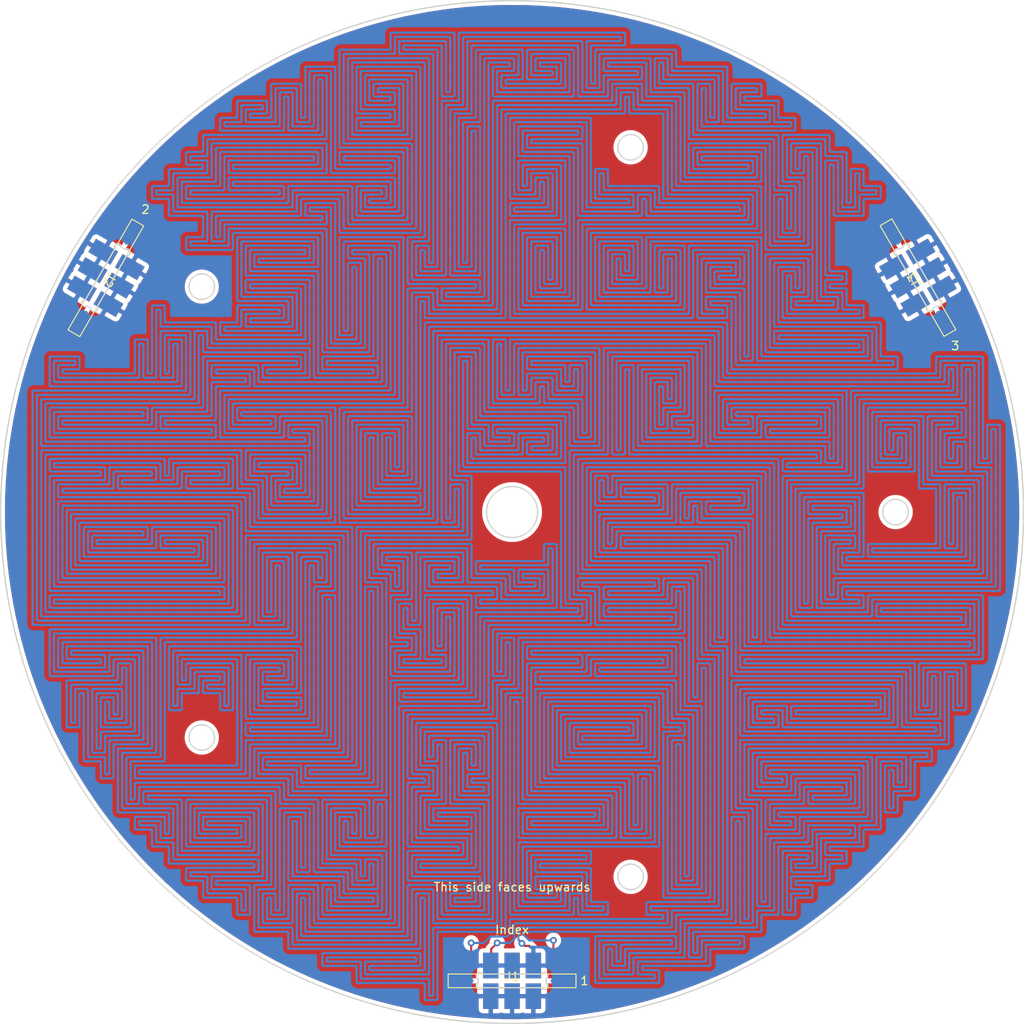
<source format=kicad_pcb>
(kicad_pcb (version 20201002) (generator pcbnew)

  (general
    (thickness 1.6)
  )

  (paper "A4")
  (layers
    (0 "F.Cu" signal)
    (31 "B.Cu" signal)
    (32 "B.Adhes" user "B.Adhesive")
    (33 "F.Adhes" user "F.Adhesive")
    (34 "B.Paste" user)
    (35 "F.Paste" user)
    (36 "B.SilkS" user "B.Silkscreen")
    (37 "F.SilkS" user "F.Silkscreen")
    (38 "B.Mask" user)
    (39 "F.Mask" user)
    (40 "Dwgs.User" user "User.Drawings")
    (41 "Cmts.User" user "User.Comments")
    (42 "Eco1.User" user "User.Eco1")
    (43 "Eco2.User" user "User.Eco2")
    (44 "Edge.Cuts" user)
    (45 "Margin" user)
    (46 "B.CrtYd" user "B.Courtyard")
    (47 "F.CrtYd" user "F.Courtyard")
    (48 "B.Fab" user)
    (49 "F.Fab" user)
  )

  (setup
    (grid_origin 150 100)
    (pcbplotparams
      (layerselection 0x00010fc_ffffffff)
      (usegerberextensions false)
      (usegerberattributes true)
      (usegerberadvancedattributes true)
      (creategerberjobfile true)
      (svguseinch false)
      (svgprecision 6)
      (excludeedgelayer true)
      (linewidth 0.100000)
      (plotframeref false)
      (viasonmask false)
      (mode 1)
      (useauxorigin false)
      (hpglpennumber 1)
      (hpglpenspeed 20)
      (hpglpendiameter 15.000000)
      (psnegative false)
      (psa4output false)
      (plotreference true)
      (plotvalue true)
      (plotinvisibletext false)
      (sketchpadsonfab false)
      (subtractmaskfromsilk false)
      (outputformat 1)
      (mirror false)
      (drillshape 0)
      (scaleselection 1)
      (outputdirectory "gerber")
    )
  )


  (net 0 "")
  (net 1 "GND")
  (net 2 "+3V3")
  (net 3 "/mesh_bot_0r")
  (net 4 "/mesh_bot_1r")
  (net 5 "/mesh_bot_1s")
  (net 6 "/mesh_bot_0s")

  (module "common_footprints:8mm_base" (layer "F.Cu") (tedit 5F75A806) (tstamp 6c58a0f3-800e-4f6c-a1ac-f21b7efb9ca5)
    (at 102.338846 72.525064 -120)
    (property "Sheet file" "/home/user/research/rotohsm/prototype/mech_pcbs/rotor_base_outer_pcb/rotor_base_outer_pcb.kicad_sch")
    (property "Sheet name" "")
    (path "/90ce8e7b-4294-4a14-86c3-986f4a1874cf")
    (attr through_hole)
    (fp_text reference "J2" (at 0 -0.5 -120 unlocked) (layer "F.SilkS")
      (effects (font (size 1 1) (thickness 0.15)))
      (tstamp 7c43e2f6-e384-4229-bae8-33aa1a91ea65)
    )
    (fp_text value "8mm_junction" (at 0 1 -120 unlocked) (layer "F.Fab")
      (effects (font (size 1 1) (thickness 0.15)))
      (tstamp e57389ab-a6cf-4936-879a-654a98dc04aa)
    )
    (fp_rect (start 7.5 -0.8) (end -7.5 0.8) (layer "F.SilkS") (width 0.12) (tstamp 3959c011-4997-4e80-939b-d4ca674a947f))
    (fp_rect (start -4 0.8) (end 4 -0.8) (layer "Dwgs.User") (width 0.1) (tstamp c4b8d671-aeb1-4ef0-8940-6abfbae0ba4a))
    (pad "1" smd rect (at -5 1.8 240) (size 1.8 3) (layers "F.Cu" "F.Mask")
      (net 1 "GND") (tstamp 811e3ee4-e415-4b8a-b0cb-743c83da9ad4))
    (pad "2" smd rect (at -2.5 1.8 240) (size 1.8 3) (layers "F.Cu" "F.Mask")
      (net 1 "GND") (tstamp 2387ba1d-6d7e-4400-9c66-6928052d9607))
    (pad "3" smd rect (at 0 1.8 240) (size 1.8 3) (layers "F.Cu" "F.Mask")
      (net 2 "+3V3") (tstamp 3956eb73-cd6f-4091-ae77-c52a877962ac))
    (pad "4" smd rect (at 2.5 1.8 240) (size 1.8 3) (layers "F.Cu" "F.Mask")
      (net 1 "GND") (tstamp e14908cc-fe82-4e62-86f4-9e5d3d365740))
    (pad "5" smd rect (at 5 1.8 240) (size 1.8 3) (layers "F.Cu" "F.Mask")
      (net 1 "GND") (tstamp 4b90ec6b-61d6-409f-b6a3-1b659c167bc7))
    (pad "6" smd rect (at 5 -1.8 240) (size 1.8 3) (layers "F.Cu" "F.Mask")
      (net 1 "GND") (tstamp e116f984-feba-4874-aa1d-7bc1f5e6efff))
    (pad "7" smd rect (at 2.5 -1.8 240) (size 1.8 3) (layers "F.Cu" "F.Mask")
      (net 1 "GND") (tstamp 49ec4d47-bd91-423f-bf2e-7c34460c8b8c))
    (pad "8" smd rect (at 0 -1.8 240) (size 1.8 3) (layers "F.Cu" "F.Mask")
      (net 2 "+3V3") (tstamp a92eb6dd-d348-4a69-b6b4-4498094f1bcb))
    (pad "9" smd rect (at -2.5 -1.8 240) (size 1.8 3) (layers "F.Cu" "F.Mask")
      (net 1 "GND") (tstamp 0e12a9e1-c991-4af4-bf8a-13764d4e7e94))
    (pad "10" smd rect (at -5 -1.8 240) (size 1.8 3) (layers "F.Cu" "F.Mask")
      (net 1 "GND") (tstamp f56243ac-0770-4dae-a43f-1426aeed22f1))
    (pad "11" smd rect (at -2.5 1.8 240) (size 1.8 3) (layers "B.Cu" "B.Mask")
      (net 1 "GND") (solder_mask_margin 0.1) (tstamp d1a3fa65-6038-419d-afde-027055c35b43))
    (pad "12" smd rect (at 0 1.8 240) (size 1.8 3) (layers "B.Cu" "B.Mask")
      (net 1 "GND") (solder_mask_margin 0.1) (tstamp 8b8581fa-fbc0-49e4-af3b-7e4d7ab14652))
    (pad "13" smd rect (at 2.5 1.8 240) (size 1.8 3) (layers "B.Cu" "B.Mask")
      (net 1 "GND") (solder_mask_margin 0.1) (tstamp 67585816-3cba-44d6-853c-6e24e2859e7f))
    (pad "14" smd rect (at 2.5 -1.8 240) (size 1.8 3) (layers "B.Cu" "B.Mask")
      (net 1 "GND") (solder_mask_margin 0.1) (tstamp 4c8be980-dc28-47e7-8af5-83202d040349))
    (pad "15" smd rect (at 0 -1.8 240) (size 1.8 3) (layers "B.Cu" "B.Mask")
      (net 1 "GND") (solder_mask_margin 0.1) (tstamp fca793e8-9c1f-460b-8863-31bab04ee4e4))
    (pad "16" smd rect (at -2.5 -1.8 240) (size 1.8 3) (layers "B.Cu" "B.Mask")
      (net 1 "GND") (solder_mask_margin 0.1) (tstamp 2619f8e9-ee32-4643-8bdd-704e0e787bde))
  )

  (module "common_footprints:8mm_base" (layer "F.Cu") (tedit 5F75A806) (tstamp 79bee6c2-af14-4dc6-8fe9-3d6485e13a7e)
    (at 197.621154 72.494936 120)
    (property "Sheet file" "/home/user/research/rotohsm/prototype/mech_pcbs/rotor_base_outer_pcb/rotor_base_outer_pcb.kicad_sch")
    (property "Sheet name" "")
    (path "/cc85c82c-a09d-441b-9461-2972f916e976")
    (attr through_hole)
    (fp_text reference "J3" (at 0 -0.5 120 unlocked) (layer "F.SilkS")
      (effects (font (size 1 1) (thickness 0.15)))
      (tstamp 67aa7563-a08d-4173-abe8-752caa4d8028)
    )
    (fp_text value "8mm_junction" (at 0 1 120 unlocked) (layer "F.Fab")
      (effects (font (size 1 1) (thickness 0.15)))
      (tstamp 540423ec-a331-4ae5-810a-4cd0bd17b6b2)
    )
    (fp_rect (start 7.5 -0.8) (end -7.5 0.8) (layer "F.SilkS") (width 0.12) (tstamp fe2ba4ae-74c9-4d67-b372-045fc1552fc5))
    (fp_rect (start -4 0.8) (end 4 -0.8) (layer "Dwgs.User") (width 0.1) (tstamp f0124d86-5a9b-4306-970c-9480092494fb))
    (pad "1" smd rect (at -5 1.8 120) (size 1.8 3) (layers "F.Cu" "F.Mask")
      (net 1 "GND") (tstamp 5760b77a-e0fd-4797-8fb5-d4ad8096a269))
    (pad "2" smd rect (at -2.5 1.8 120) (size 1.8 3) (layers "F.Cu" "F.Mask")
      (net 1 "GND") (tstamp 69f7a816-697e-49eb-bbc1-2d350377f67d))
    (pad "3" smd rect (at 0 1.8 120) (size 1.8 3) (layers "F.Cu" "F.Mask")
      (net 2 "+3V3") (tstamp 0b114ec8-7204-411d-b5be-d486841db43b))
    (pad "4" smd rect (at 2.5 1.8 120) (size 1.8 3) (layers "F.Cu" "F.Mask")
      (net 1 "GND") (tstamp 8dbd32ef-2666-46d7-b289-2ec37f4d3310))
    (pad "5" smd rect (at 5 1.8 120) (size 1.8 3) (layers "F.Cu" "F.Mask")
      (net 1 "GND") (tstamp 898b6de5-e100-43cb-914d-5ae15d63389d))
    (pad "6" smd rect (at 5 -1.8 120) (size 1.8 3) (layers "F.Cu" "F.Mask")
      (net 1 "GND") (tstamp e09711ad-af2f-4d1b-8c18-cd2dd9b1ecbe))
    (pad "7" smd rect (at 2.5 -1.8 120) (size 1.8 3) (layers "F.Cu" "F.Mask")
      (net 1 "GND") (tstamp 8eab3a46-229a-4ca7-b6a0-14bfdf0a9cd4))
    (pad "8" smd rect (at 0 -1.8 120) (size 1.8 3) (layers "F.Cu" "F.Mask")
      (net 2 "+3V3") (tstamp f7932a63-5c93-46e8-9add-4454380463a0))
    (pad "9" smd rect (at -2.5 -1.8 120) (size 1.8 3) (layers "F.Cu" "F.Mask")
      (net 1 "GND") (tstamp cefedc61-dbb3-4275-9ada-7dc839a9cdb6))
    (pad "10" smd rect (at -5 -1.8 120) (size 1.8 3) (layers "F.Cu" "F.Mask")
      (net 1 "GND") (tstamp a563da12-cf29-42c7-99e8-4b2e3acc76ae))
    (pad "11" smd rect (at -2.5 1.8 120) (size 1.8 3) (layers "B.Cu" "B.Mask")
      (net 1 "GND") (solder_mask_margin 0.1) (tstamp ff892f00-1abb-4cae-8bee-b372f5ac4e2c))
    (pad "12" smd rect (at 0 1.8 120) (size 1.8 3) (layers "B.Cu" "B.Mask")
      (net 1 "GND") (solder_mask_margin 0.1) (tstamp 8bc863cd-4338-4a08-a2fd-f324c43b8491))
    (pad "13" smd rect (at 2.5 1.8 120) (size 1.8 3) (layers "B.Cu" "B.Mask")
      (net 1 "GND") (solder_mask_margin 0.1) (tstamp 36b20ff6-7435-4c21-93e8-1b4aa16a7459))
    (pad "14" smd rect (at 2.5 -1.8 120) (size 1.8 3) (layers "B.Cu" "B.Mask")
      (net 1 "GND") (solder_mask_margin 0.1) (tstamp b2af4654-f23a-4a3c-b9f7-5d1b0bed13d7))
    (pad "15" smd rect (at 0 -1.8 120) (size 1.8 3) (layers "B.Cu" "B.Mask")
      (net 1 "GND") (solder_mask_margin 0.1) (tstamp 2c9f7673-d4dd-4558-bb65-2949d8e5f327))
    (pad "16" smd rect (at -2.5 -1.8 120) (size 1.8 3) (layers "B.Cu" "B.Mask")
      (net 1 "GND") (solder_mask_margin 0.1) (tstamp f9999b5c-5ba4-4f48-8c82-d845ea28364a))
  )

  (module "common_footprints:8mm_base" (layer "F.Cu") (tedit 5F75A806) (tstamp c2ba18fe-9030-485a-9b3c-eec7e1148c03)
    (at 150 155)
    (property "Sheet file" "/home/user/research/rotohsm/prototype/mech_pcbs/rotor_base_outer_pcb/rotor_base_outer_pcb.kicad_sch")
    (property "Sheet name" "")
    (path "/4bbe63be-1229-420f-b1bb-4e69573013e8")
    (attr through_hole)
    (fp_text reference "J1" (at 0 -0.5 unlocked) (layer "F.SilkS")
      (effects (font (size 1 1) (thickness 0.15)))
      (tstamp b48b2bfd-a1b1-4333-a131-9e941de3ee3a)
    )
    (fp_text value "8mm_junction" (at 0 1 unlocked) (layer "F.Fab")
      (effects (font (size 1 1) (thickness 0.15)))
      (tstamp 6f1ceed2-097c-484c-bc61-527809cc9c75)
    )
    (fp_rect (start 7.5 -0.8) (end -7.5 0.8) (layer "F.SilkS") (width 0.12) (tstamp 9029a2dd-95d7-4f29-8c02-7093cec0d268))
    (fp_rect (start -4 0.8) (end 4 -0.8) (layer "Dwgs.User") (width 0.1) (tstamp 3974f20e-8b98-4eb2-8c88-46edbcf6e688))
    (pad "1" smd rect (at -5 1.8) (size 1.8 3) (layers "F.Cu" "F.Mask")
      (net 1 "GND") (tstamp 2fec7686-9208-462c-b2e7-09d9e7f83b3f))
    (pad "2" smd rect (at -2.5 1.8) (size 1.8 3) (layers "F.Cu" "F.Mask")
      (net 1 "GND") (tstamp 9ae73742-cc73-46c9-8da4-dec4bf200ca1))
    (pad "3" smd rect (at 0 1.8) (size 1.8 3) (layers "F.Cu" "F.Mask")
      (net 2 "+3V3") (tstamp 8ee21e78-4e38-4f2c-a236-ea0bae0c1228))
    (pad "4" smd rect (at 2.5 1.8) (size 1.8 3) (layers "F.Cu" "F.Mask")
      (net 1 "GND") (tstamp 77119b26-39cb-4d07-a1d6-a925b50ca9cd))
    (pad "5" smd rect (at 5 1.8) (size 1.8 3) (layers "F.Cu" "F.Mask")
      (net 1 "GND") (tstamp 7b03a213-a2bb-4d4b-96bc-91fccdab292a))
    (pad "6" smd rect (at 5 -1.8) (size 1.8 3) (layers "F.Cu" "F.Mask")
      (net 3 "/mesh_bot_0r") (tstamp 7e6640c4-db44-46f9-b70e-90c9a33873e3))
    (pad "7" smd rect (at 2.5 -1.8) (size 1.8 3) (layers "F.Cu" "F.Mask")
      (net 4 "/mesh_bot_1r") (tstamp 4f4d1d83-ebfc-4b11-b99c-bca2060ebf85))
    (pad "8" smd rect (at 0 -1.8) (size 1.8 3) (layers "F.Cu" "F.Mask")
      (net 2 "+3V3") (tstamp b7ae5aa2-9e17-4999-95f7-2fe04f52017a))
    (pad "9" smd rect (at -2.5 -1.8) (size 1.8 3) (layers "F.Cu" "F.Mask")
      (net 5 "/mesh_bot_1s") (tstamp 2776d8db-51d3-453b-9294-e1b5c188d07d))
    (pad "10" smd rect (at -5 -1.8) (size 1.8 3) (layers "F.Cu" "F.Mask")
      (net 6 "/mesh_bot_0s") (tstamp 7d04073e-1344-4a38-8b62-e0bc96acb451))
    (pad "11" smd rect (at -2.5 1.8) (size 1.8 3) (layers "B.Cu" "B.Mask")
      (net 1 "GND") (solder_mask_margin 0.1) (tstamp 7763ec77-e227-469f-91bd-0e2d422809f1))
    (pad "12" smd rect (at 0 1.8) (size 1.8 3) (layers "B.Cu" "B.Mask")
      (net 1 "GND") (solder_mask_margin 0.1) (tstamp 49d4c3ce-8952-4145-b5e5-61010f081bd5))
    (pad "13" smd rect (at 2.5 1.8) (size 1.8 3) (layers "B.Cu" "B.Mask")
      (net 1 "GND") (solder_mask_margin 0.1) (tstamp cd5df73c-85d9-4fa2-a8b3-707a7347948d))
    (pad "14" smd rect (at 2.5 -1.8) (size 1.8 3) (layers "B.Cu" "B.Mask")
      (net 1 "GND") (solder_mask_margin 0.1) (tstamp 11d2a11d-2777-4251-bf99-87694a1a5c3b))
    (pad "15" smd rect (at 0 -1.8) (size 1.8 3) (layers "B.Cu" "B.Mask")
      (net 1 "GND") (solder_mask_margin 0.1) (tstamp a0813388-0b6e-4ab3-816c-38a2d84120d8))
    (pad "16" smd rect (at -2.5 -1.8) (size 1.8 3) (layers "B.Cu" "B.Mask")
      (net 1 "GND") (solder_mask_margin 0.1) (tstamp 7ca162a6-26ce-4597-881b-92fa5d28d6a1))
  )

  (gr_poly (pts
 (xy 201 60.25)
    (xy 188 67.5)
    (xy 196.75 82.5)
    (xy 210 75)
    (xy 210 160)
    (xy 90 160)
    (xy 90 80)
    (xy 91 76)
    (xy 102.75 83)
    (xy 111.5 67.25)
    (xy 101.25 61.25)
    (xy 115 40)
    (xy 175 40)) (layer "Eco1.User") (width 0.1) (tstamp 1f56d720-4bf8-4774-8b31-84e2dd86a337))
  (gr_line (start 196.597 69.109) (end 200.051 75.091) (angle 90) (layer "Edge.Cuts") (width 0.16) (tstamp 009f4c3a-81e8-4467-be10-aaee602ede3a))
  (gr_arc (start 103.749 68.909) (end 104.149 68.909) (angle -210) (layer "Edge.Cuts") (width 0.16) (tstamp 08c19962-4300-4359-bc5d-24e5e042b612))
  (gr_arc (start 153.8 155.6) (end 153.454 155.8) (angle -210) (layer "Edge.Cuts") (width 0.16) (tstamp 0ce0df81-e39a-4886-a77c-74a43cc2e311))
  (gr_circle (center 195 100) (end 193.5 100) (layer "Edge.Cuts") (width 0.16) (tstamp 0dd87628-9cb1-4459-ad90-d666dec7d38c))
  (gr_arc (start 104.788 69.509) (end 104.788 69.909) (angle -210) (layer "Edge.Cuts") (width 0.16) (tstamp 0fad9e53-908d-4631-9a60-161e4798ee40))
  (gr_line (start 100.588 76.091) (end 100.149 75.837) (angle 90) (layer "Edge.Cuts") (width 0.16) (tstamp 11e064cc-b05e-4b79-8000-0b5acec7cad7))
  (gr_circle (center 150 100) (end 90 100) (layer "Edge.Cuts") (width 0.16) (tstamp 27da73af-7237-4b0f-8fc1-da34b07631b0))
  (gr_line (start 146 154.746) (end 146 155.254) (angle 90) (layer "Edge.Cuts") (width 0.16) (tstamp 28565b0c-9714-48fe-aa50-7a214c0a3079))
  (gr_circle (center 163.906 57.202) (end 162.406 57.202) (layer "Edge.Cuts") (width 0.16) (tstamp 5727152b-4cf1-4e80-aa76-7c462b862b26))
  (gr_line (start 195.412 69.163) (end 195.851 68.909) (angle 90) (layer "Edge.Cuts") (width 0.16) (tstamp 57ca0ad0-dccb-4769-80cb-de27d5a9408c))
  (gr_line (start 153.454 154.2) (end 146.546 154.2) (angle 90) (layer "Edge.Cuts") (width 0.16) (tstamp 5a486702-6b80-47b3-91cf-414aa5956730))
  (gr_arc (start 100.988 76.091) (end 100.588 76.091) (angle -210) (layer "Edge.Cuts") (width 0.16) (tstamp 68388e4e-ba6b-4e9c-b7b5-863db7923b5a))
  (gr_circle (center 163.906 142.798) (end 162.406 142.798) (layer "Edge.Cuts") (width 0.16) (tstamp 69d40e18-9782-44e2-b502-5e05f38faff1))
  (gr_circle (center 113.594 126.45) (end 112.094 126.45) (layer "Edge.Cuts") (width 0.16) (tstamp 747f716b-8180-4bc5-9537-1c939f6ee89f))
  (gr_arc (start 199.012 76.091) (end 198.665 75.891) (angle -210) (layer "Edge.Cuts") (width 0.16) (tstamp 75131155-2c56-48f9-b650-4320ead14780))
  (gr_line (start 195.212 69.909) (end 198.665 75.891) (angle 90) (layer "Edge.Cuts") (width 0.16) (tstamp 7ccc2921-4952-4dc2-96a6-d1325ad6a170))
  (gr_arc (start 99.949 75.491) (end 99.949 75.091) (angle -210) (layer "Edge.Cuts") (width 0.16) (tstamp 7ec11527-7262-4bb4-8b2e-8207d69bddca))
  (gr_line (start 154 154.746) (end 154 155.254) (angle 90) (layer "Edge.Cuts") (width 0.16) (tstamp 8ad726f6-eeb9-4878-a786-0aabbe3d1d3d))
  (gr_circle (center 150 100) (end 147 100) (layer "Edge.Cuts") (width 0.16) (tstamp 8e83ae77-b05b-4c15-89e2-6d6d2b038e76))
  (gr_arc (start 196.251 68.909) (end 196.597 69.109) (angle -210) (layer "Edge.Cuts") (width 0.16) (tstamp 942bc783-d2e8-46ba-8eee-7514de43ce13))
  (gr_line (start 199.412 76.091) (end 199.851 75.837) (angle 90) (layer "Edge.Cuts") (width 0.16) (tstamp b401dc48-9dde-40a7-aa6d-d1e90ab9aca3))
  (gr_arc (start 153.8 154.4) (end 154 154.746) (angle -210) (layer "Edge.Cuts") (width 0.16) (tstamp bfe76ac1-5e71-48e7-8b34-49efd0a00a5a))
  (gr_circle (center 113.594 73.55) (end 112.094 73.55) (layer "Edge.Cuts") (width 0.16) (tstamp c171294a-f638-4303-891d-ff2f9e204bad))
  (gr_line (start 101.335 75.891) (end 104.788 69.909) (angle 90) (layer "Edge.Cuts") (width 0.16) (tstamp ca1f42b1-aa0b-4079-bbeb-5aead24fabd9))
  (gr_arc (start 195.212 69.509) (end 195.412 69.163) (angle -210) (layer "Edge.Cuts") (width 0.16) (tstamp cd9659b8-e581-4cf8-8548-0232b9076e62))
  (gr_arc (start 200.051 75.491) (end 199.851 75.837) (angle -210) (layer "Edge.Cuts") (width 0.16) (tstamp cde42b1c-9f01-40a4-84f3-fbacf5ccad30))
  (gr_line (start 99.949 75.091) (end 103.403 69.109) (angle 90) (layer "Edge.Cuts") (width 0.16) (tstamp d46cdc3d-5f4e-4c17-8a54-b49a00a3ee6b))
  (gr_arc (start 146.2 154.4) (end 146.546 154.2) (angle -210) (layer "Edge.Cuts") (width 0.16) (tstamp dbadaec7-ba1b-4770-a9c8-d94cf8a20edf))
  (gr_line (start 153.454 155.8) (end 146.546 155.8) (angle 90) (layer "Edge.Cuts") (width 0.16) (tstamp e8e55a62-97f5-4fd8-afa3-40b7a91dce06))
  (gr_arc (start 146.2 155.6) (end 146 155.254) (angle -210) (layer "Edge.Cuts") (width 0.16) (tstamp eaadbf76-b18f-49d4-bbbd-98ee2f2307e7))
  (gr_line (start 104.588 69.163) (end 104.149 68.909) (angle 90) (layer "Edge.Cuts") (width 0.16) (tstamp fc01dc19-4112-4ae6-9ce4-0cefbde742ac))
  (gr_text "3" (at 202 80.5) (layer "F.SilkS") (tstamp 1529e66e-5a32-4bb9-8fdc-87962dbe1e5b)
    (effects (font (size 1 1) (thickness 0.15)))
  )
  (gr_text "This side faces upwards" (at 150 144) (layer "F.SilkS") (tstamp 4bc70fd9-a2f5-44f1-9cb2-24eed971780b)
    (effects (font (size 1 1) (thickness 0.15)))
  )
  (gr_text "Index" (at 150 149) (layer "F.SilkS") (tstamp b782d5b0-5eba-425e-af6b-51c0fe61adf0)
    (effects (font (size 1 1) (thickness 0.15)))
  )
  (gr_text "1" (at 158.5 155) (layer "F.SilkS") (tstamp e616e787-aad5-466a-80bd-017bfe6fd9c8)
    (effects (font (size 1 1) (thickness 0.15)))
  )
  (gr_text "2" (at 107 64.5) (layer "F.SilkS") (tstamp e9d757cc-e743-48c2-98e6-1741f0678294)
    (effects (font (size 1 1) (thickness 0.15)))
  )

  (segment (start 145.2 150.55) (end 145.2 153.45) (width 0.25) (layer "F.Cu") (net 3) (tstamp 7e868b3e-43ee-422a-a643-21a7e4090884))
  (segment (start 154.85 150.25) (end 154.85 152.75) (width 0.25) (layer "F.Cu") (net 3) (tstamp b0510bdd-5d10-470f-9621-2f5235be55e6))
  (via (at 145.2 150.55) (size 0.8) (drill 0.4) (layers "F.Cu" "B.Cu") (net 3) (tstamp 7b4f832b-c4b2-4889-8283-25b0e01990a8))
  (via (at 154.85 150.25) (size 0.8) (drill 0.4) (layers "F.Cu" "B.Cu") (net 3) (tstamp f1e9e360-2cc7-4853-bfed-ca5cd1a82e4d))
  (segment (start 137.144766 109.246537) (end 137.248319 109.142984) (width 0.25) (layer "B.Cu") (net 3) (tstamp 0002ede8-3c9a-41d4-b7f1-07cc818638db))
  (segment (start 169.498319 127.246537) (end 169.351873 127.246537) (width 0.25) (layer "B.Cu") (net 3) (tstamp 00061621-e859-405b-9f82-92275735c56d))
  (segment (start 149.248319 67.496537) (end 149.248319 69.496537) (width 0.25) (layer "B.Cu") (net 3) (tstamp 00138780-395a-4ef7-8162-7e46139b8d13))
  (segment (start 183.498319 131.246537) (end 185.498319 131.246537) (width 0.25) (layer "B.Cu") (net 3) (tstamp 00194720-7090-46d1-97d2-f49a4062f752))
  (segment (start 171.748319 69.85009) (end 171.748319 71.496537) (width 0.25) (layer "B.Cu") (net 3) (tstamp 00245af0-9f5f-4428-964f-357edb9ab67d))
  (segment (start 127.498319 129.246537) (end 129.498319 129.246537) (width 0.25) (layer "B.Cu") (net 3) (tstamp 0032a0b9-f69c-49b4-ae05-97ac58656cf5))
  (segment (start 191.498319 105.746537) (end 193.498319 105.746537) (width 0.25) (layer "B.Cu") (net 3) (tstamp 004000b8-9384-4946-82f4-3a79e5c46e1b))
  (segment (start 199.498319 85.246537) (end 201.144766 85.246537) (width 0.25) (layer "B.Cu") (net 3) (tstamp 004d6dd7-5928-41a7-aab6-65f554634c4b))
  (segment (start 183.248319 135.85009) (end 183.144766 135.746537) (width 0.25) (layer "B.Cu") (net 3) (tstamp 004edf6c-35df-4c28-bf58-0f026f2fc6c6))
  (segment (start 147.644766 109.746537) (end 147.498319 109.746537) (width 0.25) (layer "B.Cu") (net 3) (tstamp 005e6ee2-ab4f-4472-8f7e-f7e28b4f38a8))
  (segment (start 167.748319 109.642984) (end 167.748319 109.496537) (width 0.25) (layer "B.Cu") (net 3) (tstamp 006aa4dd-f9d4-4d55-8f30-c7e9539fb4b6))
  (segment (start 127.498319 129.746537) (end 129.498319 129.746537) (width 0.25) (layer "B.Cu") (net 3) (tstamp 0081edd2-5b34-4969-8632-fae1ca449519))
  (segment (start 183.351873 143.746537) (end 183.248319 143.642984) (width 0.25) (layer "B.Cu") (net 3) (tstamp 0089c644-94f0-4a9e-ae99-4171f35eadcd))
  (segment (start 161.498319 129.246537) (end 163.498319 129.246537) (width 0.25) (layer "B.Cu") (net 3) (tstamp 0099194b-09be-4a89-a98c-9b1ddfe37f35))
  (segment (start 107.498319 129.746537) (end 105.851873 129.746537) (width 0.25) (layer "B.Cu") (net 3) (tstamp 00a7b9ab-03d5-47dc-934a-5e290d53c0e6))
  (segment (start 127.748319 113.496537) (end 127.748319 115.496537) (width 0.25) (layer "B.Cu") (net 3) (tstamp 00adee78-c4cc-42ea-a3ba-8b5be8667261))
  (segment (start 133.498319 91.246537) (end 133.644766 91.246537) (width 0.25) (layer "B.Cu") (net 3) (tstamp 00b2a547-a2c3-4747-8a68-99555df41c68))
  (segment (start 165.498319 95.746537) (end 167.498319 95.746537) (width 0.25) (layer "B.Cu") (net 3) (tstamp 00b3c14e-82c5-4f5a-a092-082cdf43fde9))
  (segment (start 175.248319 133.496537) (end 175.248319 135.496537) (width 0.25) (layer "B.Cu") (net 3) (tstamp 00b5a77d-606d-4684-9784-802f4e205f6f))
  (segment (start 149.498319 115.246537) (end 149.351873 115.246537) (width 0.25) (layer "B.Cu") (net 3) (tstamp 00bc4847-be40-43a1-8a7b-f29d68b4509a))
  (segment (start 107.248319 79.85009) (end 107.144766 79.746537) (width 0.25) (layer "B.Cu") (net 3) (tstamp 00c36a1e-b439-4c76-bab7-da328baba11b))
  (segment (start 101.498319 105.746537) (end 103.498319 105.746537) (width 0.25) (layer "B.Cu") (net 3) (tstamp 00f204d7-1e8e-4c3b-97e9-555d460a22db))
  (segment (start 115.748319 107.642984) (end 115.644766 107.746537) (width 0.25) (layer "B.Cu") (net 3) (tstamp 0107ca0c-fadd-4e5f-956b-374986becb2c))
  (segment (start 111.851873 141.746537) (end 111.748319 141.85009) (width 0.25) (layer "B.Cu") (net 3) (tstamp 010d5dfa-ccbb-45af-b0ca-392f78cda724))
  (segment (start 125.351873 145.246537) (end 125.248319 145.35009) (width 0.25) (layer "B.Cu") (net 3) (tstamp 0114863c-41e0-4968-a505-ff72853a3fef))
  (segment (start 169.248319 123.496537) (end 169.248319 123.642984) (width 0.25) (layer "B.Cu") (net 3) (tstamp 0125940e-7141-4113-89ea-04d86bd5f8b7))
  (segment (start 129.748319 77.496537) (end 129.748319 79.142984) (width 0.25) (layer "B.Cu") (net 3) (tstamp 012815e1-b08a-465a-992a-32d749e340a5))
  (segment (start 131.248319 65.496537) (end 131.248319 65.642984) (width 0.25) (layer "B.Cu") (net 3) (tstamp 0129cbe3-87a7-4b21-aaa0-f98ccaf005c8))
  (segment (start 161.248319 69.35009) (end 161.248319 69.496537) (width 0.25) (layer "B.Cu") (net 3) (tstamp 012c0433-1138-414a-91c6-a1fb65ff19a5))
  (segment (start 181.748319 131.35009) (end 181.748319 131.496537) (width 0.25) (layer "B.Cu") (net 3) (tstamp 013400fd-c9f5-40f6-9cad-c8423056d282))
  (segment (start 141.748319 73.85009) (end 141.748319 75.142984) (width 0.25) (layer "B.Cu") (net 3) (tstamp 01360e63-ab50-47bd-8788-89ef94792be6))
  (segment (start 107.748319 79.496537) (end 107.748319 81.496537) (width 0.25) (layer "B.Cu") (net 3) (tstamp 013b8c52-2c53-446d-a692-8937a9644cd2))
  (segment (start 167.498319 145.746537) (end 165.851873 145.746537) (width 0.25) (layer "B.Cu") (net 3) (tstamp 013bf403-70cc-4b02-a088-96113bc93562))
  (segment (start 151.498319 115.246537) (end 153.498319 115.246537) (width 0.25) (layer "B.Cu") (net 3) (tstamp 0141a18b-1c17-47a7-86b4-f2e20059ce43))
  (segment (start 187.498319 125.746537) (end 189.498319 125.746537) (width 0.25) (layer "B.Cu") (net 3) (tstamp 014aef3b-3452-4800-af33-55577a6a4a49))
  (segment (start 145.248319 61.496537) (end 145.248319 63.496537) (width 0.25) (layer "B.Cu") (net 3) (tstamp 014ebdfe-b47a-4f97-a598-6d777f420de2))
  (segment (start 183.248319 75.496537) (end 183.248319 75.35009) (width 0.25) (layer "B.Cu") (net 3) (tstamp 01575289-7e04-42bf-9fd2-0d982bc932ae))
  (segment (start 131.644766 135.246537) (end 131.498319 135.246537) (width 0.25) (layer "B.Cu") (net 3) (tstamp 0159bcbf-4285-4169-aade-aa3add37d3bf))
  (segment (start 143.498319 135.246537) (end 141.498319 135.246537) (width 0.25) (layer "B.Cu") (net 3) (tstamp 0160af32-2e68-45dd-85b7-da1e3f4de598))
  (segment (start 121.498319 79.246537) (end 123.498319 79.246537) (width 0.25) (layer "B.Cu") (net 3) (tstamp 016d2c90-88e2-4953-b8b0-2b1f4343d6b6))
  (segment (start 121.248319 129.496537) (end 121.248319 129.642984) (width 0.25) (layer "B.Cu") (net 3) (tstamp 016e0690-2abd-46d6-84cd-c73936ce0ff6))
  (segment (start 201.351873 119.246537) (end 201.498319 119.246537) (width 0.25) (layer "B.Cu") (net 3) (tstamp 016fd8f1-4bce-4222-acd6-3be3507443e4))
  (segment (start 143.351873 127.246537) (end 143.498319 127.246537) (width 0.25) (layer "B.Cu") (net 3) (tstamp 01723f38-079f-4c99-a242-9951a379df58))
  (segment (start 107.748319 95.496537) (end 107.748319 95.35009) (width 0.25) (layer "B.Cu") (net 3) (tstamp 01754a1c-7b31-4919-bae3-71812992db86))
  (segment (start 169.748319 141.496537) (end 169.748319 143.142984) (width 0.25) (layer "B.Cu") (net 3) (tstamp 0176ed4f-2e2a-4156-8bc7-7cdc4fe15742))
  (segment (start 149.498319 91.246537) (end 149.644766 91.246537) (width 0.25) (layer "B.Cu") (net 3) (tstamp 0177c6bd-1ea5-4112-a3e5-c1f74f5c4009))
  (segment (start 159.498319 113.746537) (end 161.498319 113.746537) (width 0.25) (layer "B.Cu") (net 3) (tstamp 0179fcbc-fc77-44c2-a7ba-7dee40b639bd))
  (segment (start 187.498319 99.246537) (end 189.498319 99.246537) (width 0.25) (layer "B.Cu") (net 3) (tstamp 017bd402-5f20-4288-a092-1a0dfa1b548f))
  (segment (start 153.144766 107.746537) (end 151.498319 107.746537) (width 0.25) (layer "B.Cu") (net 3) (tstamp 017c05bf-602f-4b29-8c4f-565302bd09a7))
  (segment (start 119.498319 117.246537) (end 121.498319 117.246537) (width 0.25) (layer "B.Cu") (net 3) (tstamp 017e056c-a7d8-49be-9980-07a0a738bdc3))
  (segment (start 173.248319 129.496537) (end 173.248319 131.496537) (width 0.25) (layer "B.Cu") (net 3) (tstamp 01806702-c721-4eba-ae5f-4b301431e1dd))
  (segment (start 141.248319 133.142984) (end 141.248319 131.496537) (width 0.25) (layer "B.Cu") (net 3) (tstamp 0189f1d1-7fed-4fdf-9bea-c534c69e8c2b))
  (segment (start 119.248319 117.496537) (end 119.248319 119.496537) (width 0.25) (layer "B.Cu") (net 3) (tstamp 018f20f6-19f4-4d26-8eb5-dc67f46ffa32))
  (segment (start 169.144766 45.746537) (end 167.498319 45.746537) (width 0.25) (layer "B.Cu") (net 3) (tstamp 0190e52c-49aa-4732-b2af-5088c4fa1f77))
  (segment (start 187.748319 87.496537) (end 187.748319 89.496537) (width 0.25) (layer "B.Cu") (net 3) (tstamp 019f8864-682c-414a-b74e-7b0aba734a16))
  (segment (start 127.748319 143.85009) (end 127.748319 145.496537) (width 0.25) (layer "B.Cu") (net 3) (tstamp 01a017c2-df8e-47f2-a24a-adb0a14e0880))
  (segment (start 123.748319 95.496537) (end 123.748319 95.35009) (width 0.25) (layer "B.Cu") (net 3) (tstamp 01ae2b3b-a3ec-4954-8995-64f5eeb4330f))
  (segment (start 191.498319 121.246537) (end 193.498319 121.246537) (width 0.25) (layer "B.Cu") (net 3) (tstamp 01b780fc-e8b4-4d8e-8a05-2ec3a9ad7eb1))
  (segment (start 125.748319 79.496537) (end 125.748319 79.642984) (width 0.25) (layer "B.Cu") (net 3) (tstamp 01c3a552-5b59-4a67-955c-a7d7155c2c51))
  (segment (start 107.748319 81.496537) (end 107.748319 83.496537) (width 0.25) (layer "B.Cu") (net 3) (tstamp 01c6ceca-e760-4b55-9ad5-ba3330487c69))
  (segment (start 111.498319 89.246537) (end 113.498319 89.246537) (width 0.25) (layer "B.Cu") (net 3) (tstamp 01d0c832-ee2d-4432-a5ab-aa0153c75a62))
  (segment (start 157.248319 93.35009) (end 157.351873 93.246537) (width 0.25) (layer "B.Cu") (net 3) (tstamp 01e04aa5-8a8d-428a-904f-72fa673b4805))
  (segment (start 135.748319 127.496537) (end 135.748319 129.496537) (width 0.25) (layer "B.Cu") (net 3) (tstamp 01e4b1b1-66e9-42f6-80d4-0b90edd140cb))
  (segment (start 103.498319 101.246537) (end 105.498319 101.246537) (width 0.25) (layer "B.Cu") (net 3) (tstamp 01e65a82-7d41-44f1-9b23-30301a835f0c))
  (segment (start 121.248319 119.35009) (end 121.248319 119.496537) (width 0.25) (layer "B.Cu") (net 3) (tstamp 02158851-7176-4bb5-b8c6-a2977be2a303))
  (segment (start 139.498319 139.746537) (end 137.851873 139.746537) (width 0.25) (layer "B.Cu") (net 3) (tstamp 021a1ab7-1b33-4a00-97b4-424c474b2206))
  (segment (start 145.498319 131.246537) (end 147.144766 131.246537) (width 0.25) (layer "B.Cu") (net 3) (tstamp 0223d728-c378-4ecc-b001-a132da234ed6))
  (segment (start 183.498319 77.746537) (end 185.498319 77.746537) (width 0.25) (layer "B.Cu") (net 3) (tstamp 02272559-cdd3-4361-91a2-cec8412e8c8d))
  (segment (start 203.144766 97.746537) (end 201.851873 97.746537) (width 0.25) (layer "B.Cu") (net 3) (tstamp 0233835d-fd55-43df-827c-edab04e50ecc))
  (segment (start 137.248319 91.496537) (end 137.248319 89.85009) (width 0.25) (layer "B.Cu") (net 3) (tstamp 0236eba8-aa3a-4283-a89e-67bbf5975336))
  (segment (start 139.644766 75.246537) (end 139.498319 75.246537) (width 0.25) (layer "B.Cu") (net 3) (tstamp 02480571-ac19-4e63-9cbd-20683ab7961d))
  (segment (start 183.248319 75.35009) (end 183.351873 75.246537) (width 0.25) (layer "B.Cu") (net 3) (tstamp 024a33c6-9f89-441e-89cd-3c5419a8cdc0))
  (segment (start 157.248319 45.85009) (end 157.144766 45.746537) (width 0.25) (layer "B.Cu") (net 3) (tstamp 024f643a-96c9-4856-946c-f967c776b3b1))
  (segment (start 143.248319 129.496537) (end 143.248319 131.496537) (width 0.25) (layer "B.Cu") (net 3) (tstamp 025fbacd-fde2-409a-a4e6-557891c2b7c5))
  (segment (start 169.351873 109.246537) (end 169.248319 109.35009) (width 0.25) (layer "B.Cu") (net 3) (tstamp 02656e7a-aaa2-464e-bd27-96996d2c6da8))
  (segment (start 161.351873 109.746537) (end 161.248319 109.642984) (width 0.25) (layer "B.Cu") (net 3) (tstamp 026de166-a33a-4d25-8ee2-9d86f4f4aceb))
  (segment (start 153.498319 119.746537) (end 155.498319 119.746537) (width 0.25) (layer "B.Cu") (net 3) (tstamp 02716456-b21c-40ad-8807-38a76a42d45f))
  (segment (start 127.498319 129.746537) (end 125.851873 129.746537) (width 0.25) (layer "B.Cu") (net 3) (tstamp 0288e864-cd3a-4497-96c5-bfe196ea3fbf))
  (segment (start 167.498319 85.246537) (end 167.351873 85.246537) (width 0.25) (layer "B.Cu") (net 3) (tstamp 028e6294-6c01-4eef-a681-4088b80c40ff))
  (segment (start 111.498319 89.746537) (end 113.498319 89.746537) (width 0.25) (layer "B.Cu") (net 3) (tstamp 02906cf7-fd7a-4297-97c8-6856c1a1648f))
  (segment (start 139.144766 151.246537) (end 139.248319 151.142984) (width 0.25) (layer "B.Cu") (net 3) (tstamp 02a2c1c9-b55c-41e7-9ca1-937ab21a9208))
  (segment (start 205.248319 111.496537) (end 205.248319 109.85009) (width 0.25) (layer "B.Cu") (net 3) (tstamp 02a42478-a600-4f06-94ec-5512619feda4))
  (segment (start 127.248319 75.496537) (end 127.248319 77.496537) (width 0.25) (layer "B.Cu") (net 3) (tstamp 02aa69c9-28b3-4b94-9936-c7f8dc43968a))
  (segment (start 99.498319 119.746537) (end 101.498319 119.746537) (width 0.25) (layer "B.Cu") (net 3) (tstamp 02b4e822-17b7-4e2f-a7c8-0034b267176a))
  (segment (start 145.748319 119.496537) (end 145.748319 121.496537) (width 0.25) (layer "B.Cu") (net 3) (tstamp 02c095f6-26fb-4df9-9f0d-e76a9d050386))
  (segment (start 141.498319 111.246537) (end 141.351873 111.246537) (width 0.25) (layer "B.Cu") (net 3) (tstamp 02c49b43-19ec-4844-9cca-8917129507d2))
  (segment (start 151.498319 65.246537) (end 153.498319 65.246537) (width 0.25) (layer "B.Cu") (net 3) (tstamp 02c7126f-9ce2-46aa-a794-d90ece22976b))
  (segment (start 157.248319 107.496537) (end 157.248319 109.496537) (width 0.25) (layer "B.Cu") (net 3) (tstamp 02c727d3-dee1-4148-aed5-0fe5775bab1f))
  (segment (start 119.748319 117.85009) (end 119.748319 119.496537) (width 0.25) (layer "B.Cu") (net 3) (tstamp 02caeccf-6e0e-4b62-bacc-3191fdf5b864))
  (segment (start 107.248319 119.496537) (end 107.248319 121.496537) (width 0.25) (layer "B.Cu") (net 3) (tstamp 02d212ca-6aac-435d-8dfb-87e120acf6c5))
  (segment (start 177.748319 63.496537) (end 177.748319 63.35009) (width 0.25) (layer "B.Cu") (net 3) (tstamp 02d33561-fbf5-425d-aabe-d5799a776e2c))
  (segment (start 187.498319 83.246537) (end 189.498319 83.246537) (width 0.25) (layer "B.Cu") (net 3) (tstamp 02e69c9b-beba-4b6e-932e-93ac88a0ccd8))
  (segment (start 99.248319 121.496537) (end 99.248319 123.496537) (width 0.25) (layer "B.Cu") (net 3) (tstamp 02faec0c-4b7d-438e-9dbb-d90e35d0e41d))
  (segment (start 111.851873 117.746537) (end 111.748319 117.85009) (width 0.25) (layer "B.Cu") (net 3) (tstamp 02fe79e2-6a5a-4cdd-a559-17ec862fd1ad))
  (segment (start 165.851873 65.246537) (end 167.498319 65.246537) (width 0.25) (layer "B.Cu") (net 3) (tstamp 0306aead-e26d-44bc-87bf-49f83e7ad1c2))
  (segment (start 159.351873 63.746537) (end 159.498319 63.746537) (width 0.25) (layer "B.Cu") (net 3) (tstamp 03087ef3-1c89-46cf-990a-dc8f21b0a930))
  (segment (start 121.248319 121.496537) (end 121.248319 121.35009) (width 0.25) (layer "B.Cu") (net 3) (tstamp 030bb88d-939a-459c-9a2f-56bae921eb49))
  (segment (start 197.498319 89.246537) (end 197.644766 89.246537) (width 0.25) (layer "B.Cu") (net 3) (tstamp 030e5a15-eece-4e3c-ae88-666c32b10e3c))
  (segment (start 169.498319 75.746537) (end 169.644766 75.746537) (width 0.25) (layer "B.Cu") (net 3) (tstamp 03118b84-36aa-411d-b24d-35e2ed4eec2c))
  (segment (start 129.248319 105.496537) (end 129.248319 103.85009) (width 0.25) (layer "B.Cu") (net 3) (tstamp 0312c589-2da6-4c27-b621-4163b74a01ed))
  (segment (start 137.748319 139.85009) (end 137.748319 141.496537) (width 0.25) (layer "B.Cu") (net 3) (tstamp 03145192-635c-4563-9fd4-0902eec1a6f2))
  (segment (start 151.498319 81.246537) (end 151.351873 81.246537) (width 0.25) (layer "B.Cu") (net 3) (tstamp 03317fbd-fa64-4880-afa2-9f4e31cb3ce2))
  (segment (start 159.498319 125.746537) (end 157.851873 125.746537) (width 0.25) (layer "B.Cu") (net 3) (tstamp 033305f0-1c85-4e15-87fb-497136939f41))
  (segment (start 195.144766 81.746537) (end 193.498319 81.746537) (width 0.25) (layer "B.Cu") (net 3) (tstamp 0336eaf9-97b0-44bc-bf92-58d44d0dfd6c))
  (segment (start 169.498319 109.246537) (end 169.351873 109.246537) (width 0.25) (layer "B.Cu") (net 3) (tstamp 03389a15-ddf7-4a2f-9b07-8c8ce38f9097))
  (segment (start 131.748319 93.496537) (end 131.748319 95.496537) (width 0.25) (layer "B.Cu") (net 3) (tstamp 033c6fc7-dbf6-4cfd-ba76-ffe6c8413c47))
  (segment (start 169.498319 65.246537) (end 171.498319 65.246537) (width 0.25) (layer "B.Cu") (net 3) (tstamp 033d424c-95c0-4379-9db9-72b38beed187))
  (segment (start 99.498319 111.746537) (end 101.498319 111.746537) (width 0.25) (layer "B.Cu") (net 3) (tstamp 033dadc7-d3e4-4a62-8c90-eb54aa5e3759))
  (segment (start 203.248319 91.85009) (end 203.144766 91.746537) (width 0.25) (layer "B.Cu") (net 3) (tstamp 033dd9b3-6abf-4eab-b223-acaf935d7cac))
  (segment (start 127.248319 105.85009) (end 127.144766 105.746537) (width 0.25) (layer "B.Cu") (net 3) (tstamp 033e7e2a-adcb-45df-bead-fad9dd0265b3))
  (segment (start 169.748319 85.496537) (end 169.748319 87.496537) (width 0.25) (layer "B.Cu") (net 3) (tstamp 0352a0ab-1fd7-4261-b0a2-d83937a8752c))
  (segment (start 163.248319 133.496537) (end 163.248319 135.496537) (width 0.25) (layer "B.Cu") (net 3) (tstamp 0359064a-4e7c-40d3-b13f-a1808f3fe943))
  (segment (start 181.498319 121.246537) (end 183.498319 121.246537) (width 0.25) (layer "B.Cu") (net 3) (tstamp 035d94cb-3379-46dd-acf6-20ac7c683088))
  (segment (start 99.498319 113.746537) (end 101.498319 113.746537) (width 0.25) (layer "B.Cu") (net 3) (tstamp 035f3718-987c-472e-87af-e1c789a4453d))
  (segment (start 197.498319 115.246537) (end 199.498319 115.246537) (width 0.25) (layer "B.Cu") (net 3) (tstamp 035f7ef0-b76a-45b3-8d70-31f243fd36f6))
  (segment (start 149.748319 85.642984) (end 149.644766 85.746537) (width 0.25) (layer "B.Cu") (net 3) (tstamp 0362e306-2baa-49a8-9e49-7c5d6e9fffa4))
  (segment (start 131.248319 143.496537) (end 131.248319 141.85009) (width 0.25) (layer "B.Cu") (net 3) (tstamp 0366ae78-3fbb-4827-8d4d-95cb53a82935))
  (segment (start 127.248319 147.496537) (end 127.248319 147.642984) (width 0.25) (layer "B.Cu") (net 3) (tstamp 03765868-8512-4b80-9647-c74d205e1bac))
  (segment (start 139.351873 125.246537) (end 139.248319 125.35009) (width 0.25) (layer "B.Cu") (net 3) (tstamp 03940d44-51f0-4dca-89ab-05343d4dd006))
  (segment (start 157.498319 129.746537) (end 159.498319 129.746537) (width 0.25) (layer "B.Cu") (net 3) (tstamp 039c2f86-38a7-4a57-acfc-c56cfc767494))
  (segment (start 109.748319 137.642984) (end 109.644766 137.746537) (width 0.25) (layer "B.Cu") (net 3) (tstamp 03a33374-a3e6-4731-a737-5ef475a0525f))
  (segment (start 163.498319 77.746537) (end 165.498319 77.746537) (width 0.25) (layer "B.Cu") (net 3) (tstamp 03aa5df1-51b7-4154-893d-c06336c32bbd))
  (segment (start 195.248319 131.496537) (end 195.248319 129.85009) (width 0.25) (layer "B.Cu") (net 3) (tstamp 03abf7c0-aa92-4286-8503-1a5b4c49ad99))
  (segment (start 137.748319 57.496537) (end 137.748319 59.496537) (width 0.25) (layer "B.Cu") (net 3) (tstamp 03b4bd34-09af-4ee6-a35e-8a247262d3f6))
  (segment (start 183.498319 113.746537) (end 185.498319 113.746537) (width 0.25) (layer "B.Cu") (net 3) (tstamp 03bf536c-e9e5-4d2c-a4cf-26c60406a519))
  (segment (start 127.144766 55.246537) (end 127.248319 55.142984) (width 0.25) (layer "B.Cu") (net 3) (tstamp 03ce43da-200c-4172-8b38-ed8b0480e3ad))
  (segment (start 141.748319 67.496537) (end 141.748319 69.496537) (width 0.25) (layer "B.Cu") (net 3) (tstamp 03d12f0b-b87a-4777-80b2-b93ebb9e2eae))
  (segment (start 163.498319 119.246537) (end 165.498319 119.246537) (width 0.25) (layer "B.Cu") (net 3) (tstamp 03e64879-211f-4184-a6ac-ca808fb3d6d9))
  (segment (start 129.248319 109.85009) (end 129.144766 109.746537) (width 0.25) (layer "B.Cu") (net 3) (tstamp 03eb969f-5f5d-4506-ac2c-3421b8ae7af3))
  (segment (start 141.498319 79.246537) (end 141.351873 79.246537) (width 0.25) (layer "B.Cu") (net 3) (tstamp 03eddf57-7e35-453d-92b0-c2494aa37a47))
  (segment (start 185.144766 111.246537) (end 185.248319 111.142984) (width 0.25) (layer "B.Cu") (net 3) (tstamp 03f04b26-ddd6-4e3b-aa54-3f95e13b34a4))
  (segment (start 155.498319 75.746537) (end 157.498319 75.746537) (width 0.25) (layer "B.Cu") (net 3) (tstamp 040b4877-9246-4470-b9ec-4189dce32a35))
  (segment (start 205.248319 109.85009) (end 205.144766 109.746537) (width 0.25) (layer "B.Cu") (net 3) (tstamp 040e31da-5ca7-4fb0-8600-ce77ed19e6d9))
  (segment (start 195.351873 133.246537) (end 195.498319 133.246537) (width 0.25) (layer "B.Cu") (net 3) (tstamp 041a7268-3a23-407b-8b85-15c353ed43c4))
  (segment (start 189.248319 139.85009) (end 189.144766 139.746537) (width 0.25) (layer "B.Cu") (net 3) (tstamp 041a8a01-b57d-4bd8-b436-2553c51fe4b4))
  (segment (start 161.748319 87.496537) (end 161.748319 89.496537) (width 0.25) (layer "B.Cu") (net 3) (tstamp 042af122-a2d4-4fac-af8f-bc61b9fb8bb3))
  (segment (start 153.498319 65.246537) (end 155.144766 65.246537) (width 0.25) (layer "B.Cu") (net 3) (tstamp 042fbbf8-ce61-4e87-9c21-d7b604be5aee))
  (segment (start 191.144766 75.746537) (end 189.498319 75.746537) (width 0.25) (layer "B.Cu") (net 3) (tstamp 04304efb-3ca3-4bdf-8748-a9d62f6c13ee))
  (segment (start 153.498319 57.246537) (end 155.498319 57.246537) (width 0.25) (layer "B.Cu") (net 3) (tstamp 04374fa8-6cfc-4f89-af5d-7edd8df0c45e))
  (segment (start 137.748319 73.85009) (end 137.748319 75.496537) (width 0.25) (layer "B.Cu") (net 3) (tstamp 043e0b97-d2e0-46a3-b35e-db1cc8dcc8f5))
  (segment (start 175.248319 49.496537) (end 175.248319 51.496537) (width 0.25) (layer "B.Cu") (net 3) (tstamp 043f6afd-e4d2-42d6-b774-faec63d86f2b))
  (segment (start 169.248319 143.642984) (end 169.351873 143.746537) (width 0.25) (layer "B.Cu") (net 3) (tstamp 044b2fdc-9c18-4f5e-b9fe-d073bb0268e7))
  (segment (start 119.498319 125.746537) (end 121.498319 125.746537) (width 0.25) (layer "B.Cu") (net 3) (tstamp 044c57a8-5555-4397-91e7-3712927a713f))
  (segment (start 147.748319 119.85009) (end 147.748319 121.496537) (width 0.25) (layer "B.Cu") (net 3) (tstamp 046453f6-bc25-4334-b9a6-ee6f8be622f7))
  (segment (start 175.748319 71.35009) (end 175.644766 71.246537) (width 0.25) (layer "B.Cu") (net 3) (tstamp 04668198-15d5-4dc2-b533-701dc45c86a1))
  (segment (start 179.144766 57.746537) (end 177.498319 57.746537) (width 0.25) (layer "B.Cu") (net 3) (tstamp 046f85ba-6b1b-4754-a893-95f16a7ad8cc))
  (segment (start 107.498319 135.246537) (end 105.498319 135.246537) (width 0.25) (layer "B.Cu") (net 3) (tstamp 048976c6-34d3-497f-902a-e47937b8a22e))
  (segment (start 119.498319 53.746537) (end 121.498319 53.746537) (width 0.25) (layer "B.Cu") (net 3) (tstamp 04903d0d-0b92-45fc-8972-5f077a0f5b59))
  (segment (start 169.748319 151.642984) (end 169.644766 151.746537) (width 0.25) (layer "B.Cu") (net 3) (tstamp 0491c1cd-2d8a-4f4d-9986-18d5856f4517))
  (segment (start 105.144766 117.746537) (end 103.851873 117.746537) (width 0.25) (layer "B.Cu") (net 3) (tstamp 049d113a-6cc5-4b75-bcaa-65429816cd7d))
  (segment (start 131.748319 109.496537) (end 131.748319 107.496537) (width 0.25) (layer "B.Cu") (net 3) (tstamp 049f4503-53d9-4886-83e3-70dfebdc7840))
  (segment (start 183.748319 109.496537) (end 183.748319 111.142984) (width 0.25) (layer "B.Cu") (net 3) (tstamp 04a5590d-269c-4d7b-89fc-6a4798cbf6a5))
  (segment (start 165.748319 123.35009) (end 165.644766 123.246537) (width 0.25) (layer "B.Cu") (net 3) (tstamp 04abfc7f-82af-4369-9766-26d8116866e8))
  (segment (start 137.498319 45.246537) (end 139.498319 45.246537) (width 0.25) (layer "B.Cu") (net 3) (tstamp 04b13a38-9261-41c4-b0dd-51908260f082))
  (segment (start 159.248319 49.496537) (end 159.248319 49.642984) (width 0.25) (layer "B.Cu") (net 3) (tstamp 04b41719-63d8-4c3e-8c85-3c5a23619118))
  (segment (start 145.351873 131.746537) (end 145.498319 131.746537) (width 0.25) (layer "B.Cu") (net 3) (tstamp 04c62e1c-1072-49a9-9fc2-78b208c65d3f))
  (segment (start 121.248319 83.496537) (end 121.248319 83.642984) (width 0.25) (layer "B.Cu") (net 3) (tstamp 04cb324f-de28-4854-a535-c6c60456fbf3))
  (segment (start 153.248319 73.496537) (end 153.248319 73.642984) (width 0.25) (layer "B.Cu") (net 3) (tstamp 04d3c609-2fc8-4814-9a43-3247cc116d8b))
  (segment (start 131.498319 87.746537) (end 133.498319 87.746537) (width 0.25) (layer "B.Cu") (net 3) (tstamp 04d4bf21-2cc4-4049-8a9f-bafe20e14a03))
  (segment (start 139.498319 75.246537) (end 139.351873 75.246537) (width 0.25) (layer "B.Cu") (net 3) (tstamp 04de2d2b-ffdd-4e0d-b91f-8e36cba65fec))
  (segment (start 185.748319 65.496537) (end 185.748319 67.496537) (width 0.25) (layer "B.Cu") (net 3) (tstamp 04df94f2-18f1-4328-8235-d7cb87f2fa7a))
  (segment (start 103.498319 113.246537) (end 105.498319 113.246537) (width 0.25) (layer "B.Cu") (net 3) (tstamp 04e115b8-a7b6-4b55-afdb-1b5a2543076b))
  (segment (start 159.644766 109.246537) (end 159.748319 109.35009) (width 0.25) (layer "B.Cu") (net 3) (tstamp 04e3646c-e962-4e51-b7fb-1d35635e63a5))
  (segment (start 109.498319 87.246537) (end 111.498319 87.246537) (width 0.25) (layer "B.Cu") (net 3) (tstamp 04e63033-a34e-47eb-88e2-fd2866282981))
  (segment (start 183.498319 57.246537) (end 183.351873 57.246537) (width 0.25) (layer "B.Cu") (net 3) (tstamp 04e8d62f-c6ea-44d6-8e23-cc5693b310fd))
  (segment (start 181.748319 103.496537) (end 181.748319 105.496537) (width 0.25) (layer "B.Cu") (net 3) (tstamp 04ee03ee-661a-43fe-9da4-70eb1a23423f))
  (segment (start 193.248319 137.142984) (end 193.248319 135.496537) (width 0.25) (layer "B.Cu") (net 3) (tstamp 04f93a2f-a6d9-4786-a3fb-988786bdc80e))
  (segment (start 175.498319 91.246537) (end 177.498319 91.246537) (width 0.25) (layer "B.Cu") (net 3) (tstamp 0501a94e-a78d-40a2-9072-93a61e88705c))
  (segment (start 153.248319 47.642984) (end 153.351873 47.746537) (width 0.25) (layer "B.Cu") (net 3) (tstamp 05029bfa-b49f-4b09-ba0c-bdfbb84665eb))
  (segment (start 149.248319 65.496537) (end 149.248319 67.496537) (width 0.25) (layer "B.Cu") (net 3) (tstamp 05095d23-2916-491b-bffe-2715417d6fee))
  (segment (start 121.498319 103.746537) (end 119.851873 103.746537) (width 0.25) (layer "B.Cu") (net 3) (tstamp 050a826b-732b-4086-b7be-80a600fcc79a))
  (segment (start 175.748319 89.142984) (end 175.851873 89.246537) (width 0.25) (layer "B.Cu") (net 3) (tstamp 050fda54-342b-4190-b670-54a1ac5052c5))
  (segment (start 111.498319 105.746537) (end 113.498319 105.746537) (width 0.25) (layer "B.Cu") (net 3) (tstamp 0513dc0d-da23-4574-8077-51e4cbae004c))
  (segment (start 153.351873 69.246537) (end 153.248319 69.35009) (width 0.25) (layer "B.Cu") (net 3) (tstamp 051606ac-c08a-4834-ae5b-7c905b422352))
  (segment (start 191.248319 109.85009) (end 191.144766 109.746537) (width 0.25) (layer "B.Cu") (net 3) (tstamp 05161baa-7a7f-4a1d-88a1-5be813509c95))
  (segment (start 175.498319 151.246537) (end 177.144766 151.246537) (width 0.25) (layer "B.Cu") (net 3) (tstamp 05227882-bdd6-488b-8184-c419d3cd2404))
  (segment (start 187.748319 109.496537) (end 187.748319 109.642984) (width 0.25) (layer "B.Cu") (net 3) (tstamp 0529f041-08c8-4636-a526-3dcfd812ca72))
  (segment (start 185.248319 141.142984) (end 185.248319 139.85009) (width 0.25) (layer "B.Cu") (net 3) (tstamp 052e7133-0333-41f5-afaa-ce8d1cfd4fbe))
  (segment (start 123.498319 91.746537) (end 125.498319 91.746537) (width 0.25) (layer "B.Cu") (net 3) (tstamp 0532f578-01c2-4655-af9d-4cfca073afbc))
  (segment (start 131.498319 149.246537) (end 133.498319 149.246537) (width 0.25) (layer "B.Cu") (net 3) (tstamp 0538e933-c45f-4dda-97f8-96153f5ca6f2))
  (segment (start 99.748319 125.496537) (end 99.748319 127.496537) (width 0.25) (layer "B.Cu") (net 3) (tstamp 0547d28e-1e9b-4553-a4a1-a0052c6e4e11))
  (segment (start 161.248319 101.35009) (end 161.248319 101.496537) (width 0.25) (layer "B.Cu") (net 3) (tstamp 054b25d8-ea21-4986-8da1-d0e8181d699d))
  (segment (start 125.248319 95.496537) (end 125.248319 93.85009) (width 0.25) (layer "B.Cu") (net 3) (tstamp 0552b30b-6807-4a04-b2f2-497334a52e77))
  (segment (start 187.248319 91.142984) (end 187.248319 89.496537) (width 0.25) (layer "B.Cu") (net 3) (tstamp 0558b1f8-140c-4cdc-8aed-badfc75eb236))
  (segment (start 185.498319 123.246537) (end 187.498319 123.246537) (width 0.25) (layer "B.Cu") (net 3) (tstamp 05596a75-5d99-48b5-8a4b-02b15b9bd4d2))
  (segment (start 171.248319 57.496537) (end 171.248319 59.496537) (width 0.25) (layer "B.Cu") (net 3) (tstamp 055cb700-9b63-4391-9e45-beb5f9d86bef))
  (segment (start 199.498319 109.746537) (end 201.498319 109.746537) (width 0.25) (layer "B.Cu") (net 3) (tstamp 055e05ed-6049-4e83-9e33-16f46ee66bb6))
  (segment (start 155.498319 55.246537) (end 157.498319 55.246537) (width 0.25) (layer "B.Cu") (net 3) (tstamp 055f24e4-4430-4f09-b188-73141fffd321))
  (segment (start 115.248319 83.642984) (end 115.248319 83.496537) (width 0.25) (layer "B.Cu") (net 3) (tstamp 05651ff7-fdb8-48a4-9ebd-d308271f7506))
  (segment (start 199.748319 81.85009) (end 199.748319 83.496537) (width 0.25) (layer "B.Cu") (net 3) (tstamp 056801b9-69eb-4d2c-b34e-feea09a6b43f))
  (segment (start 125.748319 93.496537) (end 125.748319 95.496537) (width 0.25) (layer "B.Cu") (net 3) (tstamp 0568ce55-12be-4685-8d0d-2260f61b7eb6))
  (segment (start 123.248319 97.642984) (end 123.351873 97.746537) (width 0.25) (layer "B.Cu") (net 3) (tstamp 056bd896-97d9-40b0-be07-65ac7028b476))
  (segment (start 109.498319 111.246537) (end 111.498319 111.246537) (width 0.25) (layer "B.Cu") (net 3) (tstamp 057109ce-5142-46ff-b8c3-3e7df87f0568))
  (segment (start 117.748319 51.85009) (end 117.748319 53.496537) (width 0.25) (layer "B.Cu") (net 3) (tstamp 058634e8-7ef8-4657-bab0-4acc7f571c99))
  (segment (start 129.144766 87.746537) (end 127.498319 87.746537) (width 0.25) (layer "B.Cu") (net 3) (tstamp 05a71043-97a6-4734-aaa5-159509ee0cb2))
  (segment (start 167.144766 107.746537) (end 165.498319 107.746537) (width 0.25) (layer "B.Cu") (net 3) (tstamp 05bb3804-03fb-4e8d-b960-222a63e0f700))
  (segment (start 113.748319 103.496537) (end 113.748319 105.496537) (width 0.25) (layer "B.Cu") (net 3) (tstamp 05c4b1c0-734d-4894-a270-d73a5c24f30d))
  (segment (start 189.498319 129.246537) (end 191.498319 129.246537) (width 0.25) (layer "B.Cu") (net 3) (tstamp 05cf6a19-891b-4b56-bb8e-3c08aae4067f))
  (segment (start 189.498319 127.246537) (end 191.498319 127.246537) (width 0.25) (layer "B.Cu") (net 3) (tstamp 05d9a067-1674-49c7-aae1-51b53afdd4f4))
  (segment (start 113.498319 61.746537) (end 111.851873 61.746537) (width 0.25) (layer "B.Cu") (net 3) (tstamp 05e39a84-203a-4486-9a48-067e485153aa))
  (segment (start 177.498319 147.746537) (end 177.351873 147.746537) (width 0.25) (layer "B.Cu") (net 3) (tstamp 05e7b866-de0e-4847-9273-655408c60e36))
  (segment (start 125.748319 73.496537) (end 125.748319 75.496537) (width 0.25) (layer "B.Cu") (net 3) (tstamp 05eed7d6-5766-47e6-9120-a82ec2143b53))
  (segment (start 183.248319 73.496537) (end 183.248319 71.85009) (width 0.25) (layer "B.Cu") (net 3) (tstamp 05f4677f-8c4d-467a-b046-ccdd92a462c7))
  (segment (start 153.351873 47.246537) (end 153.248319 47.35009) (width 0.25) (layer "B.Cu") (net 3) (tstamp 05fb391c-92ea-425a-b690-1be2ee20193e))
  (segment (start 133.498319 145.746537) (end 133.644766 145.746537) (width 0.25) (layer "B.Cu") (net 3) (tstamp 06012825-e704-478a-8ec7-a9fe6aae4ef3))
  (segment (start 97.498319 91.746537) (end 99.498319 91.746537) (width 0.25) (layer "B.Cu") (net 3) (tstamp 0610110b-c152-41f3-90cc-2b47dd5c3d38))
  (segment (start 189.498319 77.746537) (end 191.498319 77.746537) (width 0.25) (layer "B.Cu") (net 3) (tstamp 06150db4-d2f9-4ed9-9bd8-0877c9b1480e))
  (segment (start 143.498319 73.746537) (end 145.498319 73.746537) (width 0.25) (layer "B.Cu") (net 3) (tstamp 0627a863-14e4-47be-920a-b31e48e6f7f4))
  (segment (start 177.498319 93.246537) (end 179.498319 93.246537) (width 0.25) (layer "B.Cu") (net 3) (tstamp 0627c0be-8db4-413d-bbb6-91f56fda05a4))
  (segment (start 175.248319 83.642984) (end 175.351873 83.746537) (width 0.25) (layer "B.Cu") (net 3) (tstamp 062efc7f-49b2-43c2-a024-4829d7db7e04))
  (segment (start 105.498319 103.246537) (end 107.144766 103.246537) (width 0.25) (layer "B.Cu") (net 3) (tstamp 062f1528-4e9b-4641-9f8d-54f20df67aa5))
  (segment (start 119.851873 69.746537) (end 119.748319 69.85009) (width 0.25) (layer "B.Cu") (net 3) (tstamp 063195ed-30c1-4d2e-b00a-8f3e0158bfb3))
  (segment (start 101.498319 93.246537) (end 103.498319 93.246537) (width 0.25) (layer "B.Cu") (net 3) (tstamp 063b7ed5-c8ee-40d6-9edf-e4797c3531ac))
  (segment (start 149.498319 93.246537) (end 151.144766 93.246537) (width 0.25) (layer "B.Cu") (net 3) (tstamp 0642c8e2-b143-41c6-8950-210e70e54cd4))
  (segment (start 95.851873 87.746537) (end 95.748319 87.85009) (width 0.25) (layer "B.Cu") (net 3) (tstamp 06456504-73b0-41bb-a2a3-23cd5686f2c2))
  (segment (start 175.748319 83.142984) (end 175.851873 83.246537) (width 0.25) (layer "B.Cu") (net 3) (tstamp 06476529-14d6-4c94-bd46-64ad107de540))
  (segment (start 97.248319 97.642984) (end 97.248319 97.496537) (width 0.25) (layer "B.Cu") (net 3) (tstamp 064aa413-330f-4336-b9f9-d86fcdb68ca1))
  (segment (start 133.498319 51.746537) (end 135.498319 51.746537) (width 0.25) (layer "B.Cu") (net 3) (tstamp 06501fbf-3151-4b86-a2ca-095c26faa02d))
  (segment (start 175.498319 83.746537) (end 177.498319 83.746537) (width 0.25) (layer "B.Cu") (net 3) (tstamp 065065d6-1b53-4afc-8904-44b85617109f))
  (segment (start 189.748319 95.642984) (end 189.748319 95.496537) (width 0.25) (layer "B.Cu") (net 3) (tstamp 0651592a-8c90-4e62-816f-dfbbd1f627c7))
  (segment (start 179.748319 113.496537) (end 179.748319 115.142984) (width 0.25) (layer "B.Cu") (net 3) (tstamp 06521d34-2607-4dc0-ab47-55584fbc2ad1))
  (segment (start 141.748319 101.142984) (end 141.851873 101.246537) (width 0.25) (layer "B.Cu") (net 3) (tstamp 0654a60b-2634-4f6b-b55c-50ced8130ab0))
  (segment (start 147.144766 147.246537) (end 147.248319 147.142984) (width 0.25) (layer "B.Cu") (net 3) (tstamp 06569a4e-7683-4d07-9f72-7ea657b79b36))
  (segment (start 119.498319 89.246537) (end 121.498319 89.246537) (width 0.25) (layer "B.Cu") (net 3) (tstamp 0669b2b9-fc61-4486-a4ec-3aa8c57c9757))
  (segment (start 123.498319 101.746537) (end 125.498319 101.746537) (width 0.25) (layer "B.Cu") (net 3) (tstamp 066ba673-9f1d-40b3-b2fa-751a596bb112))
  (segment (start 197.748319 89.35009) (end 197.748319 89.496537) (width 0.25) (layer "B.Cu") (net 3) (tstamp 06704f47-be53-480e-9ceb-d92975e55bc1))
  (segment (start 187.248319 103.35009) (end 187.248319 103.496537) (width 0.25) (layer "B.Cu") (net 3) (tstamp 0672eb04-2b2f-4b86-8439-fb4beb9edc65))
  (segment (start 163.498319 111.246537) (end 165.498319 111.246537) (width 0.25) (layer "B.Cu") (net 3) (tstamp 067f3659-5e40-4f36-a7ff-57cd914c447a))
  (segment (start 165.498319 155.246537) (end 167.144766 155.246537) (width 0.25) (layer "B.Cu") (net 3) (tstamp 068202ce-2086-451a-92c7-76f79b4fbdaa))
  (segment (start 131.748319 95.496537) (end 131.748319 97.496537) (width 0.25) (layer "B.Cu") (net 3) (tstamp 06896201-966f-44a6-8534-71160ccbf200))
  (segment (start 121.248319 121.642984) (end 121.351873 121.746537) (width 0.25) (layer "B.Cu") (net 3) (tstamp 068c3702-f65e-44f8-8eca-ee00a71dd38e))
  (segment (start 173.498319 77.246537) (end 175.144766 77.246537) (width 0.25) (layer "B.Cu") (net 3) (tstamp 068d64c0-5685-449f-82f4-58849294adc9))
  (segment (start 175.498319 71.746537) (end 173.851873 71.746537) (width 0.25) (layer "B.Cu") (net 3) (tstamp 0692a418-cd2e-4424-8df1-9e35aadd83d5))
  (segment (start 141.748319 133.496537) (end 141.748319 133.642984) (width 0.25) (layer "B.Cu") (net 3) (tstamp 069c135a-351e-4167-9da0-f56d4b15fd5f))
  (segment (start 139.248319 135.496537) (end 139.248319 137.496537) (width 0.25) (layer "B.Cu") (net 3) (tstamp 06a15b2b-af17-4bfb-9538-ad75a66d8375))
  (segment (start 109.851873 93.746537) (end 109.748319 93.85009) (width 0.25) (layer "B.Cu") (net 3) (tstamp 06a21e1c-1b64-49af-b605-ed8714862b8d))
  (segment (start 133.748319 119.496537) (end 133.748319 121.496537) (width 0.25) (layer "B.Cu") (net 3) (tstamp 06ae13e2-c34f-4f42-bd3a-20fb98e98b1f))
  (segment (start 155.498319 133.746537) (end 157.498319 133.746537) (width 0.25) (layer "B.Cu") (net 3) (tstamp 06b9a7d7-434e-41c3-bc24-f6e883d9f24c))
  (segment (start 175.851873 135.746537) (end 175.748319 135.85009) (width 0.25) (layer "B.Cu") (net 3) (tstamp 06c45a99-a7cb-4103-949c-e169c2ab3890))
  (segment (start 111.144766 97.246537) (end 111.248319 97.142984) (width 0.25) (layer "B.Cu") (net 3) (tstamp 06c5bef6-7e2c-402e-bcee-7eaa21f04862))
  (segment (start 125.498319 63.246537) (end 127.498319 63.246537) (width 0.25) (layer "B.Cu") (net 3) (tstamp 06c5fbca-4830-401d-a298-8f7a1ff7af98))
  (segment (start 157.851873 91.246537) (end 159.144766 91.246537) (width 0.25) (layer "B.Cu") (net 3) (tstamp 06c69e5a-8f87-4be2-95c5-e1c9bce7bf72))
  (segment (start 169.144766 101.246537) (end 169.248319 101.142984) (width 0.25) (layer "B.Cu") (net 3) (tstamp 06cf93a3-58d0-48cf-8a1a-b93fbebc57f9))
  (segment (start 135.644766 61.246537) (end 135.748319 61.35009) (width 0.25) (layer "B.Cu") (net 3) (tstamp 06d342a9-ff28-4e7e-ad5e-c5cfe641cccd))
  (segment (start 117.248319 61.496537) (end 117.248319 61.35009) (width 0.25) (layer "B.Cu") (net 3) (tstamp 06d858ff-f60a-484a-8f54-b7c2fcc900f5))
  (segment (start 169.748319 83.496537) (end 169.748319 83.35009) (width 0.25) (layer "B.Cu") (net 3) (tstamp 06d94570-cfe7-4738-ba12-60c140bdde49))
  (segment (start 161.248319 61.496537) (end 161.248319 59.85009) (width 0.25) (layer "B.Cu") (net 3) (tstamp 06e206ee-8b58-4eda-a046-c11f88c68af8))
  (segment (start 113.498319 117.246537) (end 115.498319 117.246537) (width 0.25) (layer "B.Cu") (net 3) (tstamp 070b6f6d-6bf6-48ff-bf61-fe1276dcc34d))
  (segment (start 127.748319 67.496537) (end 127.748319 69.496537) (width 0.25) (layer "B.Cu") (net 3) (tstamp 070f8b08-9933-4bf8-b0a2-f059fdd157a5))
  (segment (start 113.498319 111.246537) (end 115.498319 111.246537) (width 0.25) (layer "B.Cu") (net 3) (tstamp 071bea2d-22b8-468c-93b1-cd259e2fa786))
  (segment (start 121.748319 109.496537) (end 121.748319 111.496537) (width 0.25) (layer "B.Cu") (net 3) (tstamp 071c24aa-b41f-41af-9969-4a614d1b7549))
  (segment (start 117.851873 87.746537) (end 117.748319 87.85009) (width 0.25) (layer "B.Cu") (net 3) (tstamp 071da4ce-0b99-428d-8971-12fe3ff56846))
  (segment (start 159.748319 89.496537) (end 159.748319 91.496537) (width 0.25) (layer "B.Cu") (net 3) (tstamp 07225fa7-2fb2-4962-a791-6c70ebe61ef0))
  (segment (start 153.248319 141.642984) (end 153.248319 141.496537) (width 0.25) (layer "B.Cu") (net 3) (tstamp 072dee82-bd7d-430a-9e73-83e013acbaac))
  (segment (start 125.748319 145.496537) (end 125.748319 145.35009) (width 0.25) (layer "B.Cu") (net 3) (tstamp 07305cf3-e8d5-4ae9-b2ba-5efad0e29119))
  (segment (start 151.498319 53.746537) (end 153.498319 53.746537) (width 0.25) (layer "B.Cu") (net 3) (tstamp 0732c054-a625-45c3-af22-6cbf3f7e8ae9))
  (segment (start 137.144766 87.246537) (end 137.248319 87.142984) (width 0.25) (layer "B.Cu") (net 3) (tstamp 0745586c-f22a-451a-9bbb-337bba709751))
  (segment (start 155.644766 47.246537) (end 155.498319 47.246537) (width 0.25) (layer "B.Cu") (net 3) (tstamp 07463bbe-272a-4a1e-918f-06f71917dae5))
  (segment (start 155.748319 103.496537) (end 155.748319 105.496537) (width 0.25) (layer "B.Cu") (net 3) (tstamp 07484e00-ef58-43ae-9545-42cf9066c17a))
  (segment (start 161.498319 49.246537) (end 163.498319 49.246537) (width 0.25) (layer "B.Cu") (net 3) (tstamp 074cf661-d03e-424f-aa39-a65835fd2f0f))
  (segment (start 175.498319 57.246537) (end 177.498319 57.246537) (width 0.25) (layer "B.Cu") (net 3) (tstamp 074d7b68-bdfe-45b8-b33e-3abd305ddfc5))
  (segment (start 143.748319 111.496537) (end 143.748319 113.496537) (width 0.25) (layer "B.Cu") (net 3) (tstamp 07513d78-316a-4aee-860a-b788bd296520))
  (segment (start 161.498319 93.746537) (end 163.498319 93.746537) (width 0.25) (layer "B.Cu") (net 3) (tstamp 07550421-2057-4957-a960-6a34cf57322a))
  (segment (start 151.851873 75.246537) (end 153.498319 75.246537) (width 0.25) (layer "B.Cu") (net 3) (tstamp 0756380f-1dca-48bc-84dd-2e1f748ffa7d))
  (segment (start 159.144766 141.746537) (end 157.498319 141.746537) (width 0.25) (layer "B.Cu") (net 3) (tstamp 075d1692-9ac4-4793-9683-924a215fc49e))
  (segment (start 159.248319 141.85009) (end 159.144766 141.746537) (width 0.25) (layer "B.Cu") (net 3) (tstamp 075eca14-ff91-47c9-935a-5d59a3a40934))
  (segment (start 133.851873 49.746537) (end 133.748319 49.85009) (width 0.25) (layer "B.Cu") (net 3) (tstamp 07678ccc-c741-4af4-a19e-e9a42388cb00))
  (segment (start 115.748319 65.85009) (end 115.748319 67.496537) (width 0.25) (layer "B.Cu") (net 3) (tstamp 07705ce7-8cf7-4f26-9f23-ae117bfd3b02))
  (segment (start 179.248319 141.496537) (end 179.248319 143.496537) (width 0.25) (layer "B.Cu") (net 3) (tstamp 077b6d79-2179-4649-9669-3da917f15977))
  (segment (start 129.748319 89.496537) (end 129.748319 91.496537) (width 0.25) (layer "B.Cu") (net 3) (tstamp 077f8918-ca58-4c72-8b27-d9d5bc563b46))
  (segment (start 113.498319 109.246537) (end 115.498319 109.246537) (width 0.25) (layer "B.Cu") (net 3) (tstamp 078ead36-06bd-439c-bcf2-3d365ea9cded))
  (segment (start 155.748319 97.496537) (end 155.748319 99.496537) (width 0.25) (layer "B.Cu") (net 3) (tstamp 07964b35-f874-4888-af0a-c92164ed9505))
  (segment (start 125.748319 95.496537) (end 125.748319 97.496537) (width 0.25) (layer "B.Cu") (net 3) (tstamp 07a3e7f1-31ad-41b5-ac71-c15b51e599e7))
  (segment (start 167.248319 63.496537) (end 167.248319 63.642984) (width 0.25) (layer "B.Cu") (net 3) (tstamp 07aca24f-8513-48ce-9b45-90bc079a5110))
  (segment (start 201.748319 99.496537) (end 201.748319 101.496537) (width 0.25) (layer "B.Cu") (net 3) (tstamp 07ae43a8-25fb-4bf7-a999-24516cb9d77d))
  (segment (start 205.248319 99.496537) (end 205.248319 101.496537) (width 0.25) (layer "B.Cu") (net 3) (tstamp 07b16fc7-5447-4f30-98c0-bc7862c7fad0))
  (segment (start 133.248319 153.35009) (end 133.351873 153.246537) (width 0.25) (layer "B.Cu") (net 3) (tstamp 07b2974b-8be4-4f50-9fc4-35f1888928b3))
  (segment (start 105.851873 135.746537) (end 105.748319 135.85009) (width 0.25) (layer "B.Cu") (net 3) (tstamp 07b4b392-311a-478a-8525-0817aab70111))
  (segment (start 125.498319 53.746537) (end 125.644766 53.746537) (width 0.25) (layer "B.Cu") (net 3) (tstamp 07bd61eb-5e60-494d-b9a4-aee729b3ee14))
  (segment (start 129.144766 109.246537) (end 129.248319 109.142984) (width 0.25) (layer "B.Cu") (net 3) (tstamp 07cfe106-233c-4a1e-9415-b07442016797))
  (segment (start 131.748319 91.496537) (end 131.748319 93.496537) (width 0.25) (layer "B.Cu") (net 3) (tstamp 07d4d506-42e5-4d31-a779-6b6692107837))
  (segment (start 129.248319 87.85009) (end 129.144766 87.746537) (width 0.25) (layer "B.Cu") (net 3) (tstamp 07dbff06-6341-4588-99bb-475deddf955a))
  (segment (start 107.498319 91.746537) (end 109.498319 91.746537) (width 0.25) (layer "B.Cu") (net 3) (tstamp 07e025d7-de1b-4e2c-a12f-89d533987e9c))
  (segment (start 149.248319 53.35009) (end 149.248319 53.496537) (width 0.25) (layer "B.Cu") (net 3) (tstamp 07e15cf4-b2d6-45ed-bd21-ac02c5775456))
  (segment (start 179.144766 149.246537) (end 179.248319 149.142984) (width 0.25) (layer "B.Cu") (net 3) (tstamp 07e467ce-9a0e-4b9a-ae91-24686f051621))
  (segment (start 183.248319 63.496537) (end 183.248319 65.496537) (width 0.25) (layer "B.Cu") (net 3) (tstamp 07ebc5a1-eaa3-439f-8eee-3d9852c7b5ec))
  (segment (start 183.248319 133.142984) (end 183.248319 131.496537) (width 0.25) (layer "B.Cu") (net 3) (tstamp 07eca28d-9f0b-43ec-ba62-2ed8321e7640))
  (segment (start 191.748319 89.496537) (end 191.748319 91.496537) (width 0.25) (layer "B.Cu") (net 3) (tstamp 07f5f48f-bf94-4626-b49d-a7e377070f2c))
  (segment (start 147.748319 73.496537) (end 147.748319 75.496537) (width 0.25) (layer "B.Cu") (net 3) (tstamp 07fef651-7446-4567-872b-30d9794d1863))
  (segment (start 141.498319 123.746537) (end 143.498319 123.746537) (width 0.25) (layer "B.Cu") (net 3) (tstamp 081604c6-cc80-48de-a7da-6b0374e53230))
  (segment (start 167.644766 99.746537) (end 167.748319 99.642984) (width 0.25) (layer "B.Cu") (net 3) (tstamp 08170a21-a681-4233-bbd8-f9c812b4b1e9))
  (segment (start 165.748319 63.496537) (end 165.748319 63.35009) (width 0.25) (layer "B.Cu") (net 3) (tstamp 082000ca-547c-4a17-8675-727ff8ec10cf))
  (segment (start 117.748319 95.496537) (end 117.748319 97.142984) (width 0.25) (layer "B.Cu") (net 3) (tstamp 0838fc47-822f-4ae7-a4a1-3684a8dcf5d4))
  (segment (start 151.248319 85.642984) (end 151.248319 85.496537) (width 0.25) (layer "B.Cu") (net 3) (tstamp 083aa5f6-87eb-412d-a0ae-e4bf4546f359))
  (segment (start 119.851873 127.746537) (end 119.748319 127.85009) (width 0.25) (layer "B.Cu") (net 3) (tstamp 083c023d-b8e2-4acb-b89c-7ca5f7fa25e2))
  (segment (start 129.248319 97.496537) (end 129.248319 99.496537) (width 0.25) (layer "B.Cu") (net 3) (tstamp 084cda3e-4d59-4a44-8d5b-ae3ceae26a89))
  (segment (start 133.248319 135.496537) (end 133.248319 137.496537) (width 0.25) (layer "B.Cu") (net 3) (tstamp 084d6a89-cfc7-4b89-8092-3dcfa6c1dc0d))
  (segment (start 129.248319 63.85009) (end 129.144766 63.746537) (width 0.25) (layer "B.Cu") (net 3) (tstamp 0859f120-1024-4425-8b4e-1172eadfee67))
  (segment (start 117.498319 65.746537) (end 115.851873 65.746537) (width 0.25) (layer "B.Cu") (net 3) (tstamp 08601732-c6b8-4cca-b27d-9e03888752d8))
  (segment (start 195.248319 131.642984) (end 195.248319 131.496537) (width 0.25) (layer "B.Cu") (net 3) (tstamp 08634d44-ec25-4216-a8a2-13d127b6efda))
  (segment (start 173.248319 75.496537) (end 173.248319 75.642984) (width 0.25) (layer "B.Cu") (net 3) (tstamp 0863c59e-3118-4af3-8ecf-ca6f6cb35961))
  (segment (start 171.498319 97.246537) (end 173.498319 97.246537) (width 0.25) (layer "B.Cu") (net 3) (tstamp 08640535-ba7c-4f32-adc4-0be49b5799d3))
  (segment (start 145.748319 135.496537) (end 145.748319 137.496537) (width 0.25) (layer "B.Cu") (net 3) (tstamp 08649873-5b11-41a0-9f0a-baac0e587a76))
  (segment (start 123.498319 69.746537) (end 125.498319 69.746537) (width 0.25) (layer "B.Cu") (net 3) (tstamp 086b1e4f-5bed-42e1-a6da-4a7e732ef5fb))
  (segment (start 177.248319 51.642984) (end 177.351873 51.746537) (width 0.25) (layer "B.Cu") (net 3) (tstamp 086b8a6a-a86d-454c-87ed-136e4e5c3edd))
  (segment (start 181.498319 117.246537) (end 183.498319 117.246537) (width 0.25) (layer "B.Cu") (net 3) (tstamp 0881041a-b5c6-4c51-8c3e-bf289454889e))
  (segment (start 129.248319 143.85009) (end 129.144766 143.746537) (width 0.25) (layer "B.Cu") (net 3) (tstamp 0892fd52-7012-475f-a070-3d5db5e929af))
  (segment (start 179.748319 101.496537) (end 179.748319 103.496537) (width 0.25) (layer "B.Cu") (net 3) (tstamp 08bfdcfe-435c-439f-8b2d-0f1d4439a5bf))
  (segment (start 97.351873 99.246537) (end 97.498319 99.246537) (width 0.25) (layer "B.Cu") (net 3) (tstamp 08cd206c-4cdd-4e6e-8d50-344875df4ed4))
  (segment (start 129.748319 101.142984) (end 129.851873 101.246537) (width 0.25) (layer "B.Cu") (net 3) (tstamp 08d3bba5-20aa-4c53-a707-74ebd7610b8f))
  (segment (start 199.748319 123.496537) (end 199.748319 123.642984) (width 0.25) (layer "B.Cu") (net 3) (tstamp 08d4ebc9-7d7c-48d0-aaaf-769e4779446c))
  (segment (start 121.351873 83.246537) (end 121.498319 83.246537) (width 0.25) (layer "B.Cu") (net 3) (tstamp 08d5fb28-066b-466d-a3aa-69f969b81fb8))
  (segment (start 175.748319 127.496537) (end 175.748319 129.496537) (width 0.25) (layer "B.Cu") (net 3) (tstamp 08d84f66-977c-4e11-bf2a-5908041c9e92))
  (segment (start 131.248319 73.496537) (end 131.248319 75.496537) (width 0.25) (layer "B.Cu") (net 3) (tstamp 08d8636a-ecf9-4939-afeb-1f7c2c657f01))
  (segment (start 147.851873 91.246537) (end 149.498319 91.246537) (width 0.25) (layer "B.Cu") (net 3) (tstamp 08dc486e-7d20-4a67-9053-13401ca2356c))
  (segment (start 141.748319 115.496537) (end 141.748319 115.642984) (width 0.25) (layer "B.Cu") (net 3) (tstamp 08f44e6f-f30e-4e45-939f-f54baadb4532))
  (segment (start 97.498319 115.246537) (end 99.498319 115.246537) (width 0.25) (layer "B.Cu") (net 3) (tstamp 08fd3521-cace-4b8c-89a4-ccbef5f233da))
  (segment (start 133.351873 153.246537) (end 133.498319 153.246537) (width 0.25) (layer "B.Cu") (net 3) (tstamp 08fe7c05-3741-4cc1-9d39-f8994f050391))
  (segment (start 163.748319 63.642984) (end 163.748319 63.496537) (width 0.25) (layer "B.Cu") (net 3) (tstamp 09092c83-c051-4358-9429-0969e1df50cd))
  (segment (start 171.248319 51.496537) (end 171.248319 53.496537) (width 0.25) (layer "B.Cu") (net 3) (tstamp 090e83e9-7ad1-4ec0-b3cd-2242037404d8))
  (segment (start 105.498319 105.746537) (end 107.498319 105.746537) (width 0.25) (layer "B.Cu") (net 3) (tstamp 09114ce7-ec01-497b-a5e9-486f13bca18b))
  (segment (start 111.748319 57.85009) (end 111.748319 59.142984) (width 0.25) (layer "B.Cu") (net 3) (tstamp 092ac0dc-02e2-476a-8c2e-fb8439bbf844))
  (segment (start 199.498319 105.746537) (end 201.498319 105.746537) (width 0.25) (layer "B.Cu") (net 3) (tstamp 092b6824-f826-433e-b165-e243c1317c99))
  (segment (start 169.748319 119.496537) (end 169.748319 121.496537) (width 0.25) (layer "B.Cu") (net 3) (tstamp 0933bd4a-afa2-4c8a-bfea-31693335cd76))
  (segment (start 117.748319 99.496537) (end 117.748319 99.35009) (width 0.25) (layer "B.Cu") (net 3) (tstamp 0934ef94-b914-42d7-b729-699c71194069))
  (segment (start 127.144766 133.746537) (end 125.498319 133.746537) (width 0.25) (layer "B.Cu") (net 3) (tstamp 09361b4b-c9e3-4329-9ad6-bb556285245b))
  (segment (start 171.248319 73.496537) (end 171.248319 75.496537) (width 0.25) (layer "B.Cu") (net 3) (tstamp 093b52b9-0c2e-468b-b200-84853dbb63b6))
  (segment (start 183.144766 67.246537) (end 183.248319 67.142984) (width 0.25) (layer "B.Cu") (net 3) (tstamp 09431a19-21bd-4d07-a4b3-70e50d2d824e))
  (segment (start 101.248319 121.35009) (end 101.351873 121.246537) (width 0.25) (layer "B.Cu") (net 3) (tstamp 094bf07b-5244-4361-bc17-55f52aec1ac7))
  (segment (start 129.498319 133.246537) (end 131.498319 133.246537) (width 0.25) (layer "B.Cu") (net 3) (tstamp 095908dc-e381-4f5d-ae74-dc2316f86efd))
  (segment (start 119.498319 113.746537) (end 121.498319 113.746537) (width 0.25) (layer "B.Cu") (net 3) (tstamp 095f80ee-aa79-419c-873c-81261de14c74))
  (segment (start 175.498319 55.246537) (end 177.498319 55.246537) (width 0.25) (layer "B.Cu") (net 3) (tstamp 09685358-e6e1-42c8-9a9e-36dd94e7db59))
  (segment (start 157.644766 55.746537) (end 157.498319 55.746537) (width 0.25) (layer "B.Cu") (net 3) (tstamp 096ad2a8-a4cd-4952-a9ee-81e5e496b2d1))
  (segment (start 181.248319 135.496537) (end 181.248319 135.642984) (width 0.25) (layer "B.Cu") (net 3) (tstamp 096dbc28-b8bf-4e33-ac0d-a0179d4a88b9))
  (segment (start 143.748319 119.642984) (end 143.748319 119.496537) (width 0.25) (layer "B.Cu") (net 3) (tstamp 09719bd0-5bdd-4f57-ae82-6172e2868f49))
  (segment (start 205.248319 101.496537) (end 205.248319 103.496537) (width 0.25) (layer "B.Cu") (net 3) (tstamp 0973cad2-cb18-4c68-bae1-afe54da3770d))
  (segment (start 123.748319 91.142984) (end 123.851873 91.246537) (width 0.25) (layer "B.Cu") (net 3) (tstamp 0975bf48-5f37-4ed4-9b24-d0042b77433c))
  (segment (start 147.248319 131.142984) (end 147.248319 129.496537) (width 0.25) (layer "B.Cu") (net 3) (tstamp 09795031-14bf-44d1-bc13-ed967436c9de))
  (segment (start 181.748319 123.496537) (end 181.748319 125.142984) (width 0.25) (layer "B.Cu") (net 3) (tstamp 098f9924-2414-4c97-b77a-03bd4743e236))
  (segment (start 187.498319 97.246537) (end 189.498319 97.246537) (width 0.25) (layer "B.Cu") (net 3) (tstamp 099f656e-9421-4063-953c-bf9145698073))
  (segment (start 127.748319 57.496537) (end 127.748319 59.496537) (width 0.25) (layer "B.Cu") (net 3) (tstamp 09a0cfbc-ce4f-4af2-97f5-24539602601e))
  (segment (start 131.748319 75.496537) (end 131.748319 77.496537) (width 0.25) (layer "B.Cu") (net 3) (tstamp 09c7e345-1e25-47db-9ca7-3a0d733c5e6d))
  (segment (start 115.644766 119.746537) (end 115.498319 119.746537) (width 0.25) (layer "B.Cu") (net 3) (tstamp 09cc8ebe-417a-4324-a635-926a5512eadc))
  (segment (start 113.498319 101.246537) (end 115.498319 101.246537) (width 0.25) (layer "B.Cu") (net 3) (tstamp 09d3715f-4021-49b6-9154-ecad3000be88))
  (segment (start 113.748319 59.35009) (end 113.748319 59.496537) (width 0.25) (layer "B.Cu") (net 3) (tstamp 09d5152f-0fb5-411b-af4a-fe0a452496a0))
  (segment (start 183.498319 115.746537) (end 185.498319 115.746537) (width 0.25) (layer "B.Cu") (net 3) (tstamp 09d73b5a-2f1b-4e7e-98d9-fdd5b47def65))
  (segment (start 179.748319 115.142984) (end 179.851873 115.246537) (width 0.25) (layer "B.Cu") (net 3) (tstamp 09dbd5dc-2def-4ca5-be88-8c2a7bf05d4f))
  (segment (start 137.644766 57.246537) (end 137.748319 57.35009) (width 0.25) (layer "B.Cu") (net 3) (tstamp 09dcaa91-d3da-48c3-b1ff-ec210a4a856a))
  (segment (start 177.248319 51.496537) (end 177.248319 51.642984) (width 0.25) (layer "B.Cu") (net 3) (tstamp 09ec2d01-0392-4b56-9c3c-d7ee66d79847))
  (segment (start 137.644766 111.246537) (end 137.748319 111.35009) (width 0.25) (layer "B.Cu") (net 3) (tstamp 09ecde9f-6cca-4704-b345-bc0c224c4ae9))
  (segment (start 167.351873 85.246537) (end 167.248319 85.35009) (width 0.25) (layer "B.Cu") (net 3) (tstamp 09ef438b-4b2a-4fee-8590-c6630d29376c))
  (segment (start 159.248319 141.142984) (end 159.248319 139.85009) (width 0.25) (layer "B.Cu") (net 3) (tstamp 09f29861-107c-407e-9132-a726e825316c))
  (segment (start 147.748319 67.496537) (end 147.748319 69.496537) (width 0.25) (layer "B.Cu") (net 3) (tstamp 09fe9c4e-6b5c-4c9d-a6b9-9eae8b3e5cca))
  (segment (start 109.498319 101.246537) (end 111.498319 101.246537) (width 0.25) (layer "B.Cu") (net 3) (tstamp 0a0835d7-4286-49f8-89fb-e359bcd23348))
  (segment (start 143.498319 75.246537) (end 145.498319 75.246537) (width 0.25) (layer "B.Cu") (net 3) (tstamp 0a0d6379-cbad-4c29-a1a1-acdfa96c29f4))
  (segment (start 179.248319 89.35009) (end 179.351873 89.246537) (width 0.25) (layer "B.Cu") (net 3) (tstamp 0a104852-3c9a-4ace-9d18-176246e95d4c))
  (segment (start 169.351873 127.246537) (end 169.248319 127.35009) (width 0.25) (layer "B.Cu") (net 3) (tstamp 0a11d003-2b62-42ea-84a9-b5fc7fdfb5e1))
  (segment (start 113.644766 59.746537) (end 113.748319 59.642984) (width 0.25) (layer "B.Cu") (net 3) (tstamp 0a214087-f87d-4a30-80fa-055a35923d13))
  (segment (start 127.498319 131.746537) (end 129.498319 131.746537) (width 0.25) (layer "B.Cu") (net 3) (tstamp 0a26bfb6-a87e-4d8e-a40c-ad8721137233))
  (segment (start 123.748319 109.496537) (end 123.748319 111.496537) (width 0.25) (layer "B.Cu") (net 3) (tstamp 0a2ce85a-1d27-4eb1-a32c-535bdb6133ac))
  (segment (start 183.748319 67.642984) (end 183.748319 67.496537) (width 0.25) (layer "B.Cu") (net 3) (tstamp 0a2d7121-966c-4f22-b7c5-8bb34da9b1d0))
  (segment (start 167.248319 87.496537) (end 167.248319 89.496537) (width 0.25) (layer "B.Cu") (net 3) (tstamp 0a3085c6-98cb-437d-823c-6b8f016ea41e))
  (segment (start 171.498319 147.246537) (end 173.498319 147.246537) (width 0.25) (layer "B.Cu") (net 3) (tstamp 0a3269fd-034a-4740-b651-a67b8f743427))
  (segment (start 159.498319 107.246537) (end 161.498319 107.246537) (width 0.25) (layer "B.Cu") (net 3) (tstamp 0a33c7cc-df47-4f96-b769-6e621a66db90))
  (segment (start 167.748319 135.496537) (end 167.748319 137.496537) (width 0.25) (layer "B.Cu") (net 3) (tstamp 0a487e12-a977-486d-8d8f-4343cd17ed1a))
  (segment (start 123.498319 129.246537) (end 125.498319 129.246537) (width 0.25) (layer "B.Cu") (net 3) (tstamp 0a4e3aef-f40c-4fb4-8131-fa11d2597ac8))
  (segment (start 191.498319 61.746537) (end 191.351873 61.746537) (width 0.25) (layer "B.Cu") (net 3) (tstamp 0a536149-60c4-4bc4-87d3-bdd63041b43b))
  (segment (start 205.144766 107.246537) (end 205.248319 107.142984) (width 0.25) (layer "B.Cu") (net 3) (tstamp 0a566302-9989-4e37-8309-0f3b35d08220))
  (segment (start 145.748319 145.642984) (end 145.748319 145.496537) (width 0.25) (layer "B.Cu") (net 3) (tstamp 0a599af7-eff7-4626-b95d-fd4d90d59ae7))
  (segment (start 127.748319 59.496537) (end 127.748319 59.642984) (width 0.25) (layer "B.Cu") (net 3) (tstamp 0a6b1508-c05b-4d99-8adc-31c2ea37d7e3))
  (segment (start 177.748319 101.35009) (end 177.748319 101.496537) (width 0.25) (layer "B.Cu") (net 3) (tstamp 0a6c5a6c-cfe1-428c-be7d-88aa29ce4788))
  (segment (start 191.248319 99.496537) (end 191.248319 101.496537) (width 0.25) (layer "B.Cu") (net 3) (tstamp 0a6fe12f-3456-4a45-b23f-c05505c5296d))
  (segment (start 133.248319 153.496537) (end 133.248319 153.642984) (width 0.25) (layer "B.Cu") (net 3) (tstamp 0a732172-0642-4422-9762-8c214a0f706c))
  (segment (start 147.748319 129.496537) (end 147.748319 131.496537) (width 0.25) (layer "B.Cu") (net 3) (tstamp 0a85c9a3-3882-431e-8252-b71805e5bbbf))
  (segment (start 143.748319 139.642984) (end 143.748319 139.496537) (width 0.25) (layer "B.Cu") (net 3) (tstamp 0a922278-bbd2-4bbe-8d90-b869e30fe5f2))
  (segment (start 131.248319 105.496537) (end 131.248319 107.496537) (width 0.25) (layer "B.Cu") (net 3) (tstamp 0aa60090-76a1-4fb5-a84d-ed9bdca9cdc8))
  (segment (start 151.498319 57.746537) (end 153.498319 57.746537) (width 0.25) (layer "B.Cu") (net 3) (tstamp 0aab8736-88ec-4fb5-be46-4d706bdec293))
  (segment (start 123.851873 143.246537) (end 125.498319 143.246537) (width 0.25) (layer "B.Cu") (net 3) (tstamp 0abeb288-a3bd-4749-b6f9-279a02a956ab))
  (segment (start 191.248319 97.142984) (end 191.248319 95.496537) (width 0.25) (layer "B.Cu") (net 3) (tstamp 0acf7429-1c44-4fe7-97b6-5993d817ebfe))
  (segment (start 179.248319 69.496537) (end 179.248319 67.85009) (width 0.25) (layer "B.Cu") (net 3) (tstamp 0ad1d95b-895b-4b3f-b002-da2abb66766a))
  (segment (start 167.248319 123.496537) (end 167.248319 121.85009) (width 0.25) (layer "B.Cu") (net 3) (tstamp 0ad3a23b-675c-4ad8-9f9a-51e6852c1b40))
  (segment (start 141.248319 75.642984) (end 141.351873 75.746537) (width 0.25) (layer "B.Cu") (net 3) (tstamp 0ad68566-9637-43cc-b7cc-ea890aa0b239))
  (segment (start 195.248319 121.496537) (end 195.248319 119.85009) (width 0.25) (layer "B.Cu") (net 3) (tstamp 0ae1e786-fe38-4410-97e4-9b408c13f56c))
  (segment (start 169.144766 87.246537) (end 169.248319 87.142984) (width 0.25) (layer "B.Cu") (net 3) (tstamp 0ae7177f-efdf-4786-8955-28695f2527a6))
  (segment (start 107.748319 61.85009) (end 107.748319 63.142984) (width 0.25) (layer "B.Cu") (net 3) (tstamp 0af3fc0c-d567-46f9-b044-0a4e6bc249c6))
  (segment (start 137.498319 117.746537) (end 139.498319 117.746537) (width 0.25) (layer "B.Cu") (net 3) (tstamp 0af6a914-0ca8-4f7d-af4f-50fe4e173f66))
  (segment (start 111.351873 63.746537) (end 111.498319 63.746537) (width 0.25) (layer "B.Cu") (net 3) (tstamp 0afa4872-5895-4a1f-861e-650ebb897442))
  (segment (start 135.144766 139.246537) (end 135.248319 139.142984) (width 0.25) (layer "B.Cu") (net 3) (tstamp 0b05a64b-09e7-4844-8754-7bcf0d0c49de))
  (segment (start 161.498319 107.246537) (end 163.498319 107.246537) (width 0.25) (layer "B.Cu") (net 3) (tstamp 0b07d719-ec2b-49f9-98a7-adae346c8197))
  (segment (start 101.498319 107.246537) (end 103.498319 107.246537) (width 0.25) (layer "B.Cu") (net 3) (tstamp 0b101947-a9e4-4952-8a37-c5a0c65679f0))
  (segment (start 173.748319 117.35009) (end 173.644766 117.246537) (width 0.25) (layer "B.Cu") (net 3) (tstamp 0b17bce3-daf5-4fd4-8b97-a541927ae3b8))
  (segment (start 99.144766 83.246537) (end 99.248319 83.142984) (width 0.25) (layer "B.Cu") (net 3) (tstamp 0b1941ab-dd1f-4939-8258-be5905f3bf97))
  (segment (start 201.644766 89.246537) (end 201.498319 89.246537) (width 0.25) (layer "B.Cu") (net 3) (tstamp 0b274bc1-e64e-4ff9-8027-53891a59a297))
  (segment (start 161.248319 135.496537) (end 161.248319 133.85009) (width 0.25) (layer "B.Cu") (net 3) (tstamp 0b2886fb-4fdf-4188-b9d3-fe53a6c03ac9))
  (segment (start 101.498319 83.746537) (end 103.498319 83.746537) (width 0.25) (layer "B.Cu") (net 3) (tstamp 0b3246bf-036e-4fc5-be89-92afbfad0bc3))
  (segment (start 117.498319 91.246537) (end 119.498319 91.246537) (width 0.25) (layer "B.Cu") (net 3) (tstamp 0b3533bd-0a2e-40dc-9adb-699d151b2972))
  (segment (start 117.748319 89.142984) (end 117.851873 89.246537) (width 0.25) (layer "B.Cu") (net 3) (tstamp 0b3911f0-f5c0-4fa8-a77b-3d05f3cadde0))
  (segment (start 183.498319 95.246537) (end 185.498319 95.246537) (width 0.25) (layer "B.Cu") (net 3) (tstamp 0b3a9627-89c5-4f8c-b5c6-417ac9198840))
  (segment (start 193.498319 89.246537) (end 195.498319 89.246537) (width 0.25) (layer "B.Cu") (net 3) (tstamp 0b3bea71-c7b9-43a8-81ea-8c3a2b987e9b))
  (segment (start 153.351873 143.246537) (end 153.498319 143.246537) (width 0.25) (layer "B.Cu") (net 3) (tstamp 0b3bed0c-a695-4423-956a-956b3c52869b))
  (segment (start 179.851873 137.746537) (end 179.748319 137.85009) (width 0.25) (layer "B.Cu") (net 3) (tstamp 0b46c44d-09bb-4b87-8431-ef5572b488b4))
  (segment (start 167.248319 97.85009) (end 167.144766 97.746537) (width 0.25) (layer "B.Cu") (net 3) (tstamp 0b53a1af-c26e-41cf-be9f-b60505af81ca))
  (segment (start 137.248319 135.496537) (end 137.248319 137.496537) (width 0.25) (layer "B.Cu") (net 3) (tstamp 0b610b26-0f36-4ba3-a2b9-f19ed5060c88))
  (segment (start 193.851873 135.246537) (end 195.144766 135.246537) (width 0.25) (layer "B.Cu") (net 3) (tstamp 0b68790c-8680-4d23-aee4-8c93e4fd788b))
  (segment (start 165.498319 95.246537) (end 167.498319 95.246537) (width 0.25) (layer "B.Cu") (net 3) (tstamp 0b6a58e7-cdf9-471a-bf2f-0d808c6e862a))
  (segment (start 125.498319 125.746537) (end 127.498319 125.746537) (width 0.25) (layer "B.Cu") (net 3) (tstamp 0b7072c2-58b0-41f3-9ae7-fec6f78274a1))
  (segment (start 123.498319 83.246537) (end 125.144766 83.246537) (width 0.25) (layer "B.Cu") (net 3) (tstamp 0b7ed5d8-e371-409c-ae42-8415ab7cb76d))
  (segment (start 139.351873 129.746537) (end 139.498319 129.746537) (width 0.25) (layer "B.Cu") (net 3) (tstamp 0b842fce-b1a8-4b3e-840e-7ed94a42f0ca))
  (segment (start 137.748319 109.496537) (end 137.748319 109.642984) (width 0.25) (layer "B.Cu") (net 3) (tstamp 0b8e4c90-122c-447e-9949-d5d97d2efa59))
  (segment (start 121.644766 133.246537) (end 121.498319 133.246537) (width 0.25) (layer "B.Cu") (net 3) (tstamp 0b8f544e-4f69-4a9c-b232-29e6fddb8afa))
  (segment (start 137.748319 137.496537) (end 137.748319 139.142984) (width 0.25) (layer "B.Cu") (net 3) (tstamp 0b95f643-bcdc-4a50-a779-cd41f8907139))
  (segment (start 105.644766 117.246537) (end 105.498319 117.246537) (width 0.25) (layer "B.Cu") (net 3) (tstamp 0b97162f-a093-4b62-bb87-082869798233))
  (segment (start 131.748319 61.85009) (end 131.748319 63.496537) (width 0.25) (layer "B.Cu") (net 3) (tstamp 0b9ad058-6019-4b5e-834f-e4bf3eafffb3))
  (segment (start 163.498319 105.246537) (end 161.498319 105.246537) (width 0.25) (layer "B.Cu") (net 3) (tstamp 0ba8f308-1479-4017-a3da-9130f938db0d))
  (segment (start 161.144766 147.246537) (end 161.248319 147.142984) (width 0.25) (layer "B.Cu") (net 3) (tstamp 0bade97a-981e-4e9c-b5d2-d42201401bb2))
  (segment (start 185.498319 97.746537) (end 183.851873 97.746537) (width 0.25) (layer "B.Cu") (net 3) (tstamp 0bce2773-738f-45b4-b2fe-418df5de4363))
  (segment (start 111.144766 79.746537) (end 109.851873 79.746537) (width 0.25) (layer "B.Cu") (net 3) (tstamp 0bd15171-2123-48f8-acf9-da81b71a220a))
  (segment (start 127.248319 109.496537) (end 127.248319 109.35009) (width 0.25) (layer "B.Cu") (net 3) (tstamp 0bdc71b8-ad41-4c87-aa00-2744ae49a547))
  (segment (start 121.351873 119.746537) (end 121.248319 119.642984) (width 0.25) (layer "B.Cu") (net 3) (tstamp 0be1d166-d658-4e1d-a42d-757626f1636f))
  (segment (start 187.498319 133.746537) (end 189.498319 133.746537) (width 0.25) (layer "B.Cu") (net 3) (tstamp 0be3eb29-4b91-4c2a-acb0-94ab900dbead))
  (segment (start 159.498319 91.746537) (end 159.644766 91.746537) (width 0.25) (layer "B.Cu") (net 3) (tstamp 0be44521-f347-4ed1-bf32-9ad59c6aa00d))
  (segment (start 119.248319 127.35009) (end 119.351873 127.246537) (width 0.25) (layer "B.Cu") (net 3) (tstamp 0bf5e55b-e885-4b8b-9d5b-fc2f5e2a44f2))
  (segment (start 147.248319 65.496537) (end 147.248319 67.496537) (width 0.25) (layer "B.Cu") (net 3) (tstamp 0bf9293f-8c38-41a4-b1ac-89913976e3a8))
  (segment (start 129.248319 47.85009) (end 129.144766 47.746537) (width 0.25) (layer "B.Cu") (net 3) (tstamp 0bfc6f5f-ec50-4855-b715-5196c7fb6f8d))
  (segment (start 181.748319 99.496537) (end 181.748319 101.496537) (width 0.25) (layer "B.Cu") (net 3) (tstamp 0c168ead-ec07-4798-9bf3-7014e52175c4))
  (segment (start 173.498319 61.746537) (end 175.498319 61.746537) (width 0.25) (layer "B.Cu") (net 3) (tstamp 0c1da49d-88c8-49b2-9229-7b0cc33ebde2))
  (segment (start 181.248319 139.496537) (end 181.248319 141.496537) (width 0.25) (layer "B.Cu") (net 3) (tstamp 0c258545-3c10-4db0-8af9-a665c6707ac5))
  (segment (start 123.248319 139.496537) (end 123.248319 141.496537) (width 0.25) (layer "B.Cu") (net 3) (tstamp 0c320d5d-987f-4eb2-8d11-fe221766399e))
  (segment (start 165.248319 123.85009) (end 165.144766 123.746537) (width 0.25) (layer "B.Cu") (net 3) (tstamp 0c33938a-af19-4547-a963-c7f7c6540077))
  (segment (start 123.498319 87.746537) (end 125.498319 87.746537) (width 0.25) (layer "B.Cu") (net 3) (tstamp 0c3f512e-92dd-48a2-ade2-5f7846b5466a))
  (segment (start 187.351873 141.246537) (end 187.498319 141.246537) (width 0.25) (layer "B.Cu") (net 3) (tstamp 0c401989-97c0-4e24-9f15-709ca4d4419d))
  (segment (start 117.644766 137.746537) (end 117.748319 137.642984) (width 0.25) (layer "B.Cu") (net 3) (tstamp 0c40ee4f-c415-4f7a-aa6c-c80c6d7b35f5))
  (segment (start 139.248319 127.496537) (end 139.248319 129.496537) (width 0.25) (layer "B.Cu") (net 3) (tstamp 0c40f8f2-5306-4bb3-b9ff-d9dfe75c1ac8))
  (segment (start 139.748319 69.35009) (end 139.748319 69.496537) (width 0.25) (layer "B.Cu") (net 3) (tstamp 0c465aab-9c8e-4edd-96a6-faeb53495d65))
  (segment (start 147.248319 47.35009) (end 147.248319 47.496537) (width 0.25) (layer "B.Cu") (net 3) (tstamp 0c4f476f-3c6e-45c2-a12c-e0551e00edb4))
  (segment (start 169.498319 49.246537) (end 171.498319 49.246537) (width 0.25) (layer "B.Cu") (net 3) (tstamp 0c50eb01-2655-430f-95cc-d90cdec04c53))
  (segment (start 193.498319 89.246537) (end 193.351873 89.246537) (width 0.25) (layer "B.Cu") (net 3) (tstamp 0c585ac1-8521-4dd0-bd47-a3c7aee7afe7))
  (segment (start 123.644766 117.246537) (end 123.498319 117.246537) (width 0.25) (layer "B.Cu") (net 3) (tstamp 0c653dd7-e0fa-4777-9ceb-48313c7eaebb))
  (segment (start 111.498319 87.246537) (end 113.144766 87.246537) (width 0.25) (layer "B.Cu") (net 3) (tstamp 0c6eea5b-a774-430f-9eee-988c3b0cbc8d))
  (segment (start 109.498319 103.746537) (end 111.498319 103.746537) (width 0.25) (layer "B.Cu") (net 3) (tstamp 0c73a86c-e741-4218-aff1-9e000b76dbef))
  (segment (start 171.748319 137.496537) (end 171.748319 139.496537) (width 0.25) (layer "B.Cu") (net 3) (tstamp 0c80e82e-6c3d-420e-8e9e-6a5dd79eef36))
  (segment (start 99.498319 101.246537) (end 99.351873 101.246537) (width 0.25) (layer "B.Cu") (net 3) (tstamp 0c88e00d-04ee-45b3-ad65-8fbf80d9439a))
  (segment (start 101.748319 127.496537) (end 101.748319 127.642984) (width 0.25) (layer "B.Cu") (net 3) (tstamp 0c8ac67b-c88e-4c94-bf28-73f3b394ffd9))
  (segment (start 123.248319 63.142984) (end 123.248319 61.85009) (width 0.25) (layer "B.Cu") (net 3) (tstamp 0c91bbdd-1421-4edf-ba80-2237a918fee1))
  (segment (start 147.248319 63.496537) (end 147.248319 65.496537) (width 0.25) (layer "B.Cu") (net 3) (tstamp 0c9fb657-0c09-4e70-962c-d3ad031e3b31))
  (segment (start 93.748319 107.496537) (end 93.748319 109.496537) (width 0.25) (layer "B.Cu") (net 3) (tstamp 0caa9bf8-95b4-43b5-b580-4f71505095c1))
  (segment (start 157.248319 145.35009) (end 157.248319 145.496537) (width 0.25) (layer "B.Cu") (net 3) (tstamp 0caf2aaa-9e90-42a5-b46b-1a14714e8c72))
  (segment (start 133.644766 145.246537) (end 133.748319 145.35009) (width 0.25) (layer "B.Cu") (net 3) (tstamp 0cafee9f-8afe-4756-9cb1-264c96d2f5ff))
  (segment (start 203.748319 95.142984) (end 203.851873 95.246537) (width 0.25) (layer "B.Cu") (net 3) (tstamp 0cb274cd-96b5-4092-a9c3-8f46a9a8d046))
  (segment (start 123.498319 87.246537) (end 125.498319 87.246537) (width 0.25) (layer "B.Cu") (net 3) (tstamp 0cb8db2d-6a3f-42ad-a75a-9333c854c69e))
  (segment (start 177.748319 105.496537) (end 177.748319 107.496537) (width 0.25) (layer "B.Cu") (net 3) (tstamp 0cbfbcdc-c769-4823-892f-4e62164d61ce))
  (segment (start 185.748319 111.142984) (end 185.851873 111.246537) (width 0.25) (layer "B.Cu") (net 3) (tstamp 0cda24b0-605b-4b58-b17b-60930e1557e3))
  (segment (start 163.748319 135.496537) (end 163.748319 137.142984) (width 0.25) (layer "B.Cu") (net 3) (tstamp 0cdc4256-f3a1-4fe2-b078-1d58480e9d49))
  (segment (start 175.851873 87.746537) (end 175.748319 87.85009) (width 0.25) (layer "B.Cu") (net 3) (tstamp 0cdd9650-97f4-445b-b743-05e59515f511))
  (segment (start 151.851873 55.746537) (end 151.748319 55.85009) (width 0.25) (layer "B.Cu") (net 3) (tstamp 0cec2e96-de36-4bd4-a041-aa69a67c2ef4))
  (segment (start 177.748319 135.496537) (end 177.748319 135.35009) (width 0.25) (layer "B.Cu") (net 3) (tstamp 0cf2c22e-c3ad-4be2-82ed-071c9b1cb0a1))
  (segment (start 133.498319 137.746537) (end 133.644766 137.746537) (width 0.25) (layer "B.Cu") (net 3) (tstamp 0cfc4f34-aebe-463f-99c1-2f58bda9c4c4))
  (segment (start 159.748319 81.35009) (end 159.748319 81.496537) (width 0.25) (layer "B.Cu") (net 3) (tstamp 0d0ac074-de11-470d-bd83-9a9a3dbaad76))
  (segment (start 133.644766 143.746537) (end 133.498319 143.746537) (width 0.25) (layer "B.Cu") (net 3) (tstamp 0d0d1134-facf-45de-8780-2c178094487a))
  (segment (start 149.248319 109.642984) (end 149.248319 109.496537) (width 0.25) (layer "B.Cu") (net 3) (tstamp 0d0fcb26-4c92-47d1-84e0-2e1d4fdc6883))
  (segment (start 187.248319 91.85009) (end 187.144766 91.746537) (width 0.25) (layer "B.Cu") (net 3) (tstamp 0d16f845-bf08-4999-b92d-3a2a4fa55ba8))
  (segment (start 97.248319 117.496537) (end 97.248319 117.642984) (width 0.25) (layer "B.Cu") (net 3) (tstamp 0d24a04e-126b-471c-94b1-a84ef38c5356))
  (segment (start 99.498319 95.746537) (end 101.498319 95.746537) (width 0.25) (layer "B.Cu") (net 3) (tstamp 0d28785b-1a98-4db9-9862-fcde0bdcc034))
  (segment (start 141.248319 47.496537) (end 141.248319 45.85009) (width 0.25) (layer "B.Cu") (net 3) (tstamp 0d2bf49e-3fdb-4593-adc9-597cb1a27c35))
  (segment (start 197.248319 129.496537) (end 197.248319 129.35009) (width 0.25) (layer "B.Cu") (net 3) (tstamp 0d2df599-bfcd-46fa-9ec3-f139b512f7ff))
  (segment (start 119.498319 69.246537) (end 121.498319 69.246537) (width 0.25) (layer "B.Cu") (net 3) (tstamp 0d2e0782-9302-4e77-bba6-baefdd4d2b99))
  (segment (start 179.248319 67.142984) (end 179.248319 65.496537) (width 0.25) (layer "B.Cu") (net 3) (tstamp 0d5cabb8-d4af-4db2-96e2-630bceef2a21))
  (segment (start 149.644766 107.246537) (end 149.748319 107.35009) (width 0.25) (layer "B.Cu") (net 3) (tstamp 0d5dcff7-e0ea-4767-bbe8-ebbb67ffb0a6))
  (segment (start 151.248319 115.35009) (end 151.351873 115.246537) (width 0.25) (layer "B.Cu") (net 3) (tstamp 0d6413ed-1360-4c49-8030-27082fb252b3))
  (segment (start 181.248319 143.496537) (end 181.248319 145.496537) (width 0.25) (layer "B.Cu") (net 3) (tstamp 0d6652f6-900b-4d0e-a547-33b0d80fb04e))
  (segment (start 199.748319 97.496537) (end 199.748319 99.496537) (width 0.25) (layer "B.Cu") (net 3) (tstamp 0d6ae896-f7f5-4af5-9fac-c64430803eac))
  (segment (start 131.498319 85.246537) (end 133.498319 85.246537) (width 0.25) (layer "B.Cu") (net 3) (tstamp 0d6c2bca-66e4-4e40-8bfc-96668d6b78ad))
  (segment (start 121.748319 135.496537) (end 121.748319 137.496537) (width 0.25) (layer "B.Cu") (net 3) (tstamp 0d6cdce4-5378-4a6b-9a76-5e2f5238632b))
  (segment (start 179.498319 127.746537) (end 177.851873 127.746537) (width 0.25) (layer "B.Cu") (net 3) (tstamp 0d720aa5-0580-45a8-ab06-cefa25f70fc3))
  (segment (start 177.351873 117.246537) (end 177.498319 117.246537) (width 0.25) (layer "B.Cu") (net 3) (tstamp 0d7b7e48-aaa3-4fe1-b95f-1a9313911940))
  (segment (start 121.351873 147.746537) (end 121.498319 147.746537) (width 0.25) (layer "B.Cu") (net 3) (tstamp 0d8aac52-5259-4c87-b0bd-d748ec86efe9))
  (segment (start 101.498319 105.246537) (end 103.498319 105.246537) (width 0.25) (layer "B.Cu") (net 3) (tstamp 0d9c0bf4-e98c-4977-8c72-9023de0e9314))
  (segment (start 147.748319 71.496537) (end 147.748319 73.496537) (width 0.25) (layer "B.Cu") (net 3) (tstamp 0d9c89d9-be32-40e9-b165-955ec2cd5844))
  (segment (start 171.144766 49.746537) (end 169.498319 49.746537) (width 0.25) (layer "B.Cu") (net 3) (tstamp 0da05864-bbc8-47f1-b2f1-906e98184a06))
  (segment (start 123.851873 61.746537) (end 123.748319 61.85009) (width 0.25) (layer "B.Cu") (net 3) (tstamp 0da52383-a243-4efd-a6a0-8ee14c16e131))
  (segment (start 153.351873 47.746537) (end 153.498319 47.746537) (width 0.25) (layer "B.Cu") (net 3) (tstamp 0db9560a-b59b-4491-93b3-23a8e9306f15))
  (segment (start 129.498319 133.746537) (end 131.498319 133.746537) (width 0.25) (layer "B.Cu") (net 3) (tstamp 0df4e1ad-03ad-4e2d-9c87-86c2d13f949a))
  (segment (start 187.748319 75.496537) (end 187.748319 75.35009) (width 0.25) (layer "B.Cu") (net 3) (tstamp 0df6d47c-ad4b-4bc0-9663-cec4d8e08869))
  (segment (start 181.248319 67.496537) (end 181.248319 67.642984) (width 0.25) (layer "B.Cu") (net 3) (tstamp 0e0a09d0-9647-4dd4-823d-75e8f9b5f884))
  (segment (start 95.851873 113.746537) (end 95.748319 113.85009) (width 0.25) (layer "B.Cu") (net 3) (tstamp 0e0e1d6a-7421-4f52-87b7-f5c8097e2212))
  (segment (start 149.644766 91.746537) (end 149.748319 91.642984) (width 0.25) (layer "B.Cu") (net 3) (tstamp 0e0e2f67-5179-4c05-9635-1686aab029fa))
  (segment (start 183.351873 145.246537) (end 183.498319 145.246537) (width 0.25) (layer "B.Cu") (net 3) (tstamp 0e104461-97f0-4159-9cce-cc3320cfb8fd))
  (segment (start 159.248319 139.85009) (end 159.144766 139.746537) (width 0.25) (layer "B.Cu") (net 3) (tstamp 0e139de3-1821-4120-9136-de7dc1be3790))
  (segment (start 179.248319 123.496537) (end 179.248319 123.642984) (width 0.25) (layer "B.Cu") (net 3) (tstamp 0e163815-1b72-4e79-bde3-38203a4052a8))
  (segment (start 185.644766 93.246537) (end 185.498319 93.246537) (width 0.25) (layer "B.Cu") (net 3) (tstamp 0e19dd21-0718-459f-845b-93ba739d4060))
  (segment (start 193.748319 133.496537) (end 193.748319 131.496537) (width 0.25) (layer "B.Cu") (net 3) (tstamp 0e1fd7e8-fe3f-4ded-9038-2138fffc3159))
  (segment (start 145.351873 107.746537) (end 145.248319 107.642984) (width 0.25) (layer "B.Cu") (net 3) (tstamp 0e2035b4-5c01-478e-b37d-93b8df3d65f8))
  (segment (start 133.498319 87.246537) (end 135.498319 87.246537) (width 0.25) (layer "B.Cu") (net 3) (tstamp 0e3835ee-b2fb-45d8-a409-591b689fcf7c))
  (segment (start 137.498319 101.746537) (end 139.498319 101.746537) (width 0.25) (layer "B.Cu") (net 3) (tstamp 0e39f34d-a6a4-4305-a55a-7a56d5fa9e16))
  (segment (start 139.748319 145.35009) (end 139.644766 145.246537) (width 0.25) (layer "B.Cu") (net 3) (tstamp 0e3ab39b-7b5c-4c97-9115-dc764698d463))
  (segment (start 117.748319 117.35009) (end 117.748319 117.496537) (width 0.25) (layer "B.Cu") (net 3) (tstamp 0e3f8af8-00de-41c5-ae72-205a54956c89))
  (segment (start 195.748319 93.642984) (end 195.748319 93.496537) (width 0.25) (layer "B.Cu") (net 3) (tstamp 0e41faf3-874d-4918-8fcd-a35258a873a3))
  (segment (start 157.498319 131.746537) (end 159.498319 131.746537) (width 0.25) (layer "B.Cu") (net 3) (tstamp 0e4bffb1-2eec-4241-809a-c11936f78557))
  (segment (start 137.248319 111.496537) (end 137.248319 113.496537) (width 0.25) (layer "B.Cu") (net 3) (tstamp 0e577340-4a71-452a-ab7d-e734b6aeb132))
  (segment (start 167.248319 131.496537) (end 167.248319 129.85009) (width 0.25) (layer "B.Cu") (net 3) (tstamp 0e61b169-6771-4c9e-a578-9b0f706b6cb9))
  (segment (start 149.748319 125.496537) (end 149.748319 127.496537) (width 0.25) (layer "B.Cu") (net 3) (tstamp 0e622459-6af6-4b4c-8a14-24fbe287c71e))
  (segment (start 99.748319 101.85009) (end 99.748319 103.496537) (width 0.25) (layer "B.Cu") (net 3) (tstamp 0e63bdc1-ce5f-4aa0-9a54-8847744de090))
  (segment (start 119.248319 53.35009) (end 119.248319 53.496537) (width 0.25) (layer "B.Cu") (net 3) (tstamp 0e6afeab-be21-4ddc-b547-d3ea3b846085))
  (segment (start 99.748319 105.142984) (end 99.851873 105.246537) (width 0.25) (layer "B.Cu") (net 3) (tstamp 0e7d3953-4630-4899-b79b-863fb31782cc))
  (segment (start 135.644766 53.746537) (end 135.748319 53.642984) (width 0.25) (layer "B.Cu") (net 3) (tstamp 0e826eb9-b999-4088-bd52-24384f17c1ed))
  (segment (start 185.498319 87.246537) (end 187.498319 87.246537) (width 0.25) (layer "B.Cu") (net 3) (tstamp 0e8a4969-e1c0-466a-9763-d1f37fdb8ba7))
  (segment (start 175.248319 89.642984) (end 175.351873 89.746537) (width 0.25) (layer "B.Cu") (net 3) (tstamp 0e8ada15-5b77-447a-8038-c12c7829d4b0))
  (segment (start 95.498319 91.746537) (end 95.351873 91.746537) (width 0.25) (layer "B.Cu") (net 3) (tstamp 0eb28f82-7770-435a-896c-8ab79129c647))
  (segment (start 131.748319 109.496537) (end 131.748319 111.496537) (width 0.25) (layer "B.Cu") (net 3) (tstamp 0ecd4bf2-1bb1-4328-81b7-b7eb357a7016))
  (segment (start 99.498319 119.746537) (end 97.851873 119.746537) (width 0.25) (layer "B.Cu") (net 3) (tstamp 0ed2462e-500a-440e-8807-418b786eb58d))
  (segment (start 133.248319 153.496537) (end 133.248319 153.35009) (width 0.25) (layer "B.Cu") (net 3) (tstamp 0ed7f11b-c843-4345-a990-bed98a6e1432))
  (segment (start 141.248319 101.142984) (end 141.248319 99.496537) (width 0.25) (layer "B.Cu") (net 3) (tstamp 0ee43c3e-c109-4497-9b07-4fd51e00e8d8))
  (segment (start 101.248319 125.496537) (end 101.248319 127.496537) (width 0.25) (layer "B.Cu") (net 3) (tstamp 0ee5635e-22e2-42b7-b9ec-b8290933bef0))
  (segment (start 113.351873 79.246537) (end 113.498319 79.246537) (width 0.25) (layer "B.Cu") (net 3) (tstamp 0eeaca9c-2ee0-4f2b-888c-ece6184bfc4a))
  (segment (start 125.498319 143.746537) (end 123.851873 143.746537) (width 0.25) (layer "B.Cu") (net 3) (tstamp 0ef85647-8a14-428b-9369-deddf84c7ef2))
  (segment (start 131.851873 99.246537) (end 133.498319 99.246537) (width 0.25) (layer "B.Cu") (net 3) (tstamp 0f00e912-3613-4ef3-9d49-e79de0d9d144))
  (segment (start 147.248319 49.496537) (end 147.248319 51.496537) (width 0.25) (layer "B.Cu") (net 3) (tstamp 0f0d0bae-3375-4deb-aff0-f3ce75d5b24e))
  (segment (start 119.748319 127.85009) (end 119.748319 129.496537) (width 0.25) (layer "B.Cu") (net 3) (tstamp 0f110b07-804c-4ae3-a4c2-94ccc41a9a20))
  (segment (start 125.748319 149.142984) (end 125.851873 149.246537) (width 0.25) (layer "B.Cu") (net 3) (tstamp 0f12125c-a4bf-4214-ada3-f21dba22a83c))
  (segment (start 177.644766 59.246537) (end 177.498319 59.246537) (width 0.25) (layer "B.Cu") (net 3) (tstamp 0f1ceee0-538a-4e33-9a92-846bb4d9a0d3))
  (segment (start 165.498319 99.246537) (end 167.144766 99.246537) (width 0.25) (layer "B.Cu") (net 3) (tstamp 0f223033-2078-4c72-90f4-071312f7aeef))
  (segment (start 137.644766 115.746537) (end 137.748319 115.642984) (width 0.25) (layer "B.Cu") (net 3) (tstamp 0f24d0a7-51ce-4c1d-bd42-36031f754716))
  (segment (start 105.248319 125.142984) (end 105.248319 123.496537) (width 0.25) (layer "B.Cu") (net 3) (tstamp 0f2a24b3-4536-4345-bd71-f724d98e1f3f))
  (segment (start 127.498319 83.746537) (end 127.351873 83.746537) (width 0.25) (layer "B.Cu") (net 3) (tstamp 0f2f1ad3-3873-414c-9b35-70a77ad10333))
  (segment (start 145.748319 129.642984) (end 145.748319 129.496537) (width 0.25) (layer "B.Cu") (net 3) (tstamp 0f38b1b9-b99c-47f7-aa04-cec2eaa40010))
  (segment (start 153.644766 91.246537) (end 153.498319 91.246537) (width 0.25) (layer "B.Cu") (net 3) (tstamp 0f3b6268-5e49-42cf-acef-593908a03e73))
  (segment (start 139.748319 155.35009) (end 139.748319 155.496537) (width 0.25) (layer "B.Cu") (net 3) (tstamp 0f46c470-aa3a-476b-9172-9df33403df7a))
  (segment (start 183.644766 137.746537) (end 183.748319 137.642984) (width 0.25) (layer "B.Cu") (net 3) (tstamp 0f4b5dd1-9323-43ac-9296-ffda088e324c))
  (segment (start 169.748319 127.35009) (end 169.748319 127.496537) (width 0.25) (layer "B.Cu") (net 3) (tstamp 0f4dfcef-e213-414f-b239-e2dbee75ffb9))
  (segment (start 141.248319 129.142984) (end 141.248319 127.496537) (width 0.25) (layer "B.Cu") (net 3) (tstamp 0f538eb5-4e23-416e-8290-ee5be86e8a95))
  (segment (start 169.748319 109.496537) (end 169.748319 109.35009) (width 0.25) (layer "B.Cu") (net 3) (tstamp 0f558622-ff32-43eb-8d4b-b6d64784987a))
  (segment (start 173.498319 151.246537) (end 173.351873 151.246537) (width 0.25) (layer "B.Cu") (net 3) (tstamp 0f56ae88-b8ce-4e0c-ae5a-674540694c70))
  (segment (start 189.498319 111.246537) (end 187.498319 111.246537) (width 0.25) (layer "B.Cu") (net 3) (tstamp 0f57e3e8-520d-426a-9edf-56e6d4b79ec0))
  (segment (start 163.351873 137.746537) (end 163.248319 137.642984) (width 0.25) (layer "B.Cu") (net 3) (tstamp 0f68936e-ac79-4977-98d6-ed584e6aab79))
  (segment (start 185.144766 145.246537) (end 185.248319 145.142984) (width 0.25) (layer "B.Cu") (net 3) (tstamp 0f68b447-2fb0-493e-a2e6-06f308e93407))
  (segment (start 137.248319 107.496537) (end 137.248319 105.85009) (width 0.25) (layer "B.Cu") (net 3) (tstamp 0f6b4693-e539-4a0a-8029-19bcf8265f09))
  (segment (start 155.748319 89.496537) (end 155.748319 89.35009) (width 0.25) (layer "B.Cu") (net 3) (tstamp 0f8ccd0f-9448-40ef-88e1-66e9b5387d77))
  (segment (start 159.144766 119.246537) (end 159.248319 119.142984) (width 0.25) (layer "B.Cu") (net 3) (tstamp 0fa1285d-e02a-4a54-8b56-6f1589e3b17a))
  (segment (start 135.498319 97.246537) (end 137.498319 97.246537) (width 0.25) (layer "B.Cu") (net 3) (tstamp 0fb072fb-e8b8-4040-b873-cfcd874fd8b1))
  (segment (start 159.248319 99.496537) (end 159.248319 101.496537) (width 0.25) (layer "B.Cu") (net 3) (tstamp 0fb2c843-6848-4d7a-89e2-140ef0948d5d))
  (segment (start 177.498319 61.246537) (end 179.144766 61.246537) (width 0.25) (layer "B.Cu") (net 3) (tstamp 0fb854ad-9058-4a91-b255-0700b3b73e94))
  (segment (start 111.748319 69.142984) (end 111.851873 69.246537) (width 0.25) (layer "B.Cu") (net 3) (tstamp 0fbe92fb-fa3d-4508-85af-4973cd97311a))
  (segment (start 207.248319 93.496537) (end 207.248319 95.496537) (width 0.25) (layer "B.Cu") (net 3) (tstamp 0fc0b704-c1f7-4217-998d-d1b8a744bd03))
  (segment (start 167.248319 129.142984) (end 167.248319 127.496537) (width 0.25) (layer "B.Cu") (net 3) (tstamp 0fc2ed16-fddc-4ca8-9be3-9e607b1c04a0))
  (segment (start 201.248319 85.142984) (end 201.248319 83.496537) (width 0.25) (layer "B.Cu") (net 3) (tstamp 0fce13eb-77b8-436f-bc27-b8fecf4a0e95))
  (segment (start 173.351873 75.246537) (end 173.498319 75.246537) (width 0.25) (layer "B.Cu") (net 3) (tstamp 0fd963fa-2de8-41fa-bf49-1919aa990a91))
  (segment (start 111.498319 141.246537) (end 113.498319 141.246537) (width 0.25) (layer "B.Cu") (net 3) (tstamp 0fe4c3ce-64f0-48a7-88cf-3d9cee03ff07))
  (segment (start 133.498319 139.246537) (end 135.144766 139.246537) (width 0.25) (layer "B.Cu") (net 3) (tstamp 0fe60721-eee5-4f93-875a-7c96b4649282))
  (segment (start 95.851873 119.246537) (end 97.498319 119.246537) (width 0.25) (layer "B.Cu") (net 3) (tstamp 0fe73551-377c-4468-89c2-b52aa7cc845e))
  (segment (start 135.248319 77.496537) (end 135.248319 79.496537) (width 0.25) (layer "B.Cu") (net 3) (tstamp 0fec1ba2-e818-4a14-918b-e3b07814b527))
  (segment (start 163.498319 67.246537) (end 165.498319 67.246537) (width 0.25) (layer "B.Cu") (net 3) (tstamp 0ff970ce-ceca-4f35-b21c-6d1ae43cf404))
  (segment (start 143.748319 83.496537) (end 143.748319 85.496537) (width 0.25) (layer "B.Cu") (net 3) (tstamp 0ffb7ffb-60e7-4f79-b044-d383a9590f0a))
  (segment (start 183.748319 97.85009) (end 183.748319 99.496537) (width 0.25) (layer "B.Cu") (net 3) (tstamp 1003bd62-385e-44e4-8667-1fe293d9a8e0))
  (segment (start 179.748319 53.642984) (end 179.644766 53.746537) (width 0.25) (layer "B.Cu") (net 3) (tstamp 1008ccfa-e18f-4ddf-a61e-e042913593c9))
  (segment (start 117.498319 77.746537) (end 115.851873 77.746537) (width 0.25) (layer "B.Cu") (net 3) (tstamp 100a5b02-fbd4-4ba5-8e31-aabfb0d43316))
  (segment (start 151.851873 135.746537) (end 151.748319 135.85009) (width 0.25) (layer "B.Cu") (net 3) (tstamp 100ac082-f04a-44b6-a83f-33e4221fe7a7))
  (segment (start 149.144766 79.746537) (end 147.851873 79.746537) (width 0.25) (layer "B.Cu") (net 3) (tstamp 100bdeb5-466d-4cf7-a8dc-9eb9d615e32b))
  (segment (start 185.498319 135.246537) (end 183.498319 135.246537) (width 0.25) (layer "B.Cu") (net 3) (tstamp 100dd48d-4953-400d-a462-495efadd9490))
  (segment (start 145.748319 55.496537) (end 145.748319 57.496537) (width 0.25) (layer "B.Cu") (net 3) (tstamp 101910e5-36b8-4407-a892-f269cc1ca2ce))
  (segment (start 163.498319 97.246537) (end 165.498319 97.246537) (width 0.25) (layer "B.Cu") (net 3) (tstamp 101c57d8-d5b2-456f-b4d1-aca26f3ebbb7))
  (segment (start 163.498319 75.246537) (end 165.498319 75.246537) (width 0.25) (layer "B.Cu") (net 3) (tstamp 101d5e07-f6cb-42eb-8816-e161ba872e06))
  (segment (start 111.498319 133.246537) (end 113.498319 133.246537) (width 0.25) (layer "B.Cu") (net 3) (tstamp 102ce40f-38ad-4612-a6c4-e5c132cc4fd9))
  (segment (start 159.498319 63.746537) (end 161.498319 63.746537) (width 0.25) (layer "B.Cu") (net 3) (tstamp 102e4d12-b19e-4a18-9991-bf6cb125d438))
  (segment (start 193.351873 111.746537) (end 193.248319 111.642984) (width 0.25) (layer "B.Cu") (net 3) (tstamp 103aa3ad-60c0-40d2-9a41-9121764d390d))
  (segment (start 145.248319 81.85009) (end 145.144766 81.746537) (width 0.25) (layer "B.Cu") (net 3) (tstamp 103d96f0-dd46-4642-806f-060d04c33489))
  (segment (start 101.498319 101.246537) (end 103.498319 101.246537) (width 0.25) (layer "B.Cu") (net 3) (tstamp 1040594b-ebc5-4fe3-9342-a6a3f8ab8d23))
  (segment (start 109.644766 61.746537) (end 109.498319 61.746537) (width 0.25) (layer "B.Cu") (net 3) (tstamp 104a7338-89d8-4203-85ee-70a09e42dcb9))
  (segment (start 183.248319 107.496537) (end 183.248319 109.496537) (width 0.25) (layer "B.Cu") (net 3) (tstamp 104b81db-a34a-495d-ad7d-46e7e42c41c5))
  (segment (start 151.498319 113.746537) (end 153.498319 113.746537) (width 0.25) (layer "B.Cu") (net 3) (tstamp 105cd9d3-a3a1-4a22-9c10-7abf41371241))
  (segment (start 159.498319 137.246537) (end 161.144766 137.246537) (width 0.25) (layer "B.Cu") (net 3) (tstamp 1074af34-6019-42d3-a101-08e2338bd2fa))
  (segment (start 133.248319 113.496537) (end 133.248319 115.496537) (width 0.25) (layer "B.Cu") (net 3) (tstamp 107764a5-8ebb-4057-a4fe-b1cdd0725678))
  (segment (start 123.498319 133.746537) (end 125.498319 133.746537) (width 0.25) (layer "B.Cu") (net 3) (tstamp 108587c0-423c-47fb-92c9-6a8dfb919c65))
  (segment (start 157.851873 127.246537) (end 159.498319 127.246537) (width 0.25) (layer "B.Cu") (net 3) (tstamp 108d9ade-7532-4cd1-9a83-048d1bda933c))
  (segment (start 147.144766 133.746537) (end 145.498319 133.746537) (width 0.25) (layer "B.Cu") (net 3) (tstamp 108e6548-95f4-4dd9-bce8-0d62957d08c7))
  (segment (start 125.248319 111.496537) (end 125.248319 113.496537) (width 0.25) (layer "B.Cu") (net 3) (tstamp 10914cf5-fe82-47df-914b-29c5939d7c9e))
  (segment (start 177.748319 69.496537) (end 177.748319 71.496537) (width 0.25) (layer "B.Cu") (net 3) (tstamp 10a0199d-3b40-41f2-b8e9-7b606cf46916))
  (segment (start 99.498319 117.246537) (end 101.498319 117.246537) (width 0.25) (layer "B.Cu") (net 3) (tstamp 10b5e887-8104-4541-a14a-e94c6bd6b92c))
  (segment (start 195.248319 133.35009) (end 195.351873 133.246537) (width 0.25) (layer "B.Cu") (net 3) (tstamp 10b82254-b3d9-444d-b040-1bc130ee1ee1))
  (segment (start 175.248319 79.496537) (end 175.248319 81.496537) (width 0.25) (layer "B.Cu") (net 3) (tstamp 10c04471-acae-411c-92f1-8b416d9369a0))
  (segment (start 119.644766 83.246537) (end 119.748319 83.35009) (width 0.25) (layer "B.Cu") (net 3) (tstamp 10c1f06a-eeb9-4fbe-a8e6-9d4c8eb8a258))
  (segment (start 137.498319 115.746537) (end 137.644766 115.746537) (width 0.25) (layer "B.Cu") (net 3) (tstamp 10cb1410-9b28-4510-815a-de3e68fbd13f))
  (segment (start 141.498319 125.746537) (end 139.851873 125.746537) (width 0.25) (layer "B.Cu") (net 3) (tstamp 10dc4c98-ba23-4252-8b51-8ff2923c5039))
  (segment (start 109.498319 109.246537) (end 111.498319 109.246537) (width 0.25) (layer "B.Cu") (net 3) (tstamp 10f9618d-87eb-4353-bca8-d79a4b414b7b))
  (segment (start 173.851873 115.246537) (end 175.144766 115.246537) (width 0.25) (layer "B.Cu") (net 3) (tstamp 10fd0b6c-5482-41f7-9d9a-c338800ea2c4))
  (segment (start 111.748319 63.142984) (end 111.851873 63.246537) (width 0.25) (layer "B.Cu") (net 3) (tstamp 11043b8e-060a-4f9a-a924-bafc44e6fb5d))
  (segment (start 133.248319 63.642984) (end 133.351873 63.746537) (width 0.25) (layer "B.Cu") (net 3) (tstamp 110a6dc7-91d9-4668-981e-5945b71eb881))
  (segment (start 175.248319 127.496537) (end 175.248319 129.496537) (width 0.25) (layer "B.Cu") (net 3) (tstamp 111203d1-06cc-4d9d-ba47-e81eb875562f))
  (segment (start 183.248319 61.85009) (end 183.144766 61.746537) (width 0.25) (layer "B.Cu") (net 3) (tstamp 11162fb8-ad79-427f-b11d-e794b6921e81))
  (segment (start 149.248319 49.642984) (end 149.351873 49.746537) (width 0.25) (layer "B.Cu") (net 3) (tstamp 1130d312-ad50-445b-b9c8-ca9923b45496))
  (segment (start 113.644766 105.746537) (end 113.748319 105.642984) (width 0.25) (layer "B.Cu") (net 3) (tstamp 11485c29-503c-4d6c-ba00-fc997a20e2d7))
  (segment (start 171.851873 59.246537) (end 173.498319 59.246537) (width 0.25) (layer "B.Cu") (net 3) (tstamp 114f28cb-bbd3-4f44-a65b-fff27057e2a3))
  (segment (start 181.498319 89.746537) (end 179.851873 89.746537) (width 0.25) (layer "B.Cu") (net 3) (tstamp 117b7829-c957-4fdf-812a-ec7bbe4622d0))
  (segment (start 151.748319 123.496537) (end 151.748319 125.496537) (width 0.25) (layer "B.Cu") (net 3) (tstamp 117bbe1b-463b-4cba-ae54-49f2197b458d))
  (segment (start 141.498319 141.746537) (end 143.498319 141.746537) (width 0.25) (layer "B.Cu") (net 3) (tstamp 117d6a3b-8674-4fe5-a18b-07057afab381))
  (segment (start 135.748319 83.496537) (end 135.748319 85.496537) (width 0.25) (layer "B.Cu") (net 3) (tstamp 11868685-1586-444b-8623-facdc8dca0cf))
  (segment (start 183.351873 123.746537) (end 183.498319 123.746537) (width 0.25) (layer "B.Cu") (net 3) (tstamp 1196a0d0-7a9f-4649-b990-eb739314cef0))
  (segment (start 193.351873 111.246537) (end 193.248319 111.35009) (width 0.25) (layer "B.Cu") (net 3) (tstamp 119a54e1-939d-45b7-8175-e0a387eabd2a))
  (segment (start 171.248319 57.35009) (end 171.351873 57.246537) (width 0.25) (layer "B.Cu") (net 3) (tstamp 11a2d695-fc79-46f5-b087-44ec8472ad29))
  (segment (start 205.644766 95.246537) (end 205.748319 95.35009) (width 0.25) (layer "B.Cu") (net 3) (tstamp 11c9470c-492b-4a14-8b55-50e21ace3f98))
  (segment (start 115.498319 79.746537) (end 117.498319 79.746537) (width 0.25) (layer "B.Cu") (net 3) (tstamp 11cb28b0-3661-4210-8534-9865df7e14e6))
  (segment (start 145.498319 149.246537) (end 147.498319 149.246537) (width 0.25) (layer "B.Cu") (net 3) (tstamp 11d01de4-d5dc-446d-b865-e407c99fd0d0))
  (segment (start 155.498319 55.746537) (end 157.498319 55.746537) (width 0.25) (layer "B.Cu") (net 3) (tstamp 11dafa8c-5ea4-40b3-88e2-ff9d19ea4475))
  (segment (start 129.748319 45.85009) (end 129.748319 47.496537) (width 0.25) (layer "B.Cu") (net 3) (tstamp 11f5bffd-a315-48eb-9425-79bcef73e73a))
  (segment (start 151.248319 73.496537) (end 151.248319 75.496537) (width 0.25) (layer "B.Cu") (net 3) (tstamp 11fa9bed-d7bd-48eb-bffc-0904a847e2df))
  (segment (start 143.144766 107.246537) (end 143.248319 107.142984) (width 0.25) (layer "B.Cu") (net 3) (tstamp 120043d3-1274-4304-b404-0e67c350c33a))
  (segment (start 143.248319 131.496537) (end 143.248319 133.496537) (width 0.25) (layer "B.Cu") (net 3) (tstamp 1202aa33-96e3-4787-9191-4c2dab671514))
  (segment (start 169.748319 147.85009) (end 169.748319 149.496537) (width 0.25) (layer "B.Cu") (net 3) (tstamp 12052cae-c9d6-4c6f-a6e4-da3770aa1a9d))
  (segment (start 201.248319 91.496537) (end 201.248319 93.496537) (width 0.25) (layer "B.Cu") (net 3) (tstamp 12063af4-1afe-4131-9b79-74b0516a6829))
  (segment (start 173.748319 123.496537) (end 173.748319 125.496537) (width 0.25) (layer "B.Cu") (net 3) (tstamp 120c1e79-0369-4a58-a652-48d9c67ceea2))
  (segment (start 171.248319 89.142984) (end 171.248319 87.496537) (width 0.25) (layer "B.Cu") (net 3) (tstamp 12152b5d-820c-4ec5-8c1c-22bfc3330362))
  (segment (start 125.248319 139.496537) (end 125.248319 141.496537) (width 0.25) (layer "B.Cu") (net 3) (tstamp 12164629-f3fb-4bc0-a489-c99f2776d6f4))
  (segment (start 139.748319 97.496537) (end 139.748319 99.496537) (width 0.25) (layer "B.Cu") (net 3) (tstamp 12171f93-7bbe-41d8-aec2-407881e2e8f9))
  (segment (start 173.351873 99.746537) (end 173.498319 99.746537) (width 0.25) (layer "B.Cu") (net 3) (tstamp 12190b6b-f679-45c0-8b51-d4ee4237d8f1))
  (segment (start 109.248319 129.142984) (end 109.248319 127.496537) (width 0.25) (layer "B.Cu") (net 3) (tstamp 121d1769-7739-428f-844e-eb138c71c630))
  (segment (start 185.748319 73.496537) (end 185.748319 75.142984) (width 0.25) (layer "B.Cu") (net 3) (tstamp 121dcdc7-97df-4f48-9a2f-9e24edc457ed))
  (segment (start 181.851873 71.746537) (end 181.748319 71.85009) (width 0.25) (layer "B.Cu") (net 3) (tstamp 12214ad7-2caf-4a8c-92fb-d3018656a0c7))
  (segment (start 157.748319 55.496537) (end 157.748319 55.642984) (width 0.25) (layer "B.Cu") (net 3) (tstamp 122ee4f0-2339-4da4-b1e5-2af411872927))
  (segment (start 163.498319 73.746537) (end 165.498319 73.746537) (width 0.25) (layer "B.Cu") (net 3) (tstamp 123281e7-0d15-440a-9e83-c18e96b50e86))
  (segment (start 159.248319 117.496537) (end 159.248319 117.35009) (width 0.25) (layer "B.Cu") (net 3) (tstamp 123f256a-ac38-4297-be12-39629a78425b))
  (segment (start 145.248319 59.496537) (end 145.248319 61.496537) (width 0.25) (layer "B.Cu") (net 3) (tstamp 1240c55f-ec11-410c-8728-04d2e314e975))
  (segment (start 171.748319 121.642984) (end 171.644766 121.746537) (width 0.25) (layer "B.Cu") (net 3) (tstamp 1249db6c-520c-446e-92e9-daf9e15c88be))
  (segment (start 151.248319 91.35009) (end 151.351873 91.246537) (width 0.25) (layer "B.Cu") (net 3) (tstamp 12636a00-635b-4f17-8c52-f0769d00fc8d))
  (segment (start 159.748319 45.85009) (end 159.748319 47.496537) (width 0.25) (layer "B.Cu") (net 3) (tstamp 126816c9-e7b3-4164-9005-0d205716c12f))
  (segment (start 147.644766 147.746537) (end 147.748319 147.642984) (width 0.25) (layer "B.Cu") (net 3) (tstamp 1270c334-17ee-43dc-b748-39fe5fea4cae))
  (segment (start 197.748319 95.496537) (end 197.748319 97.142984) (width 0.25) (layer "B.Cu") (net 3) (tstamp 127834ff-40e0-4062-93e2-785e7d581fbe))
  (segment (start 137.748319 105.35009) (end 137.748319 105.496537) (width 0.25) (layer "B.Cu") (net 3) (tstamp 127c1f43-e6e1-4df1-b242-d68e6637e162))
  (segment (start 105.498319 109.746537) (end 107.498319 109.746537) (width 0.25) (layer "B.Cu") (net 3) (tstamp 127d61e2-a3a0-449a-9d4c-d47e03286ba4))
  (segment (start 179.248319 61.142984) (end 179.248319 59.496537) (width 0.25) (layer "B.Cu") (net 3) (tstamp 1284f76b-2f23-4e1c-b33a-d252d3e84a51))
  (segment (start 163.748319 83.496537) (end 163.748319 85.496537) (width 0.25) (layer "B.Cu") (net 3) (tstamp 1286716f-3105-4399-93d0-f683cbdb65c2))
  (segment (start 103.851873 127.746537) (end 103.748319 127.85009) (width 0.25) (layer "B.Cu") (net 3) (tstamp 129b3d1d-46f1-4e09-8e6f-8d77480db961))
  (segment (start 117.498319 89.746537) (end 119.498319 89.746537) (width 0.25) (layer "B.Cu") (net 3) (tstamp 129d3964-d0c7-43cc-b42a-65031e089f42))
  (segment (start 181.498319 61.746537) (end 181.351873 61.746537) (width 0.25) (layer "B.Cu") (net 3) (tstamp 12a69402-8f30-4da9-9759-6e7ce0eae6dd))
  (segment (start 163.144766 153.246537) (end 163.248319 153.142984) (width 0.25) (layer "B.Cu") (net 3) (tstamp 12a75b09-a262-49de-9e5f-6e46cb94d491))
  (segment (start 127.248319 145.496537) (end 127.248319 147.496537) (width 0.25) (layer "B.Cu") (net 3) (tstamp 12af3cf3-5929-444c-869e-35defff1312d))
  (segment (start 165.248319 47.85009) (end 165.144766 47.746537) (width 0.25) (layer "B.Cu") (net 3) (tstamp 12b0cb93-272a-40a9-ad5d-d7fd8759bef2))
  (segment (start 127.748319 105.496537) (end 127.748319 105.35009) (width 0.25) (layer "B.Cu") (net 3) (tstamp 12c62dd9-6524-4e57-a260-bf4b4146a164))
  (segment (start 173.851873 73.246537) (end 175.498319 73.246537) (width 0.25) (layer "B.Cu") (net 3) (tstamp 12cd5a9b-8f2e-41c8-885b-73539865bf56))
  (segment (start 135.748319 69.496537) (end 135.748319 71.496537) (width 0.25) (layer "B.Cu") (net 3) (tstamp 12de82fb-e59b-4a9d-a118-88da23437b43))
  (segment (start 121.644766 111.746537) (end 121.748319 111.642984) (width 0.25) (layer "B.Cu") (net 3) (tstamp 12e74cc5-f028-4397-a8bd-81f286e89343))
  (segment (start 119.498319 53.246537) (end 121.144766 53.246537) (width 0.25) (layer "B.Cu") (net 3) (tstamp 12f7c041-39c9-4484-9a98-e54c7e3754ae))
  (segment (start 131.351873 71.246537) (end 131.498319 71.246537) (width 0.25) (layer "B.Cu") (net 3) (tstamp 12f84ab8-4966-481b-a7de-42f6a14ff29b))
  (segment (start 175.748319 139.496537) (end 175.748319 141.496537) (width 0.25) (layer "B.Cu") (net 3) (tstamp 12fb8db3-3044-468a-9cb2-a09f8ab0b64e))
  (segment (start 153.248319 85.35009) (end 153.248319 85.496537) (width 0.25) (layer "B.Cu") (net 3) (tstamp 1302c1b3-573d-40e8-b902-c3913e713f55))
  (segment (start 145.498319 93.746537) (end 147.498319 93.746537) (width 0.25) (layer "B.Cu") (net 3) (tstamp 1316aa2d-1ec7-4917-aa39-a7c588f8534c))
  (segment (start 131.248319 135.85009) (end 131.144766 135.746537) (width 0.25) (layer "B.Cu") (net 3) (tstamp 13181e5d-c194-474a-9f26-2b5f34392dfa))
  (segment (start 157.748319 105.496537) (end 157.748319 107.142984) (width 0.25) (layer "B.Cu") (net 3) (tstamp 131933de-9a25-47e0-acc3-3370c4befe67))
  (segment (start 203.144766 87.746537) (end 201.498319 87.746537) (width 0.25) (layer "B.Cu") (net 3) (tstamp 132647db-8efe-4bbc-b331-47ec625db34c))
  (segment (start 193.498319 83.246537) (end 195.144766 83.246537) (width 0.25) (layer "B.Cu") (net 3) (tstamp 132fca6f-ebfd-4751-b3db-64d563bd4a34))
  (segment (start 149.748319 73.496537) (end 149.748319 75.496537) (width 0.25) (layer "B.Cu") (net 3) (tstamp 1330ac11-34ec-4de8-ab79-a0c6125d72a9))
  (segment (start 161.498319 119.746537) (end 163.498319 119.746537) (width 0.25) (layer "B.Cu") (net 3) (tstamp 133d9d34-1b5a-4282-bb1d-5d45714a9937))
  (segment (start 183.748319 73.642984) (end 183.748319 73.496537) (width 0.25) (layer "B.Cu") (net 3) (tstamp 134d3097-722f-42c8-916e-171715976124))
  (segment (start 163.498319 45.746537) (end 165.498319 45.746537) (width 0.25) (layer "B.Cu") (net 3) (tstamp 1351f49d-90c2-4dae-9052-a9bd43896967))
  (segment (start 123.498319 59.246537) (end 125.498319 59.246537) (width 0.25) (layer "B.Cu") (net 3) (tstamp 135e8991-8fa1-4c6e-8d26-04a16adf664c))
  (segment (start 151.248319 45.85009) (end 151.144766 45.746537) (width 0.25) (layer "B.Cu") (net 3) (tstamp 135f5568-7910-4e62-92ba-50e07f5f73e7))
  (segment (start 157.498319 123.246537) (end 159.498319 123.246537) (width 0.25) (layer "B.Cu") (net 3) (tstamp 136b3548-9ee0-4c73-9a62-21714fc5743c))
  (segment (start 187.498319 121.246537) (end 189.498319 121.246537) (width 0.25) (layer "B.Cu") (net 3) (tstamp 137472c4-6477-4467-92a8-5ebcf58723d5))
  (segment (start 161.498319 65.746537) (end 163.498319 65.746537) (width 0.25) (layer "B.Cu") (net 3) (tstamp 137933f9-5774-47ab-ab20-bb65a3275cde))
  (segment (start 121.498319 59.246537) (end 123.498319 59.246537) (width 0.25) (layer "B.Cu") (net 3) (tstamp 13848814-1527-41eb-bc6c-934b4672678d))
  (segment (start 121.498319 121.746537) (end 123.498319 121.746537) (width 0.25) (layer "B.Cu") (net 3) (tstamp 1386d388-e9d6-4264-aaca-51255968caaf))
  (segment (start 117.498319 57.246537) (end 119.498319 57.246537) (width 0.25) (layer "B.Cu") (net 3) (tstamp 1386e0b5-ee1f-4f48-a75d-c3dc2b749ccf))
  (segment (start 101.748319 121.85009) (end 101.748319 123.496537) (width 0.25) (layer "B.Cu") (net 3) (tstamp 139ea1ca-64cd-4874-8f46-15164c5c5bd2))
  (segment (start 127.248319 107.496537) (end 127.248319 105.85009) (width 0.25) (layer "B.Cu") (net 3) (tstamp 13a90d92-2aa4-4a7e-95a9-9faa87447ed8))
  (segment (start 195.144766 83.246537) (end 195.248319 83.142984) (width 0.25) (layer "B.Cu") (net 3) (tstamp 13aafe3c-eba9-4c6a-9033-8db99fedb265))
  (segment (start 163.498319 121.746537) (end 165.498319 121.746537) (width 0.25) (layer "B.Cu") (net 3) (tstamp 13acbfbc-f0a0-4c27-8654-539769ffe69d))
  (segment (start 169.644766 115.246537) (end 169.748319 115.35009) (width 0.25) (layer "B.Cu") (net 3) (tstamp 13c8560e-1e7f-4487-a523-9f7fc8eb3b77))
  (segment (start 203.248319 83.496537) (end 203.248319 83.35009) (width 0.25) (layer "B.Cu") (net 3) (tstamp 13ce0936-e1e9-4047-9ed0-e5dd4bf81512))
  (segment (start 179.498319 133.246537) (end 181.498319 133.246537) (width 0.25) (layer "B.Cu") (net 3) (tstamp 13d4b419-bedc-45af-b310-e98440a74c7e))
  (segment (start 109.498319 89.246537) (end 109.351873 89.246537) (width 0.25) (layer "B.Cu") (net 3) (tstamp 13e025a3-4077-4bac-a3b1-de8e2a77d944))
  (segment (start 161.248319 151.35009) (end 161.248319 151.496537) (width 0.25) (layer "B.Cu") (net 3) (tstamp 13ec6b6d-ea53-499a-b8cb-6117ec535518))
  (segment (start 119.248319 103.496537) (end 119.248319 105.496537) (width 0.25) (layer "B.Cu") (net 3) (tstamp 13f95ff4-bcc8-4b0d-9148-6cba5a16cf2d))
  (segment (start 133.498319 89.746537) (end 131.851873 89.746537) (width 0.25) (layer "B.Cu") (net 3) (tstamp 13fb8982-65f8-45fe-9aea-b663ec3f7827))
  (segment (start 145.851873 107.246537) (end 147.498319 107.246537) (width 0.25) (layer "B.Cu") (net 3) (tstamp 13fca715-9b67-4930-9268-6292f613bf2b))
  (segment (start 151.498319 55.246537) (end 151.351873 55.246537) (width 0.25) (layer "B.Cu") (net 3) (tstamp 1402d77f-0fe0-401f-82ec-afb6e7370cdd))
  (segment (start 159.498319 53.246537) (end 161.498319 53.246537) (width 0.25) (layer "B.Cu") (net 3) (tstamp 140a2c7b-0640-4759-8c0a-a7af6e1f6ea1))
  (segment (start 143.748319 49.496537) (end 143.748319 51.496537) (width 0.25) (layer "B.Cu") (net 3) (tstamp 141db045-7b54-49c7-944b-7b6b1f4cb7cd))
  (segment (start 161.498319 111.746537) (end 163.498319 111.746537) (width 0.25) (layer "B.Cu") (net 3) (tstamp 1424fa2f-14ff-482b-be86-6f72f8a151c5))
  (segment (start 115.498319 67.746537) (end 115.351873 67.746537) (width 0.25) (layer "B.Cu") (net 3) (tstamp 1442902f-8eee-41e7-83b7-3a96578207aa))
  (segment (start 131.248319 143.496537) (end 131.248319 143.642984) (width 0.25) (layer "B.Cu") (net 3) (tstamp 14472f80-663b-4d76-be1e-09154738f61a))
  (segment (start 181.351873 77.746537) (end 181.248319 77.642984) (width 0.25) (layer "B.Cu") (net 3) (tstamp 1447873e-7b63-4536-a25e-414593ca7e45))
  (segment (start 127.144766 57.746537) (end 125.498319 57.746537) (width 0.25) (layer "B.Cu") (net 3) (tstamp 1461b86b-ea0a-44c7-ab65-3175bf56d157))
  (segment (start 139.748319 111.496537) (end 139.748319 113.496537) (width 0.25) (layer "B.Cu") (net 3) (tstamp 14621fbe-1fd7-41c2-843c-77ce58049450))
  (segment (start 133.748319 143.642984) (end 133.644766 143.746537) (width 0.25) (layer "B.Cu") (net 3) (tstamp 146ed09e-188e-4ed9-b697-d4790fe4a973))
  (segment (start 129.748319 71.496537) (end 129.748319 69.496537) (width 0.25) (layer "B.Cu") (net 3) (tstamp 14743274-5fa9-4522-abdf-3d8e8760312e))
  (segment (start 99.144766 125.246537) (end 99.248319 125.142984) (width 0.25) (layer "B.Cu") (net 3) (tstamp 147b1a00-7baf-45ad-9360-d44e7a16f530))
  (segment (start 201.144766 127.246537) (end 201.248319 127.142984) (width 0.25) (layer "B.Cu") (net 3) (tstamp 14823062-f6ff-4464-9ad7-0b85cdcdcdd2))
  (segment (start 127.748319 141.142984) (end 127.851873 141.246537) (width 0.25) (layer "B.Cu") (net 3) (tstamp 148a249e-85a3-4bdd-8fa7-bc837ce2c389))
  (segment (start 111.248319 117.496537) (end 111.248319 119.496537) (width 0.25) (layer "B.Cu") (net 3) (tstamp 149cdc99-3744-4cc9-9e56-fc665d94d566))
  (segment (start 119.248319 125.642984) (end 119.248319 125.496537) (width 0.25) (layer "B.Cu") (net 3) (tstamp 149e179a-0671-4ed6-8b56-c23d1262c8f6))
  (segment (start 157.748319 109.142984) (end 157.851873 109.246537) (width 0.25) (layer "B.Cu") (net 3) (tstamp 14a1723c-9357-4b37-9f55-17c3428bcb05))
  (segment (start 151.644766 61.746537) (end 151.748319 61.642984) (width 0.25) (layer "B.Cu") (net 3) (tstamp 14ad4060-dafc-4627-8cd7-b4cb48b6de39))
  (segment (start 175.248319 131.496537) (end 175.248319 133.496537) (width 0.25) (layer "B.Cu") (net 3) (tstamp 14c40b26-50a2-4d50-a0fc-36d454d75899))
  (segment (start 179.498319 87.246537) (end 181.498319 87.246537) (width 0.25) (layer "B.Cu") (net 3) (tstamp 14c67a5c-00e0-458a-aee1-6c4b93bccca8))
  (segment (start 185.144766 75.246537) (end 185.248319 75.142984) (width 0.25) (layer "B.Cu") (net 3) (tstamp 14cd3fa7-3776-4ad8-bc6a-1793fa666ad9))
  (segment (start 137.644766 55.746537) (end 137.498319 55.746537) (width 0.25) (layer "B.Cu") (net 3) (tstamp 14d4e79a-ab7f-4905-a34d-9eef7e7fcefd))
  (segment (start 137.644766 95.746537) (end 137.748319 95.642984) (width 0.25) (layer "B.Cu") (net 3) (tstamp 14d56702-622a-4a82-99c8-f1fee5c6af65))
  (segment (start 193.748319 121.35009) (end 193.644766 121.246537) (width 0.25) (layer "B.Cu") (net 3) (tstamp 14d60585-f05e-4346-93b3-2330122c1b10))
  (segment (start 131.144766 129.246537) (end 131.248319 129.142984) (width 0.25) (layer "B.Cu") (net 3) (tstamp 14ddaa71-07c7-46ec-a553-ccdeb7c6a730))
  (segment (start 115.248319 107.142984) (end 115.248319 105.496537) (width 0.25) (layer "B.Cu") (net 3) (tstamp 14e9aa77-97cd-41d8-94cc-9db8e5014bc6))
  (segment (start 115.851873 91.246537) (end 117.498319 91.246537) (width 0.25) (layer "B.Cu") (net 3) (tstamp 14e9fc85-9f8b-4fe3-be76-67e6bd866fb5))
  (segment (start 193.498319 129.246537) (end 195.498319 129.246537) (width 0.25) (layer "B.Cu") (net 3) (tstamp 14edecd4-e989-4be8-a2c8-59552377217a))
  (segment (start 139.498319 67.746537) (end 137.851873 67.746537) (width 0.25) (layer "B.Cu") (net 3) (tstamp 14f0fba7-0a3d-43f3-b9d9-0aef551bede4))
  (segment (start 171.498319 69.246537) (end 173.498319 69.246537) (width 0.25) (layer "B.Cu") (net 3) (tstamp 14f2a935-269d-45d9-8767-2fef843180d0))
  (segment (start 111.498319 61.246537) (end 113.498319 61.246537) (width 0.25) (layer "B.Cu") (net 3) (tstamp 14f539ac-874a-43ad-b3f9-edd1df233c35))
  (segment (start 183.498319 111.746537) (end 185.498319 111.746537) (width 0.25) (layer "B.Cu") (net 3) (tstamp 14fd478d-2910-451f-be43-7232f249a1e2))
  (segment (start 159.748319 103.496537) (end 159.748319 105.142984) (width 0.25) (layer "B.Cu") (net 3) (tstamp 150002bd-0971-4e7c-8b7c-44e0ef0076fd))
  (segment (start 115.144766 89.246537) (end 115.248319 89.142984) (width 0.25) (layer "B.Cu") (net 3) (tstamp 1505a232-9056-46ae-9ef4-52e36f3e3e22))
  (segment (start 167.498319 117.746537) (end 167.644766 117.746537) (width 0.25) (layer "B.Cu") (net 3) (tstamp 150a8ff0-1c76-4448-82c5-88f531bf22fe))
  (segment (start 171.498319 149.246537) (end 171.351873 149.246537) (width 0.25) (layer "B.Cu") (net 3) (tstamp 150ee4ac-56e4-41c4-824f-e1cf5b20e323))
  (segment (start 143.498319 53.246537) (end 145.144766 53.246537) (width 0.25) (layer "B.Cu") (net 3) (tstamp 151e4966-d6ff-4c10-bd26-b2c70a2b6e12))
  (segment (start 177.498319 53.746537) (end 179.498319 53.746537) (width 0.25) (layer "B.Cu") (net 3) (tstamp 1525dba5-89dd-4465-bb79-400e90a97b8e))
  (segment (start 183.498319 75.246537) (end 185.144766 75.246537) (width 0.25) (layer "B.Cu") (net 3) (tstamp 152743ef-b92b-44fd-b0e8-1a7c4ed1f7a2))
  (segment (start 141.851873 75.246537) (end 143.498319 75.246537) (width 0.25) (layer "B.Cu") (net 3) (tstamp 1536f63e-7b03-4f72-b254-31440f9576f3))
  (segment (start 123.748319 105.496537) (end 123.748319 107.496537) (width 0.25) (layer "B.Cu") (net 3) (tstamp 153f46b0-7319-4484-9212-6a8db88b654c))
  (segment (start 125.248319 121.85009) (end 125.144766 121.746537) (width 0.25) (layer "B.Cu") (net 3) (tstamp 15491b9e-504f-46e9-84c4-372d709f0a9f))
  (segment (start 107.748319 75.85009) (end 107.748319 77.496537) (width 0.25) (layer "B.Cu") (net 3) (tstamp 155a1f60-5eeb-4a8d-a441-64e40f187a4f))
  (segment (start 111.248319 121.35009) (end 111.351873 121.246537) (width 0.25) (layer "B.Cu") (net 3) (tstamp 1562b908-cd38-4b67-8b11-3ae4bce42740))
  (segment (start 121.498319 127.746537) (end 119.851873 127.746537) (width 0.25) (layer "B.Cu") (net 3) (tstamp 1563a7c4-0049-40cb-8662-146547b7eb2e))
  (segment (start 139.748319 47.496537) (end 139.748319 47.35009) (width 0.25) (layer "B.Cu") (net 3) (tstamp 158427c1-eef8-40f7-9baf-ab97a876d32f))
  (segment (start 149.748319 75.496537) (end 149.748319 77.142984) (width 0.25) (layer "B.Cu") (net 3) (tstamp 1585f733-8c6e-4034-8636-80e0aa4ce64e))
  (segment (start 155.248319 93.142984) (end 155.248319 91.496537) (width 0.25) (layer "B.Cu") (net 3) (tstamp 159476fd-d847-4447-9512-e5a4ca7de415))
  (segment (start 143.748319 57.496537) (end 143.748319 59.496537) (width 0.25) (layer "B.Cu") (net 3) (tstamp 159c0c90-7414-411f-bce6-f6cc1afda70e))
  (segment (start 127.748319 109.85009) (end 127.748319 111.496537) (width 0.25) (layer "B.Cu") (net 3) (tstamp 15a08c31-b5e7-42e1-a922-6c61edc2416e))
  (segment (start 139.748319 81.496537) (end 139.748319 83.496537) (width 0.25) (layer "B.Cu") (net 3) (tstamp 15ab746e-8e7c-45b4-8336-a1fe13c56b93))
  (segment (start 157.748319 85.642984) (end 157.644766 85.746537) (width 0.25) (layer "B.Cu") (net 3) (tstamp 15b63df3-78c4-4209-b0f1-875d6fa9b371))
  (segment (start 121.748319 133.496537) (end 121.748319 133.35009) (width 0.25) (layer "B.Cu") (net 3) (tstamp 15b68546-4948-46f8-aa2b-960c89cc36c8))
  (segment (start 135.748319 51.496537) (end 135.748319 51.35009) (width 0.25) (layer "B.Cu") (net 3) (tstamp 15b8ab22-5863-4849-bd6c-66e149aaf63e))
  (segment (start 111.498319 99.246537) (end 113.498319 99.246537) (width 0.25) (layer "B.Cu") (net 3) (tstamp 15bae40e-8bb3-4587-b489-4659fd8e91ce))
  (segment (start 169.498319 95.746537) (end 171.498319 95.746537) (width 0.25) (layer "B.Cu") (net 3) (tstamp 15c6579e-9c22-4a1a-8fc7-81d4c96987cd))
  (segment (start 187.748319 59.35009) (end 187.644766 59.246537) (width 0.25) (layer "B.Cu") (net 3) (tstamp 15cf267b-4db4-4080-bb8e-294dba0a6c71))
  (segment (start 129.498319 81.746537) (end 127.851873 81.746537) (width 0.25) (layer "B.Cu") (net 3) (tstamp 15d3cf80-63d4-4184-989f-3b535811b4d5))
  (segment (start 157.248319 101.496537) (end 157.248319 103.496537) (width 0.25) (layer "B.Cu") (net 3) (tstamp 15d42b6b-b2ea-4f7b-be7d-2a023535bbd9))
  (segment (start 105.748319 135.85009) (end 105.748319 137.142984) (width 0.25) (layer "B.Cu") (net 3) (tstamp 15e03f8e-fd45-4736-8518-a811e2c56234))
  (segment (start 171.144766 89.746537) (end 169.498319 89.746537) (width 0.25) (layer "B.Cu") (net 3) (tstamp 15eaf511-1545-4878-aee6-56f96297baf3))
  (segment (start 197.498319 109.746537) (end 199.498319 109.746537) (width 0.25) (layer "B.Cu") (net 3) (tstamp 15f42c71-d8d8-48ee-951f-ca80ab6fb7d3))
  (segment (start 177.748319 69.496537) (end 177.748319 69.35009) (width 0.25) (layer "B.Cu") (net 3) (tstamp 15f7751d-2dbc-45e6-bac8-0faa1e69a168))
  (segment (start 167.498319 77.746537) (end 169.498319 77.746537) (width 0.25) (layer "B.Cu") (net 3) (tstamp 15f7c6ec-66a5-4313-bcc5-7e0c5c4799da))
  (segment (start 103.498319 121.246537) (end 103.644766 121.246537) (width 0.25) (layer "B.Cu") (net 3) (tstamp 15fcd3ce-6638-4255-b732-2fcb0a39c788))
  (segment (start 179.248319 71.496537) (end 179.248319 73.496537) (width 0.25) (layer "B.Cu") (net 3) (tstamp 160b19c3-8462-4235-87d1-3c49d2d838ff))
  (segment (start 123.498319 105.246537) (end 123.644766 105.246537) (width 0.25) (layer "B.Cu") (net 3) (tstamp 16144f04-f029-4054-9f3e-4707dedf6f4a))
  (segment (start 123.351873 97.746537) (end 123.498319 97.746537) (width 0.25) (layer "B.Cu") (net 3) (tstamp 1618e83f-1751-4621-b5e7-925371924692))
  (segment (start 197.248319 119.496537) (end 197.248319 121.496537) (width 0.25) (layer "B.Cu") (net 3) (tstamp 1620a2af-739d-4b3f-954c-a6a209b4eba2))
  (segment (start 143.498319 121.746537) (end 145.498319 121.746537) (width 0.25) (layer "B.Cu") (net 3) (tstamp 162329b8-85d3-48b2-aa25-23b33417501d))
  (segment (start 181.351873 135.246537) (end 181.248319 135.35009) (width 0.25) (layer "B.Cu") (net 3) (tstamp 162f902f-4d6b-434c-b829-14eb9b0ab59c))
  (segment (start 201.748319 119.496537) (end 201.748319 121.496537) (width 0.25) (layer "B.Cu") (net 3) (tstamp 1631ff6b-0714-43b8-ba02-a5ecade85f92))
  (segment (start 173.498319 99.246537) (end 175.498319 99.246537) (width 0.25) (layer "B.Cu") (net 3) (tstamp 16348a0a-ec60-4b9c-bbe7-da3e76936f39))
  (segment (start 151.851873 139.746537) (end 151.748319 139.85009) (width 0.25) (layer "B.Cu") (net 3) (tstamp 164b9fe2-31a1-4c2f-b0d6-3cd4f2f33eac))
  (segment (start 149.748319 115.35009) (end 149.748319 115.496537) (width 0.25) (layer "B.Cu") (net 3) (tstamp 16503522-157a-4415-b0d5-da24a5425f09))
  (segment (start 127.748319 49.35009) (end 127.644766 49.246537) (width 0.25) (layer "B.Cu") (net 3) (tstamp 1657fdd2-25b1-4984-a284-7894990fff93))
  (segment (start 119.248319 147.142984) (end 119.248319 145.496537) (width 0.25) (layer "B.Cu") (net 3) (tstamp 165bd1c5-1400-4976-a2ea-f4b0209ce302))
  (segment (start 103.498319 99.246537) (end 105.498319 99.246537) (width 0.25) (layer "B.Cu") (net 3) (tstamp 1667679b-2e87-4814-ac80-7705639a7b5d))
  (segment (start 145.248319 107.642984) (end 145.248319 107.496537) (width 0.25) (layer "B.Cu") (net 3) (tstamp 166c5c8e-2706-4017-9097-1869623508d5))
  (segment (start 103.248319 117.35009) (end 103.351873 117.246537) (width 0.25) (layer "B.Cu") (net 3) (tstamp 16708322-de1e-4169-b2f4-6bc453b8f751))
  (segment (start 153.498319 147.246537) (end 155.498319 147.246537) (width 0.25) (layer "B.Cu") (net 3) (tstamp 16721f7c-10eb-4f1d-a56e-3b0fae7861e2))
  (segment (start 105.498319 89.746537) (end 107.498319 89.746537) (width 0.25) (layer "B.Cu") (net 3) (tstamp 1679ce6d-54ee-41b1-99bb-b4079f6cbe15))
  (segment (start 161.748319 153.142984) (end 161.851873 153.246537) (width 0.25) (layer "B.Cu") (net 3) (tstamp 1682322b-e4d4-4aff-81f8-282307b42085))
  (segment (start 117.748319 145.35009) (end 117.644766 145.246537) (width 0.25) (layer "B.Cu") (net 3) (tstamp 169eaff3-f6fe-4c91-af81-2bd517d18aa6))
  (segment (start 105.644766 133.746537) (end 105.498319 133.746537) (width 0.25) (layer "B.Cu") (net 3) (tstamp 16a18877-8c47-4a08-87a5-7c5ebc02d4d0))
  (segment (start 167.644766 53.246537) (end 167.498319 53.246537) (width 0.25) (layer "B.Cu") (net 3) (tstamp 16a81412-6673-4f10-b79f-60e5e6f37a84))
  (segment (start 153.748319 69.35009) (end 153.644766 69.246537) (width 0.25) (layer "B.Cu") (net 3) (tstamp 16ab611e-cbd3-4959-bb9f-6fcc2145c35e))
  (segment (start 191.748319 81.642984) (end 191.644766 81.746537) (width 0.25) (layer "B.Cu") (net 3) (tstamp 16ad2434-5265-4b03-84fd-068b51f04457))
  (segment (start 167.748319 97.496537) (end 167.748319 99.496537) (width 0.25) (layer "B.Cu") (net 3) (tstamp 16b4604a-f470-4ca1-ac37-f8025d996d60))
  (segment (start 159.498319 129.246537) (end 161.498319 129.246537) (width 0.25) (layer "B.Cu") (net 3) (tstamp 16c2f455-c26f-485f-9644-1904be8a320c))
  (segment (start 127.498319 85.746537) (end 129.498319 85.746537) (width 0.25) (layer "B.Cu") (net 3) (tstamp 16c53f77-27f1-4eaa-88ee-7c71b2cb7f0a))
  (segment (start 169.748319 73.496537) (end 169.748319 75.496537) (width 0.25) (layer "B.Cu") (net 3) (tstamp 16c623fb-ad1b-417f-9d50-20aa302e09c7))
  (segment (start 207.248319 91.496537) (end 207.248319 89.85009) (width 0.25) (layer "B.Cu") (net 3) (tstamp 16c91a94-ffe5-4d27-92e7-ce6f2d1e6e8a))
  (segment (start 179.498319 85.246537) (end 181.498319 85.246537) (width 0.25) (layer "B.Cu") (net 3) (tstamp 16db36fb-d87a-464e-8e5f-77e84ad5f199))
  (segment (start 123.748319 55.142984) (end 123.851873 55.246537) (width 0.25) (layer "B.Cu") (net 3) (tstamp 16e32863-c28d-44fc-b1c5-8c468b879cc7))
  (segment (start 153.644766 69.246537) (end 153.498319 69.246537) (width 0.25) (layer "B.Cu") (net 3) (tstamp 16fe0b99-3efc-4f87-86df-2083f7a0883d))
  (segment (start 181.748319 57.496537) (end 181.748319 59.496537) (width 0.25) (layer "B.Cu") (net 3) (tstamp 17016c0a-fee0-4cef-b701-cb540ce429a9))
  (segment (start 147.248319 137.496537) (end 147.248319 139.496537) (width 0.25) (layer "B.Cu") (net 3) (tstamp 17054d48-b81d-4763-8fd2-229184b8b71d))
  (segment (start 113.851873 137.246537) (end 115.498319 137.246537) (width 0.25) (layer "B.Cu") (net 3) (tstamp 170a9f62-76a8-4923-a3a6-59393f81c864))
  (segment (start 145.748319 53.496537) (end 145.748319 53.642984) (width 0.25) (layer "B.Cu") (net 3) (tstamp 170d33f3-bc11-432d-b3be-797476b20c6e))
  (segment (start 139.248319 69.35009) (end 139.248319 69.496537) (width 0.25) (layer "B.Cu") (net 3) (tstamp 1712adec-5524-4d1d-a75c-7bfa4f06eb1c))
  (segment (start 203.351873 83.246537) (end 203.498319 83.246537) (width 0.25) (layer "B.Cu") (net 3) (tstamp 171b2dda-8b8e-4230-adc6-e42618dbdeb2))
  (segment (start 183.498319 127.746537) (end 185.498319 127.746537) (width 0.25) (layer "B.Cu") (net 3) (tstamp 171cea7e-c5ca-49cb-be92-75c4c2f3cc56))
  (segment (start 145.644766 129.746537) (end 145.748319 129.642984) (width 0.25) (layer "B.Cu") (net 3) (tstamp 171de3e1-7b23-4040-b946-449bc1c86f39))
  (segment (start 127.748319 105.35009) (end 127.644766 105.246537) (width 0.25) (layer "B.Cu") (net 3) (tstamp 171ef3f6-b2b6-494d-9edb-829695af63eb))
  (segment (start 131.748319 141.496537) (end 131.748319 143.142984) (width 0.25) (layer "B.Cu") (net 3) (tstamp 172371fc-7b7c-45c9-90d4-e28a3f435bad))
  (segment (start 165.748319 63.496537) (end 165.748319 65.142984) (width 0.25) (layer "B.Cu") (net 3) (tstamp 172e0668-0d6c-4877-8438-e99df2b3f2ed))
  (segment (start 185.748319 89.35009) (end 185.644766 89.246537) (width 0.25) (layer "B.Cu") (net 3) (tstamp 173f87e3-ef71-4a61-8892-c2a77126caf9))
  (segment (start 105.498319 129.246537) (end 107.498319 129.246537) (width 0.25) (layer "B.Cu") (net 3) (tstamp 1752d2ee-3b1c-4ce3-a24b-bdf9fac525d8))
  (segment (start 113.498319 67.746537) (end 111.851873 67.746537) (width 0.25) (layer "B.Cu") (net 3) (tstamp 17596595-7ee5-4d6b-b417-0ac165510814))
  (segment (start 151.498319 91.246537) (end 153.498319 91.246537) (width 0.25) (layer "B.Cu") (net 3) (tstamp 1769aa7c-3b03-4fd3-b940-836d36aeeaab))
  (segment (start 159.748319 111.496537) (end 159.748319 113.142984) (width 0.25) (layer "B.Cu") (net 3) (tstamp 176cbadf-ff26-436e-bccc-e5cf44e24e95))
  (segment (start 113.498319 109.746537) (end 115.498319 109.746537) (width 0.25) (layer "B.Cu") (net 3) (tstamp 17750a56-3f9f-4195-83e0-cef8899c80c1))
  (segment (start 191.351873 137.246537) (end 191.498319 137.246537) (width 0.25) (layer "B.Cu") (net 3) (tstamp 17780382-8cbc-4825-8bd1-40251b9a5b6c))
  (segment (start 189.644766 103.746537) (end 189.748319 103.642984) (width 0.25) (layer "B.Cu") (net 3) (tstamp 177cf930-6770-4cf3-afb7-5fc5082b6777))
  (segment (start 127.748319 145.496537) (end 127.748319 147.142984) (width 0.25) (layer "B.Cu") (net 3) (tstamp 178bdf33-b4ad-402f-9eb8-ec43c3ae5014))
  (segment (start 147.748319 141.496537) (end 147.748319 143.496537) (width 0.25) (layer "B.Cu") (net 3) (tstamp 17918e5d-2c79-414c-bd15-99064319779c))
  (segment (start 95.748319 87.85009) (end 95.748319 89.496537) (width 0.25) (layer "B.Cu") (net 3) (tstamp 1792bc55-d6c9-4770-a810-fa7facb76342))
  (segment (start 109.498319 89.746537) (end 111.498319 89.746537) (width 0.25) (layer "B.Cu") (net 3) (tstamp 17947b7d-61f5-43d3-a33d-9c3c7c962477))
  (segment (start 151.248319 123.496537) (end 151.248319 121.85009) (width 0.25) (layer "B.Cu") (net 3) (tstamp 17977158-79d1-42d4-b22b-15a13832abcb))
  (segment (start 113.498319 63.746537) (end 115.498319 63.746537) (width 0.25) (layer "B.Cu") (net 3) (tstamp 17a0076b-6687-4d05-b289-017200f5f232))
  (segment (start 143.748319 51.642984) (end 143.748319 51.496537) (width 0.25) (layer "B.Cu") (net 3) (tstamp 17a219c5-8224-49c2-966e-d73c5479c3be))
  (segment (start 149.248319 59.496537) (end 149.248319 61.496537) (width 0.25) (layer "B.Cu") (net 3) (tstamp 17a77796-dbc0-4c8d-91c5-3c72d5c33da1))
  (segment (start 127.748319 71.496537) (end 127.748319 73.496537) (width 0.25) (layer "B.Cu") (net 3) (tstamp 17a7bcce-7af2-4dbd-b4e3-0f044e3c8ba6))
  (segment (start 137.248319 65.142984) (end 137.248319 63.496537) (width 0.25) (layer "B.Cu") (net 3) (tstamp 17abe884-697a-4394-892a-ab3fb85b6a6a))
  (segment (start 109.851873 141.246537) (end 111.498319 141.246537) (width 0.25) (layer "B.Cu") (net 3) (tstamp 17b2a100-9413-4b60-bbd0-f65f2c46c2a8))
  (segment (start 161.644766 133.246537) (end 161.498319 133.246537) (width 0.25) (layer "B.Cu") (net 3) (tstamp 17b991e9-0f06-4d49-ac96-61b3b8365b5e))
  (segment (start 105.748319 137.142984) (end 105.851873 137.246537) (width 0.25) (layer "B.Cu") (net 3) (tstamp 17be2d66-d622-4241-b508-f2030d7e8656))
  (segment (start 195.351873 131.746537) (end 195.248319 131.642984) (width 0.25) (layer "B.Cu") (net 3) (tstamp 17cebec8-29a7-49a2-95e7-993b690b009a))
  (segment (start 151.248319 135.496537) (end 151.248319 137.496537) (width 0.25) (layer "B.Cu") (net 3) (tstamp 17dcd164-45e0-48c4-b09c-1786d62ffb16))
  (segment (start 135.748319 111.496537) (end 135.748319 113.496537) (width 0.25) (layer "B.Cu") (net 3) (tstamp 17dcf4e7-7c73-402c-9115-8c2f646596be))
  (segment (start 161.248319 71.496537) (end 161.248319 73.496537) (width 0.25) (layer "B.Cu") (net 3) (tstamp 17e39e1a-0e8b-4654-81b0-01f722bc6b1a))
  (segment (start 137.248319 139.496537) (end 137.248319 141.496537) (width 0.25) (layer "B.Cu") (net 3) (tstamp 18000e32-b932-4d4f-86ce-82d119713337))
  (segment (start 191.248319 59.85009) (end 191.144766 59.746537) (width 0.25) (layer "B.Cu") (net 3) (tstamp 1803b557-d651-4d73-a39a-20b3c2d6614b))
  (segment (start 185.748319 103.496537) (end 185.748319 105.496537) (width 0.25) (layer "B.Cu") (net 3) (tstamp 1807584c-c196-4af7-92a7-05e7d042aaa2))
  (segment (start 117.248319 99.85009) (end 117.144766 99.746537) (width 0.25) (layer "B.Cu") (net 3) (tstamp 1808b7ea-cde1-438d-8497-4ec119f9d713))
  (segment (start 127.748319 111.496537) (end 127.748319 113.496537) (width 0.25) (layer "B.Cu") (net 3) (tstamp 180d7931-ddfb-4bc4-a6e4-c0528688b0f5))
  (segment (start 159.498319 107.746537) (end 157.851873 107.746537) (width 0.25) (layer "B.Cu") (net 3) (tstamp 1810f319-c6cb-4547-8283-02e17d016f6e))
  (segment (start 125.748319 91.496537) (end 125.748319 91.35009) (width 0.25) (layer "B.Cu") (net 3) (tstamp 18126746-1d89-4fee-a8f3-a5fd3695c2b6))
  (segment (start 179.748319 135.496537) (end 179.748319 137.142984) (width 0.25) (layer "B.Cu") (net 3) (tstamp 181c1ff6-9ec0-45e7-9bad-eed329039827))
  (segment (start 183.248319 147.142984) (end 183.248319 145.496537) (width 0.25) (layer "B.Cu") (net 3) (tstamp 182a79b0-a2a0-4a10-83fb-50122c130e3a))
  (segment (start 165.748319 133.496537) (end 165.748319 135.496537) (width 0.25) (layer "B.Cu") (net 3) (tstamp 182bc21d-0ca3-4dca-bb65-22a4e8738e80))
  (segment (start 113.144766 121.246537) (end 113.248319 121.142984) (width 0.25) (layer "B.Cu") (net 3) (tstamp 183faa3c-5910-4dfe-abfd-3956b8fadcd2))
  (segment (start 185.498319 127.246537) (end 187.498319 127.246537) (width 0.25) (layer "B.Cu") (net 3) (tstamp 1843c9ea-4458-4eab-b686-28265ed12aa1))
  (segment (start 181.248319 63.35009) (end 181.351873 63.246537) (width 0.25) (layer "B.Cu") (net 3) (tstamp 184860a2-0c86-43c2-a27b-08e3c0dff020))
  (segment (start 169.748319 129.496537) (end 169.748319 131.496537) (width 0.25) (layer "B.Cu") (net 3) (tstamp 184889e2-7749-404d-a54e-2a04dadc59ea))
  (segment (start 191.144766 97.746537) (end 189.498319 97.746537) (width 0.25) (layer "B.Cu") (net 3) (tstamp 184cdb79-0654-4dbb-9e24-5e3e6d5a279a))
  (segment (start 139.144766 153.246537) (end 139.248319 153.142984) (width 0.25) (layer "B.Cu") (net 3) (tstamp 184ee731-5ee6-45f3-be23-b0f75b602eb5))
  (segment (start 159.748319 113.142984) (end 159.851873 113.246537) (width 0.25) (layer "B.Cu") (net 3) (tstamp 1865d6bc-54f7-4db9-b415-2fde03805e50))
  (segment (start 107.498319 113.746537) (end 109.498319 113.746537) (width 0.25) (layer "B.Cu") (net 3) (tstamp 18678675-8f77-44c9-98e5-1a79dbf69d2d))
  (segment (start 193.248319 131.496537) (end 193.248319 133.496537) (width 0.25) (layer "B.Cu") (net 3) (tstamp 18738627-e2e5-4877-858f-aabd2ece1bb6))
  (segment (start 121.248319 111.642984) (end 121.351873 111.746537) (width 0.25) (layer "B.Cu") (net 3) (tstamp 1874cbd4-9324-46fc-8ebc-3ed3d529d0c6))
  (segment (start 97.248319 101.496537) (end 97.248319 103.496537) (width 0.25) (layer "B.Cu") (net 3) (tstamp 187d32f3-5db4-4eb2-95f7-dac6f5cfec98))
  (segment (start 157.748319 125.85009) (end 157.748319 127.142984) (width 0.25) (layer "B.Cu") (net 3) (tstamp 187ef8b5-ac6f-4f6a-aee9-8fd8e1bbc1ff))
  (segment (start 99.498319 119.246537) (end 101.498319 119.246537) (width 0.25) (layer "B.Cu") (net 3) (tstamp 18850880-d9da-48e2-b77c-47dc4bf917db))
  (segment (start 185.748319 75.142984) (end 185.851873 75.246537) (width 0.25) (layer "B.Cu") (net 3) (tstamp 18861e2b-66cb-441f-9b50-e98096ccfea9))
  (segment (start 139.748319 69.496537) (end 139.748319 71.142984) (width 0.25) (layer "B.Cu") (net 3) (tstamp 188674b3-d80e-4709-b4b6-ba7060e24574))
  (segment (start 179.144766 67.246537) (end 179.248319 67.142984) (width 0.25) (layer "B.Cu") (net 3) (tstamp 18897636-5464-453c-a83c-9030e293f6c5))
  (segment (start 151.748319 115.85009) (end 151.748319 117.142984) (width 0.25) (layer "B.Cu") (net 3) (tstamp 189e1e60-f694-4ee3-b64c-ed51fca9c414))
  (segment (start 191.144766 79.746537) (end 189.498319 79.746537) (width 0.25) (layer "B.Cu") (net 3) (tstamp 18a55ce3-04e1-475b-93eb-43e2c27555d9))
  (segment (start 107.248319 87.85009) (end 107.144766 87.746537) (width 0.25) (layer "B.Cu") (net 3) (tstamp 18a8b8e6-71e0-4bb6-9242-19bf12db0420))
  (segment (start 101.498319 111.746537) (end 103.498319 111.746537) (width 0.25) (layer "B.Cu") (net 3) (tstamp 18bf1f72-3fa6-4635-969a-0dd32bc5a982))
  (segment (start 111.498319 101.746537) (end 113.498319 101.746537) (width 0.25) (layer "B.Cu") (net 3) (tstamp 18c2071e-1589-43e3-97d2-902f16ccd095))
  (segment (start 107.748319 95.642984) (end 107.644766 95.746537) (width 0.25) (layer "B.Cu") (net 3) (tstamp 18c9717c-806f-4942-92a7-5781095d2ad9))
  (segment (start 119.498319 51.746537) (end 117.851873 51.746537) (width 0.25) (layer "B.Cu") (net 3) (tstamp 18c97e33-02c8-44b4-b1db-a3595440ba94))
  (segment (start 177.644766 99.746537) (end 177.498319 99.746537) (width 0.25) (layer "B.Cu") (net 3) (tstamp 18cc68e3-cbd8-42e6-bfbb-929a104ad208))
  (segment (start 137.144766 67.746537) (end 135.498319 67.746537) (width 0.25) (layer "B.Cu") (net 3) (tstamp 18cf5929-a7f0-4d48-abe7-be57050db2cc))
  (segment (start 161.498319 61.746537) (end 163.498319 61.746537) (width 0.25) (layer "B.Cu") (net 3) (tstamp 18d24e47-e5aa-4b01-8317-e35d3dd45062))
  (segment (start 185.498319 97.746537) (end 187.498319 97.746537) (width 0.25) (layer "B.Cu") (net 3) (tstamp 18e013e3-eb24-46a5-a912-2595b0571e0c))
  (segment (start 137.644766 65.746537) (end 137.748319 65.642984) (width 0.25) (layer "B.Cu") (net 3) (tstamp 18e1bab1-ef0b-4d28-a71b-a26208cb0401))
  (segment (start 167.498319 49.746537) (end 169.498319 49.746537) (width 0.25) (layer "B.Cu") (net 3) (tstamp 18e6eb4c-9c00-48d7-9dd8-4650e388afa3))
  (segment (start 179.351873 123.246537) (end 179.248319 123.35009) (width 0.25) (layer "B.Cu") (net 3) (tstamp 18ec01ff-9d95-4e7a-9bb3-88df369da633))
  (segment (start 123.851873 91.246537) (end 125.498319 91.246537) (width 0.25) (layer "B.Cu") (net 3) (tstamp 18fc086d-e455-4365-a0a3-adb627fa9e6b))
  (segment (start 133.248319 75.496537) (end 133.248319 77.496537) (width 0.25) (layer "B.Cu") (net 3) (tstamp 1913ca74-c44a-4931-8b8a-93fc72e35e10))
  (segment (start 167.748319 89.496537) (end 167.748319 89.642984) (width 0.25) (layer "B.Cu") (net 3) (tstamp 191f5696-2eb7-4ae0-9893-859077bffff1))
  (segment (start 129.498319 145.746537) (end 131.498319 145.746537) (width 0.25) (layer "B.Cu") (net 3) (tstamp 192604b2-fc56-4fe6-8148-f0bd1d0899de))
  (segment (start 203.248319 123.142984) (end 203.248319 121.496537) (width 0.25) (layer "B.Cu") (net 3) (tstamp 1926b6c1-650e-4f8a-9314-aadf952d7b42))
  (segment (start 143.498319 73.246537) (end 141.498319 73.246537) (width 0.25) (layer "B.Cu") (net 3) (tstamp 192b15db-a180-4fff-9995-84182c2e93a9))
  (segment (start 119.351873 73.246537) (end 119.498319 73.246537) (width 0.25) (layer "B.Cu") (net 3) (tstamp 192b313f-8f54-49e5-a153-1ff59fadaaaf))
  (segment (start 161.498319 101.246537) (end 163.498319 101.246537) (width 0.25) (layer "B.Cu") (net 3) (tstamp 192e1a16-78f4-4586-813b-ac40b70a7140))
  (segment (start 103.498319 105.246537) (end 105.498319 105.246537) (width 0.25) (layer "B.Cu") (net 3) (tstamp 19338ab1-c500-4ab4-a3e6-2b101a63fcef))
  (segment (start 173.248319 81.496537) (end 173.248319 83.496537) (width 0.25) (layer "B.Cu") (net 3) (tstamp 1945c605-4aa2-48b4-8788-20861f7ddbe6))
  (segment (start 133.498319 151.246537) (end 135.498319 151.246537) (width 0.25) (layer "B.Cu") (net 3) (tstamp 194d3db1-5283-4117-9d74-a97e3977a660))
  (segment (start 113.748319 87.642984) (end 113.748319 87.496537) (width 0.25) (layer "B.Cu") (net 3) (tstamp 194f0251-3ac4-4710-8952-40fe3e249d42))
  (segment (start 171.498319 59.746537) (end 173.498319 59.746537) (width 0.25) (layer "B.Cu") (net 3) (tstamp 1988bcbb-c43b-4f49-9f71-68c54a38e06c))
  (segment (start 181.748319 111.496537) (end 181.748319 113.142984) (width 0.25) (layer "B.Cu") (net 3) (tstamp 198b0adf-f67e-4566-9fcd-2168f2001c79))
  (segment (start 97.498319 81.746537) (end 95.851873 81.746537) (width 0.25) (layer "B.Cu") (net 3) (tstamp 1994a12e-68b9-492d-aa45-8efa398aa49d))
  (segment (start 107.248319 133.642984) (end 107.248319 133.496537) (width 0.25) (layer "B.Cu") (net 3) (tstamp 19a5904d-bbe8-4eec-8f2c-8fcae8eb1546))
  (segment (start 169.498319 89.246537) (end 171.144766 89.246537) (width 0.25) (layer "B.Cu") (net 3) (tstamp 19a93082-a1ac-4c6c-8fce-30e4e97a34b6))
  (segment (start 169.248319 45.85009) (end 169.144766 45.746537) (width 0.25) (layer "B.Cu") (net 3) (tstamp 19c08c14-b019-4778-87c5-07aff981360d))
  (segment (start 131.498319 87.746537) (end 129.851873 87.746537) (width 0.25) (layer "B.Cu") (net 3) (tstamp 19c54a6f-5a79-451f-8e5f-915bb826f268))
  (segment (start 185.351873 133.746537) (end 185.248319 133.642984) (width 0.25) (layer "B.Cu") (net 3) (tstamp 19c8d86a-89ea-451a-be31-ba273346893c))
  (segment (start 111.498319 95.246537) (end 111.351873 95.246537) (width 0.25) (layer "B.Cu") (net 3) (tstamp 19c93b80-6b37-4947-b972-658b0b2ec01e))
  (segment (start 139.248319 141.35009) (end 139.248319 141.496537) (width 0.25) (layer "B.Cu") (net 3) (tstamp 19dec995-0e25-4a7f-8ee1-f74f43c940d7))
  (segment (start 151.248319 121.142984) (end 151.248319 119.496537) (width 0.25) (layer "B.Cu") (net 3) (tstamp 19e9901c-c422-4e38-bf58-7422aa0375c9))
  (segment (start 169.248319 143.496537) (end 169.248319 143.642984) (width 0.25) (layer "B.Cu") (net 3) (tstamp 19e99350-b64f-4508-900b-16ebb135184e))
  (segment (start 179.748319 69.85009) (end 179.748319 71.496537) (width 0.25) (layer "B.Cu") (net 3) (tstamp 19f67979-4399-4e8b-a6d6-ba44906d960f))
  (segment (start 151.351873 145.746537) (end 151.498319 145.746537) (width 0.25) (layer "B.Cu") (net 3) (tstamp 19f7b3da-3647-4e6e-a980-15b6389e294d))
  (segment (start 157.248319 91.642984) (end 157.248319 91.496537) (width 0.25) (layer "B.Cu") (net 3) (tstamp 1a0721de-d92b-434c-b415-c309803eb1ea))
  (segment (start 123.644766 131.246537) (end 123.498319 131.246537) (width 0.25) (layer "B.Cu") (net 3) (tstamp 1a079883-f8d0-4eab-8915-68d3f151de7b))
  (segment (start 179.498319 127.246537) (end 181.498319 127.246537) (width 0.25) (layer "B.Cu") (net 3) (tstamp 1a106d6d-122b-4df4-bbb8-391cbaef0c3f))
  (segment (start 99.498319 95.246537) (end 101.498319 95.246537) (width 0.25) (layer "B.Cu") (net 3) (tstamp 1a1f2ff4-44bb-41c8-b252-e97c2e82f17e))
  (segment (start 105.748319 119.496537) (end 105.748319 121.496537) (width 0.25) (layer "B.Cu") (net 3) (tstamp 1a1f663c-1ba0-4110-bf32-81ef84184850))
  (segment (start 193.144766 77.746537) (end 191.498319 77.746537) (width 0.25) (layer "B.Cu") (net 3) (tstamp 1a21f1a1-2f30-401a-8d3b-742949e4d420))
  (segment (start 139.748319 117.142984) (end 139.851873 117.246537) (width 0.25) (layer "B.Cu") (net 3) (tstamp 1a23dda2-7d65-4c88-a19e-b9620b2b836b))
  (segment (start 177.851873 127.746537) (end 177.748319 127.85009) (width 0.25) (layer "B.Cu") (net 3) (tstamp 1a3ca97b-333f-4283-aa5d-6d07ce460e26))
  (segment (start 183.498319 137.746537) (end 183.644766 137.746537) (width 0.25) (layer "B.Cu") (net 3) (tstamp 1a4d3136-603d-4689-a200-98d92056f6b6))
  (segment (start 151.748319 47.496537) (end 151.748319 49.142984) (width 0.25) (layer "B.Cu") (net 3) (tstamp 1a5374bc-6b0b-4bf4-827f-a943ac5a2932))
  (segment (start 129.748319 105.496537) (end 129.748319 107.496537) (width 0.25) (layer "B.Cu") (net 3) (tstamp 1a540fdd-e911-4e19-b0ec-b32792b0b815))
  (segment (start 179.748319 137.142984) (end 179.851873 137.246537) (width 0.25) (layer "B.Cu") (net 3) (tstamp 1a6f6e01-5d38-4fee-86f6-bc9238d403fd))
  (segment (start 137.248319 117.642984) (end 137.351873 117.746537) (width 0.25) (layer "B.Cu") (net 3) (tstamp 1a779aef-aa93-4ec1-8866-870976dc1544))
  (segment (start 153.498319 133.746537) (end 155.498319 133.746537) (width 0.25) (layer "B.Cu") (net 3) (tstamp 1a7e7152-8141-47b1-bb2f-c45c364626cc))
  (segment (start 105.498319 93.746537) (end 107.498319 93.746537) (width 0.25) (layer "B.Cu") (net 3) (tstamp 1a89f9c5-3e0c-4dbd-a443-b6d99fc5c4b5))
  (segment (start 127.748319 81.85009) (end 127.748319 83.142984) (width 0.25) (layer "B.Cu") (net 3) (tstamp 1a8a85ca-4fa4-416a-baa8-189586210ce8))
  (segment (start 127.644766 107.746537) (end 127.748319 107.642984) (width 0.25) (layer "B.Cu") (net 3) (tstamp 1a8cdfb5-ec5e-4a69-8d4c-30e5c6c7ea5c))
  (segment (start 203.748319 83.496537) (end 203.748319 85.496537) (width 0.25) (layer "B.Cu") (net 3) (tstamp 1aaeb99b-061c-4890-8947-fdc8e43645bc))
  (segment (start 133.248319 127.496537) (end 133.248319 129.496537) (width 0.25) (layer "B.Cu") (net 3) (tstamp 1ab3748b-566c-4684-a853-bf09a5e32b1d))
  (segment (start 145.498319 75.246537) (end 147.144766 75.246537) (width 0.25) (layer "B.Cu") (net 3) (tstamp 1ac857dc-18ab-4277-817d-2e8ee5fcaf20))
  (segment (start 189.144766 131.746537) (end 187.498319 131.746537) (width 0.25) (layer "B.Cu") (net 3) (tstamp 1acb8401-ab4d-4d99-a547-2afa4489c050))
  (segment (start 135.748319 59.496537) (end 135.748319 59.35009) (width 0.25) (layer "B.Cu") (net 3) (tstamp 1acd1325-5922-4189-86dd-00a122f2dcaf))
  (segment (start 115.498319 143.246537) (end 117.498319 143.246537) (width 0.25) (layer "B.Cu") (net 3) (tstamp 1ae4d5ba-97ff-4bbe-8178-d3feb1198e86))
  (segment (start 177.644766 101.246537) (end 177.748319 101.35009) (width 0.25) (layer "B.Cu") (net 3) (tstamp 1ae8fb24-1032-48ca-8efa-1a4c22f2b011))
  (segment (start 107.748319 127.642984) (end 107.748319 127.496537) (width 0.25) (layer "B.Cu") (net 3) (tstamp 1aef87f2-847e-4e1c-827a-c7afc1a8ec16))
  (segment (start 145.498319 109.246537) (end 143.498319 109.246537) (width 0.25) (layer "B.Cu") (net 3) (tstamp 1af200bf-11ee-492b-bae0-26f5b78d90a0))
  (segment (start 157.498319 123.746537) (end 159.498319 123.746537) (width 0.25) (layer "B.Cu") (net 3) (tstamp 1af50aba-a211-4101-8935-e9e66d693a99))
  (segment (start 153.498319 63.746537) (end 153.644766 63.746537) (width 0.25) (layer "B.Cu") (net 3) (tstamp 1af7a1fe-f10c-458c-89ae-d56f6cf38020))
  (segment (start 161.498319 155.246537) (end 163.498319 155.246537) (width 0.25) (layer "B.Cu") (net 3) (tstamp 1af88b00-a3c5-464b-9280-66fa1c125f9d))
  (segment (start 191.498319 85.746537) (end 189.851873 85.746537) (width 0.25) (layer "B.Cu") (net 3) (tstamp 1af94729-6123-406d-8eb3-f5449582e53e))
  (segment (start 201.498319 107.746537) (end 203.498319 107.746537) (width 0.25) (layer "B.Cu") (net 3) (tstamp 1afa2318-eefa-420f-92f8-c99359e28071))
  (segment (start 117.498319 113.246537) (end 119.144766 113.246537) (width 0.25) (layer "B.Cu") (net 3) (tstamp 1b1fac7c-34d5-474e-af7a-c77727cc167a))
  (segment (start 163.498319 115.246537) (end 165.498319 115.246537) (width 0.25) (layer "B.Cu") (net 3) (tstamp 1b3404df-5324-4492-8d40-5602f13c6561))
  (segment (start 177.351873 147.746537) (end 177.248319 147.642984) (width 0.25) (layer "B.Cu") (net 3) (tstamp 1b3a27d5-5c7b-4a63-9231-18995e9e4c76))
  (segment (start 203.748319 97.496537) (end 203.748319 97.35009) (width 0.25) (layer "B.Cu") (net 3) (tstamp 1b3a6e16-9a07-4407-99d2-85c4292f8258))
  (segment (start 127.748319 117.496537) (end 127.748319 119.496537) (width 0.25) (layer "B.Cu") (net 3) (tstamp 1b4621e3-381e-4142-b244-327471ca91d4))
  (segment (start 131.644766 129.746537) (end 131.748319 129.642984) (width 0.25) (layer "B.Cu") (net 3) (tstamp 1b468ed5-2d8e-47cb-8421-c55567fc5693))
  (segment (start 163.498319 97.746537) (end 165.498319 97.746537) (width 0.25) (layer "B.Cu") (net 3) (tstamp 1b55684d-fab7-4a8a-9bc9-a3a14f0db5d9))
  (segment (start 185.248319 57.85009) (end 185.144766 57.746537) (width 0.25) (layer "B.Cu") (net 3) (tstamp 1b5917a8-e179-4897-a4c1-c3dd34f3d3ec))
  (segment (start 151.748319 75.142984) (end 151.851873 75.246537) (width 0.25) (layer "B.Cu") (net 3) (tstamp 1b5e7c8f-9828-4e7f-a253-6f11e24d1396))
  (segment (start 199.351873 89.246537) (end 199.498319 89.246537) (width 0.25) (layer "B.Cu") (net 3) (tstamp 1b62c328-2858-4716-b3a5-c38cfefcf783))
  (segment (start 143.851873 133.246537) (end 145.498319 133.246537) (width 0.25) (layer "B.Cu") (net 3) (tstamp 1b63621a-dca1-4b49-a18f-2c267d1b410d))
  (segment (start 171.851873 49.746537) (end 171.748319 49.85009) (width 0.25) (layer "B.Cu") (net 3) (tstamp 1b680b4f-a4e7-444d-89f5-63ed0b12abd6))
  (segment (start 187.498319 81.746537) (end 189.498319 81.746537) (width 0.25) (layer "B.Cu") (net 3) (tstamp 1b6c0982-c3d2-44e8-a561-b490c390d578))
  (segment (start 139.748319 149.496537) (end 139.748319 151.496537) (width 0.25) (layer "B.Cu") (net 3) (tstamp 1b7bd603-2678-4e17-81f8-ff4c2feab58f))
  (segment (start 177.748319 139.496537) (end 177.748319 141.496537) (width 0.25) (layer "B.Cu") (net 3) (tstamp 1b81fb6c-c1d9-49c4-85e2-442cb18cedb7))
  (segment (start 169.748319 83.496537) (end 169.748319 85.496537) (width 0.25) (layer "B.Cu") (net 3) (tstamp 1b8af60a-2e88-40b4-a923-5f8a4a9a9604))
  (segment (start 107.644766 95.746537) (end 107.498319 95.746537) (width 0.25) (layer "B.Cu") (net 3) (tstamp 1b92aa6c-9658-429d-8cb9-d962657795ac))
  (segment (start 163.498319 103.246537) (end 163.351873 103.246537) (width 0.25) (layer "B.Cu") (net 3) (tstamp 1bb226cb-7fc0-4e06-b892-9ffc380a9d5f))
  (segment (start 163.498319 103.746537) (end 165.498319 103.746537) (width 0.25) (layer "B.Cu") (net 3) (tstamp 1bc0c614-aa03-49a4-a4b9-4b8e1a3ee2d6))
  (segment (start 111.248319 119.642984) (end 111.248319 119.496537) (width 0.25) (layer "B.Cu") (net 3) (tstamp 1bc11f57-6545-4224-9fee-e9c620574bb3))
  (segment (start 155.498319 81.746537) (end 157.498319 81.746537) (width 0.25) (layer "B.Cu") (net 3) (tstamp 1bc26e1f-a610-4e4e-9fa3-b08b5316bb98))
  (segment (start 187.248319 73.496537) (end 187.248319 73.642984) (width 0.25) (layer "B.Cu") (net 3) (tstamp 1bc820e1-410c-4877-9df5-b4be23290166))
  (segment (start 161.498319 77.746537) (end 163.498319 77.746537) (width 0.25) (layer "B.Cu") (net 3) (tstamp 1bcf209f-575e-408c-b4de-7978d4e1c5b7))
  (segment (start 191.248319 87.35009) (end 191.248319 87.496537) (width 0.25) (layer "B.Cu") (net 3) (tstamp 1bd76fe5-b9d5-43a3-965a-f1471dfcfe4a))
  (segment (start 147.351873 47.246537) (end 147.248319 47.35009) (width 0.25) (layer "B.Cu") (net 3) (tstamp 1bdae9bf-1441-4d57-b9ee-02b0aff0cd31))
  (segment (start 149.851873 53.746537) (end 149.748319 53.85009) (width 0.25) (layer "B.Cu") (net 3) (tstamp 1bdb6986-a670-4616-b484-abb7f4da87e0))
  (segment (start 127.748319 139.496537) (end 127.748319 141.142984) (width 0.25) (layer "B.Cu") (net 3) (tstamp 1be0b825-c593-48f9-8f27-cf88ca39a21e))
  (segment (start 189.248319 73.85009) (end 189.144766 73.746537) (width 0.25) (layer "B.Cu") (net 3) (tstamp 1bf14421-0779-4074-b9cd-8e2ab6bb5b30))
  (segment (start 187.748319 63.496537) (end 187.748319 65.142984) (width 0.25) (layer "B.Cu") (net 3) (tstamp 1c027556-88bf-40cf-849f-42ee1646e1a6))
  (segment (start 101.498319 115.246537) (end 103.498319 115.246537) (width 0.25) (layer "B.Cu") (net 3) (tstamp 1c078ebf-c0cd-4614-a141-b2f54679f801))
  (segment (start 187.248319 73.642984) (end 187.351873 73.746537) (width 0.25) (layer "B.Cu") (net 3) (tstamp 1c1b8f75-7929-449d-a073-55d81d5ff4ce))
  (segment (start 127.248319 89.85009) (end 127.144766 89.746537) (width 0.25) (layer "B.Cu") (net 3) (tstamp 1c21828a-0f64-414c-b0e2-d908702fc1d3))
  (segment (start 99.498319 97.246537) (end 101.498319 97.246537) (width 0.25) (layer "B.Cu") (net 3) (tstamp 1c28e866-69ee-46e2-9525-31031593bf29))
  (segment (start 199.748319 99.496537) (end 199.748319 101.496537) (width 0.25) (layer "B.Cu") (net 3) (tstamp 1c2c59dc-a396-4a8b-a859-c4baac3ee56c))
  (segment (start 183.248319 145.35009) (end 183.351873 145.246537) (width 0.25) (layer "B.Cu") (net 3) (tstamp 1c2eb4a5-dad8-413f-a047-5359492a8815))
  (segment (start 159.248319 67.35009) (end 159.248319 67.496537) (width 0.25) (layer "B.Cu") (net 3) (tstamp 1c311ee7-0603-4f12-8463-c16e9d44df7c))
  (segment (start 179.248319 147.35009) (end 179.351873 147.246537) (width 0.25) (layer "B.Cu") (net 3) (tstamp 1c387f67-fa5e-4efe-ae01-0eff9ed040dc))
  (segment (start 187.248319 55.85009) (end 187.144766 55.746537) (width 0.25) (layer "B.Cu") (net 3) (tstamp 1c41c1ee-d241-44b3-81a4-6c0ee4b16d3e))
  (segment (start 155.248319 125.496537) (end 155.248319 127.496537) (width 0.25) (layer "B.Cu") (net 3) (tstamp 1c439214-f609-4c4d-a10a-5a71ae64b904))
  (segment (start 95.748319 117.496537) (end 95.748319 119.142984) (width 0.25) (layer "B.Cu") (net 3) (tstamp 1c4a10d9-4c93-4dd7-ade5-721751b50eea))
  (segment (start 165.248319 51.496537) (end 165.248319 49.85009) (width 0.25) (layer "B.Cu") (net 3) (tstamp 1c4f3263-2e71-475b-8653-286c09821f08))
  (segment (start 147.351873 91.746537) (end 147.498319 91.746537) (width 0.25) (layer "B.Cu") (net 3) (tstamp 1c4f4754-7e31-4d75-bb4f-cbb3135f6fdf))
  (segment (start 137.748319 133.496537) (end 137.748319 135.496537) (width 0.25) (layer "B.Cu") (net 3) (tstamp 1c5ca98b-1d11-4d27-8e7d-9e190b5cfc62))
  (segment (start 107.748319 83.642984) (end 107.644766 83.746537) (width 0.25) (layer "B.Cu") (net 3) (tstamp 1c5e6e2a-51ba-46a0-827a-aa5d94dd4f79))
  (segment (start 109.351873 83.746537) (end 109.248319 83.642984) (width 0.25) (layer "B.Cu") (net 3) (tstamp 1c66c81d-953c-4dd7-b602-ef2b443f3cbb))
  (segment (start 133.748319 75.496537) (end 133.748319 77.496537) (width 0.25) (layer "B.Cu") (net 3) (tstamp 1c678199-b4e7-424b-af89-8c5009749077))
  (segment (start 193.248319 133.496537) (end 193.248319 135.496537) (width 0.25) (layer "B.Cu") (net 3) (tstamp 1c6c00bc-e42b-43b9-90e4-22a4dfebe82a))
  (segment (start 125.498319 97.746537) (end 125.644766 97.746537) (width 0.25) (layer "B.Cu") (net 3) (tstamp 1c6ec8d2-b2fb-447e-81a4-e313052385b8))
  (segment (start 185.248319 63.496537) (end 185.248319 65.496537) (width 0.25) (layer "B.Cu") (net 3) (tstamp 1c7305af-cd2e-4db5-9f4b-f6cec4156a91))
  (segment (start 149.248319 125.496537) (end 149.248319 127.496537) (width 0.25) (layer "B.Cu") (net 3) (tstamp 1c77951a-88b2-4d98-ab1d-2f761809ca34))
  (segment (start 115.248319 89.142984) (end 115.248319 87.496537) (width 0.25) (layer "B.Cu") (net 3) (tstamp 1c7f8c36-39af-4424-80b5-5476ae294f84))
  (segment (start 187.498319 139.246537) (end 189.498319 139.246537) (width 0.25) (layer "B.Cu") (net 3) (tstamp 1c88afa5-e1b8-4b44-8c32-58accecef475))
  (segment (start 181.498319 69.246537) (end 183.498319 69.246537) (width 0.25) (layer "B.Cu") (net 3) (tstamp 1c8ec048-9602-4af2-a3bd-97469c9e0c01))
  (segment (start 153.248319 109.142984) (end 153.248319 107.85009) (width 0.25) (layer "B.Cu") (net 3) (tstamp 1c92e984-716a-4c29-8583-5eb5fb4d16aa))
  (segment (start 127.248319 51.496537) (end 127.248319 53.496537) (width 0.25) (layer "B.Cu") (net 3) (tstamp 1c9feaf8-e65f-4cb8-bf7c-d6a94d58387c))
  (segment (start 133.351873 109.246537) (end 133.498319 109.246537) (width 0.25) (layer "B.Cu") (net 3) (tstamp 1ca7cb3d-d9ea-4221-a312-174fbdf552f3))
  (segment (start 109.498319 79.246537) (end 111.498319 79.246537) (width 0.25) (layer "B.Cu") (net 3) (tstamp 1ca876ed-d4c5-4784-8863-badbc8d96e51))
  (segment (start 111.498319 99.746537) (end 113.498319 99.746537) (width 0.25) (layer "B.Cu") (net 3) (tstamp 1cb76c02-18b4-4311-84ca-805ca68a25be))
  (segment (start 181.144766 55.746537) (end 179.498319 55.746537) (width 0.25) (layer "B.Cu") (net 3) (tstamp 1cbedcb6-74df-430d-afb7-af39032ac84e))
  (segment (start 169.748319 135.496537) (end 169.748319 137.496537) (width 0.25) (layer "B.Cu") (net 3) (tstamp 1cc3075f-d490-4fee-8c7f-28d33b51dfaa))
  (segment (start 127.498319 127.246537) (end 129.144766 127.246537) (width 0.25) (layer "B.Cu") (net 3) (tstamp 1cca8912-ac62-4273-8c04-4cf3083d9465))
  (segment (start 169.248319 89.35009) (end 169.248319 89.496537) (width 0.25) (layer "B.Cu") (net 3) (tstamp 1cccac24-6b5d-4690-ab8a-86ae6c80c913))
  (segment (start 155.748319 101.496537) (end 155.748319 103.496537) (width 0.25) (layer "B.Cu") (net 3) (tstamp 1cd4a074-b039-4461-92ec-a75f3dbf9f7f))
  (segment (start 183.498319 117.746537) (end 185.498319 117.746537) (width 0.25) (layer "B.Cu") (net 3) (tstamp 1cd4b3d8-6623-4528-9ac0-1bd36149c823))
  (segment (start 147.144766 131.746537) (end 145.498319 131.746537) (width 0.25) (layer "B.Cu") (net 3) (tstamp 1ce3b927-75de-41e3-abbb-c49a24a271ab))
  (segment (start 165.498319 53.246537) (end 167.498319 53.246537) (width 0.25) (layer "B.Cu") (net 3) (tstamp 1cea0d6d-fd5d-4383-90c9-9427597ca482))
  (segment (start 123.498319 125.746537) (end 125.498319 125.746537) (width 0.25) (layer "B.Cu") (net 3) (tstamp 1d078848-6016-430e-aeb9-796a66e368fe))
  (segment (start 171.498319 61.246537) (end 173.498319 61.246537) (width 0.25) (layer "B.Cu") (net 3) (tstamp 1d0d59a2-dc72-4ba7-abc9-18fe8d568046))
  (segment (start 181.498319 81.746537) (end 183.498319 81.746537) (width 0.25) (layer "B.Cu") (net 3) (tstamp 1d10c969-0985-4cad-9c35-9cf01105d573))
  (segment (start 169.248319 57.496537) (end 169.248319 59.496537) (width 0.25) (layer "B.Cu") (net 3) (tstamp 1d11df4f-6e27-4f4d-955c-3ae500b37439))
  (segment (start 165.644766 137.746537) (end 165.748319 137.642984) (width 0.25) (layer "B.Cu") (net 3) (tstamp 1d147226-74b8-4886-95dc-3373bf7d8536))
  (segment (start 99.498319 85.246537) (end 101.498319 85.246537) (width 0.25) (layer "B.Cu") (net 3) (tstamp 1d15b980-cf3c-41b4-a85b-8d94d16cef9e))
  (segment (start 189.498319 127.746537) (end 191.498319 127.746537) (width 0.25) (layer "B.Cu") (net 3) (tstamp 1d1c3153-2c68-461c-92d6-36273ec8f6bf))
  (segment (start 147.748319 79.85009) (end 147.748319 81.496537) (width 0.25) (layer "B.Cu") (net 3) (tstamp 1d29e6a9-9850-44ce-8fe6-816eb02a484d))
  (segment (start 107.248319 81.496537) (end 107.248319 83.496537) (width 0.25) (layer "B.Cu") (net 3) (tstamp 1d2ed1d1-bb63-40b8-88cb-b29664d725e9))
  (segment (start 165.498319 149.746537) (end 167.498319 149.746537) (width 0.25) (layer "B.Cu") (net 3) (tstamp 1d339460-7e44-487d-aed5-8eb0bb2eb655))
  (segment (start 173.851873 91.246537) (end 175.498319 91.246537) (width 0.25) (layer "B.Cu") (net 3) (tstamp 1d775a3c-4b58-4e4a-b75f-3278788c5e78))
  (segment (start 153.748319 123.496537) (end 153.748319 125.496537) (width 0.25) (layer "B.Cu") (net 3) (tstamp 1d83a038-3e1c-4e2c-9130-6015c9d80d1d))
  (segment (start 121.748319 145.496537) (end 121.748319 147.142984) (width 0.25) (layer "B.Cu") (net 3) (tstamp 1d93b594-72b2-4d39-9b75-eaf1669dc8eb))
  (segment (start 157.851873 65.746537) (end 157.748319 65.85009) (width 0.25) (layer "B.Cu") (net 3) (tstamp 1d98e72c-c9fb-4f40-839d-b75bb6c70442))
  (segment (start 119.748319 97.35009) (end 119.644766 97.246537) (width 0.25) (layer "B.Cu") (net 3) (tstamp 1d9a2990-2f08-49f0-b883-eb264fb67d92))
  (segment (start 155.851873 111.246537) (end 157.498319 111.246537) (width 0.25) (layer "B.Cu") (net 3) (tstamp 1da6eaf9-0967-458e-aaf9-fd770f5e25a1))
  (segment (start 179.748319 59.496537) (end 179.748319 61.496537) (width 0.25) (layer "B.Cu") (net 3) (tstamp 1dacd321-988c-475b-8084-296362ecdea0))
  (segment (start 105.748319 81.496537) (end 105.748319 83.496537) (width 0.25) (layer "B.Cu") (net 3) (tstamp 1dafe15b-cbdc-4f0a-a363-905659f05d9b))
  (segment (start 193.144766 121.746537) (end 191.498319 121.746537) (width 0.25) (layer "B.Cu") (net 3) (tstamp 1db0c2f8-056e-42df-b516-07efe8968426))
  (segment (start 147.248319 67.496537) (end 147.248319 69.496537) (width 0.25) (layer "B.Cu") (net 3) (tstamp 1db3860c-8a78-48d5-b949-63e48c7a68ed))
  (segment (start 193.498319 111.746537) (end 193.351873 111.746537) (width 0.25) (layer "B.Cu") (net 3) (tstamp 1db66ff6-be6d-483e-9dfe-0f4b091af84d))
  (segment (start 163.748319 125.496537) (end 163.748319 125.35009) (width 0.25) (layer "B.Cu") (net 3) (tstamp 1dbdcd21-9014-4a5e-ac99-694eb9ac9841))
  (segment (start 97.498319 89.246537) (end 97.351873 89.246537) (width 0.25) (layer "B.Cu") (net 3) (tstamp 1dc725a8-e67a-4ac3-bd6e-d810ef2c6e6b))
  (segment (start 193.498319 105.246537) (end 195.498319 105.246537) (width 0.25) (layer "B.Cu") (net 3) (tstamp 1dcee707-68c3-43d1-b8d7-cdeff9a92c7e))
  (segment (start 131.248319 71.496537) (end 131.248319 73.496537) (width 0.25) (layer "B.Cu") (net 3) (tstamp 1ddc5020-7ef5-41de-99d4-5cafeaf04e1f))
  (segment (start 171.498319 63.746537) (end 173.498319 63.746537) (width 0.25) (layer "B.Cu") (net 3) (tstamp 1de15f1e-ffc9-4979-b6e2-829fb9aa1683))
  (segment (start 185.498319 79.246537) (end 187.498319 79.246537) (width 0.25) (layer "B.Cu") (net 3) (tstamp 1de2c7ad-0aa1-4736-908a-5bd80d0a54b6))
  (segment (start 121.248319 137.496537) (end 121.248319 139.496537) (width 0.25) (layer "B.Cu") (net 3) (tstamp 1de85cd7-2837-4a4f-9444-08abe552024b))
  (segment (start 193.144766 61.746537) (end 191.498319 61.746537) (width 0.25) (layer "B.Cu") (net 3) (tstamp 1de8d11b-b4b1-43d2-a9dc-e5a6831fee44))
  (segment (start 153.248319 107.85009) (end 153.144766 107.746537) (width 0.25) (layer "B.Cu") (net 3) (tstamp 1deeaf8b-2076-45c8-9129-f58566d1ff1c))
  (segment (start 119.851873 117.746537) (end 119.748319 117.85009) (width 0.25) (layer "B.Cu") (net 3) (tstamp 1e0cf2a1-a1c9-4727-bae1-d8126abb062a))
  (segment (start 165.498319 109.746537) (end 167.498319 109.746537) (width 0.25) (layer "B.Cu") (net 3) (tstamp 1e10ae8a-3897-4502-92ea-0dbddafabdad))
  (segment (start 129.248319 145.642984) (end 129.351873 145.746537) (width 0.25) (layer "B.Cu") (net 3) (tstamp 1e1f1c46-d531-4d87-91c7-13071d6d3e6b))
  (segment (start 117.248319 89.496537) (end 117.248319 89.642984) (width 0.25) (layer "B.Cu") (net 3) (tstamp 1e2186cc-5e2c-4701-baea-b96bbf95be69))
  (segment (start 119.498319 125.246537) (end 121.498319 125.246537) (width 0.25) (layer "B.Cu") (net 3) (tstamp 1e31703c-84a4-4e0f-ac4f-a7a2881f4fae))
  (segment (start 141.248319 91.496537) (end 141.248319 93.496537) (width 0.25) (layer "B.Cu") (net 3) (tstamp 1e364f30-b855-461e-a80a-46f3b82d0393))
  (segment (start 195.644766 129.246537) (end 195.748319 129.35009) (width 0.25) (layer "B.Cu") (net 3) (tstamp 1e4277ed-a78e-4114-90c8-6abaee81d964))
  (segment (start 181.248319 53.642984) (end 181.248319 53.496537) (width 0.25) (layer "B.Cu") (net 3) (tstamp 1e47a32a-a286-475a-96f9-440c128c33e5))
  (segment (start 169.351873 143.746537) (end 169.498319 143.746537) (width 0.25) (layer "B.Cu") (net 3) (tstamp 1e481cf4-541a-44bb-b1fa-0cfb33242ddd))
  (segment (start 127.248319 57.85009) (end 127.144766 57.746537) (width 0.25) (layer "B.Cu") (net 3) (tstamp 1e4d9382-5789-4b5e-a1de-6f426b6079cb))
  (segment (start 155.498319 123.246537) (end 157.498319 123.246537) (width 0.25) (layer "B.Cu") (net 3) (tstamp 1e52f249-82d1-4329-a5d9-24fcafbca776))
  (segment (start 123.498319 113.746537) (end 123.644766 113.746537) (width 0.25) (layer "B.Cu") (net 3) (tstamp 1e539aeb-2d95-4381-bdd7-d438fd2cde87))
  (segment (start 163.144766 131.746537) (end 161.498319 131.746537) (width 0.25) (layer "B.Cu") (net 3) (tstamp 1e566226-ee67-4020-b101-d2b273d3090d))
  (segment (start 143.851873 53.746537) (end 143.748319 53.85009) (width 0.25) (layer "B.Cu") (net 3) (tstamp 1e65072a-808d-4450-a450-7e92a876063b))
  (segment (start 117.851873 67.746537) (end 117.748319 67.85009) (width 0.25) (layer "B.Cu") (net 3) (tstamp 1e7bbb8b-a7d3-48a7-8c35-39b453945eef))
  (segment (start 139.498319 123.746537) (end 141.498319 123.746537) (width 0.25) (layer "B.Cu") (net 3) (tstamp 1e7e0c2e-39a9-4f10-b9df-09b452f00f88))
  (segment (start 113.498319 97.246537) (end 115.498319 97.246537) (width 0.25) (layer "B.Cu") (net 3) (tstamp 1e8560fb-e8bb-430f-9bbc-38ef0f45e10d))
  (segment (start 161.644766 103.746537) (end 161.498319 103.746537) (width 0.25) (layer "B.Cu") (net 3) (tstamp 1e8d6cdf-ad2c-4007-9486-35fa07b18ba5))
  (segment (start 155.498319 95.246537) (end 155.644766 95.246537) (width 0.25) (layer "B.Cu") (net 3) (tstamp 1e8d92c1-47f6-4faf-86b7-9e5d6ed2e935))
  (segment (start 159.851873 75.246537) (end 161.498319 75.246537) (width 0.25) (layer "B.Cu") (net 3) (tstamp 1e8e7761-0665-424e-bb73-69f80b23ab02))
  (segment (start 175.498319 63.246537) (end 177.498319 63.246537) (width 0.25) (layer "B.Cu") (net 3) (tstamp 1e974a2f-ad24-46f9-bfa5-595439c6bb38))
  (segment (start 173.748319 121.496537) (end 173.748319 123.496537) (width 0.25) (layer "B.Cu") (net 3) (tstamp 1e98386a-5155-431e-a356-90593bd9d66a))
  (segment (start 105.248319 119.496537) (end 105.248319 121.496537) (width 0.25) (layer "B.Cu") (net 3) (tstamp 1ea9d724-a1e9-4851-9a18-7771d1435039))
  (segment (start 163.498319 139.246537) (end 165.498319 139.246537) (width 0.25) (layer "B.Cu") (net 3) (tstamp 1eb663a8-694c-4718-ae8f-89854649cc01))
  (segment (start 125.748319 65.142984) (end 125.851873 65.246537) (width 0.25) (layer "B.Cu") (net 3) (tstamp 1eb8a9b8-5736-4727-9c6d-fadd77aabcb5))
  (segment (start 123.144766 119.246537) (end 123.248319 119.142984) (width 0.25) (layer "B.Cu") (net 3) (tstamp 1eb9164d-4ce3-46db-8634-e2bfc8a1cccc))
  (segment (start 125.498319 87.246537) (end 127.498319 87.246537) (width 0.25) (layer "B.Cu") (net 3) (tstamp 1eb92bf3-44b6-421c-b6a9-6a181e57a18f))
  (segment (start 197.248319 123.642984) (end 197.351873 123.746537) (width 0.25) (layer "B.Cu") (net 3) (tstamp 1ebcab49-420e-4bd2-8953-89a6042e2050))
  (segment (start 121.498319 125.246537) (end 123.498319 125.246537) (width 0.25) (layer "B.Cu") (net 3) (tstamp 1ebfe42a-8c49-4dfe-bc04-4fed8b623903))
  (segment (start 171.248319 111.496537) (end 171.248319 113.496537) (width 0.25) (layer "B.Cu") (net 3) (tstamp 1ec2a160-b2e2-4285-b967-96e49a4f0dc9))
  (segment (start 143.748319 95.142984) (end 143.851873 95.246537) (width 0.25) (layer "B.Cu") (net 3) (tstamp 1ec52c61-9440-4111-964f-a0714200099c))
  (segment (start 147.748319 147.642984) (end 147.748319 147.496537) (width 0.25) (layer "B.Cu") (net 3) (tstamp 1ecc5463-9aa6-4cf5-85e4-1f5d9cfde0ac))
  (segment (start 159.248319 67.496537) (end 159.248319 69.496537) (width 0.25) (layer "B.Cu") (net 3) (tstamp 1ecceec7-0227-4305-b841-0ffa6eb2af72))
  (segment (start 189.144766 85.746537) (end 187.498319 85.746537) (width 0.25) (layer "B.Cu") (net 3) (tstamp 1eceffea-d0cd-4f01-9eb6-980710cb46a2))
  (segment (start 141.248319 61.496537) (end 141.248319 63.496537) (width 0.25) (layer "B.Cu") (net 3) (tstamp 1ed51481-daf4-4781-8a91-15c14d0bee87))
  (segment (start 123.498319 65.246537) (end 125.144766 65.246537) (width 0.25) (layer "B.Cu") (net 3) (tstamp 1edac7b3-d33f-4164-abd1-dd16a1384f4e))
  (segment (start 131.748319 137.642984) (end 131.644766 137.746537) (width 0.25) (layer "B.Cu") (net 3) (tstamp 1ee58c33-9aaf-49cf-9bcc-b2d45ca617cd))
  (segment (start 109.748319 115.85009) (end 109.748319 117.496537) (width 0.25) (layer "B.Cu") (net 3) (tstamp 1ef16017-f563-4570-bdf1-68e12eb070e8))
  (segment (start 153.498319 141.246537) (end 155.498319 141.246537) (width 0.25) (layer "B.Cu") (net 3) (tstamp 1ef695ff-11d8-4b49-b2f9-76817b6ad993))
  (segment (start 149.144766 119.246537) (end 149.248319 119.142984) (width 0.25) (layer "B.Cu") (net 3) (tstamp 1efd0306-dec6-4d3a-945f-e47c0b8ed8ad))
  (segment (start 171.644766 151.746537) (end 171.748319 151.642984) (width 0.25) (layer "B.Cu") (net 3) (tstamp 1efe02c0-0989-4890-8541-39e97d06cbd2))
  (segment (start 165.748319 123.496537) (end 165.748319 123.35009) (width 0.25) (layer "B.Cu") (net 3) (tstamp 1eff2014-c712-4f80-b49f-45e8b6e63fb0))
  (segment (start 171.748319 149.85009) (end 171.748319 151.496537) (width 0.25) (layer "B.Cu") (net 3) (tstamp 1f0174b3-ca22-463c-a6b2-4b48473f7754))
  (segment (start 155.248319 49.142984) (end 155.248319 47.85009) (width 0.25) (layer "B.Cu") (net 3) (tstamp 1f025b12-36d2-4d79-ab86-e088b04ec7bc))
  (segment (start 169.248319 109.35009) (end 169.248319 109.496537) (width 0.25) (layer "B.Cu") (net 3) (tstamp 1f051cf2-d9c4-4f7d-9407-81e341c653f4))
  (segment (start 147.748319 61.496537) (end 147.748319 63.496537) (width 0.25) (layer "B.Cu") (net 3) (tstamp 1f067dfd-aa99-4a92-991f-22cf0323715c))
  (segment (start 135.351873 91.246537) (end 135.498319 91.246537) (width 0.25) (layer "B.Cu") (net 3) (tstamp 1f0a17df-980a-4e5c-88d8-cd557c3b0fdf))
  (segment (start 189.644766 137.246537) (end 189.748319 137.35009) (width 0.25) (layer "B.Cu") (net 3) (tstamp 1f0ca1ae-08e6-4ea5-b5f5-dfcc6cf6066d))
  (segment (start 171.748319 151.642984) (end 171.748319 151.496537) (width 0.25) (layer "B.Cu") (net 3) (tstamp 1f165674-4875-469c-a7b3-2853d39cb623))
  (segment (start 167.248319 125.496537) (end 167.248319 127.496537) (width 0.25) (layer "B.Cu") (net 3) (tstamp 1f16f8b0-88d6-449d-8f7c-b74e5a6c0414))
  (segment (start 135.248319 133.142984) (end 135.248319 131.496537) (width 0.25) (layer "B.Cu") (net 3) (tstamp 1f1d41a1-3bd4-45b3-b78b-dd1db8572558))
  (segment (start 175.748319 109.496537) (end 175.748319 111.496537) (width 0.25) (layer "B.Cu") (net 3) (tstamp 1f245086-9b9a-48d9-a578-61ff1cdcc7cc))
  (segment (start 107.248319 121.496537) (end 107.248319 123.496537) (width 0.25) (layer "B.Cu") (net 3) (tstamp 1f30769d-8579-4adc-ae43-a896f634e321))
  (segment (start 181.498319 69.746537) (end 179.851873 69.746537) (width 0.25) (layer "B.Cu") (net 3) (tstamp 1f32de21-c6cc-4a0e-b5a6-0d1485e94499))
  (segment (start 105.248319 133.642984) (end 105.351873 133.746537) (width 0.25) (layer "B.Cu") (net 3) (tstamp 1f34688e-8978-4867-a68d-bbc260489aca))
  (segment (start 141.644766 115.746537) (end 141.498319 115.746537) (width 0.25) (layer "B.Cu") (net 3) (tstamp 1f4534ed-3cb3-4c3f-a5cb-f8bef20f9c81))
  (segment (start 157.748319 55.35009) (end 157.644766 55.246537) (width 0.25) (layer "B.Cu") (net 3) (tstamp 1f4778c0-7f2e-4ce8-a037-2f7764cbb662))
  (segment (start 125.144766 121.246537) (end 125.248319 121.142984) (width 0.25) (layer "B.Cu") (net 3) (tstamp 1f4b1f45-36ec-4cf6-965c-c81bec722e9b))
  (segment (start 129.498319 131.246537) (end 131.498319 131.246537) (width 0.25) (layer "B.Cu") (net 3) (tstamp 1f57c018-2874-4e95-ab0b-5284c195a4de))
  (segment (start 153.498319 139.746537) (end 151.851873 139.746537) (width 0.25) (layer "B.Cu") (net 3) (tstamp 1f5de437-c2f6-4d2b-b729-a7d7eeec582b))
  (segment (start 133.248319 81.142984) (end 133.248319 79.496537) (width 0.25) (layer "B.Cu") (net 3) (tstamp 1f62ea44-7512-490c-9724-32cb4711e8e6))
  (segment (start 147.248319 91.496537) (end 147.248319 91.642984) (width 0.25) (layer "B.Cu") (net 3) (tstamp 1f6c11fa-b5db-4647-bf42-160834286a04))
  (segment (start 139.851873 137.246537) (end 141.498319 137.246537) (width 0.25) (layer "B.Cu") (net 3) (tstamp 1f6cd5f6-bd0a-42fa-8ef0-b3b8dc49e848))
  (segment (start 147.748319 127.496537) (end 147.748319 129.496537) (width 0.25) (layer "B.Cu") (net 3) (tstamp 1f8069af-ec3a-428d-bb8c-34efad174dbc))
  (segment (start 121.498319 103.746537) (end 123.498319 103.746537) (width 0.25) (layer "B.Cu") (net 3) (tstamp 1f856674-92ce-4c1a-8c35-74bfb33049a2))
  (segment (start 131.748319 155.142984) (end 131.851873 155.246537) (width 0.25) (layer "B.Cu") (net 3) (tstamp 1f8ee893-7534-4e23-8e8c-4e99701dd407))
  (segment (start 139.851873 77.246537) (end 141.498319 77.246537) (width 0.25) (layer "B.Cu") (net 3) (tstamp 1f9ca0cb-9a5e-42a1-a02a-40b72518a36e))
  (segment (start 139.498319 143.246537) (end 141.498319 143.246537) (width 0.25) (layer "B.Cu") (net 3) (tstamp 1fa162d9-3bff-4636-8ed7-05651078fedc))
  (segment (start 187.498319 93.746537) (end 187.644766 93.746537) (width 0.25) (layer "B.Cu") (net 3) (tstamp 1fb2ab3a-a32a-4dfb-b78b-8a3f73513140))
  (segment (start 165.748319 91.142984) (end 165.851873 91.246537) (width 0.25) (layer "B.Cu") (net 3) (tstamp 1fb424cd-11de-453b-9c6b-bcfe307cc71b))
  (segment (start 109.498319 133.246537) (end 111.498319 133.246537) (width 0.25) (layer "B.Cu") (net 3) (tstamp 1fbda902-e604-41ba-bd22-67d0d0be5e2e))
  (segment (start 143.248319 53.496537) (end 143.248319 55.496537) (width 0.25) (layer "B.Cu") (net 3) (tstamp 1fc42108-b9fc-458c-b9e8-aef8a4069ca3))
  (segment (start 181.144766 123.746537) (end 179.498319 123.746537) (width 0.25) (layer "B.Cu") (net 3) (tstamp 1fcd8cd1-11e1-4948-8faf-296fedae90e5))
  (segment (start 149.498319 91.746537) (end 149.644766 91.746537) (width 0.25) (layer "B.Cu") (net 3) (tstamp 1fdb6778-d6c9-400b-8aae-b85d504e6a1f))
  (segment (start 131.498319 81.246537) (end 133.144766 81.246537) (width 0.25) (layer "B.Cu") (net 3) (tstamp 1fdc9edd-3f8c-473e-8c2d-8fb3c08722e5))
  (segment (start 117.644766 117.246537) (end 117.748319 117.35009) (width 0.25) (layer "B.Cu") (net 3) (tstamp 1fdeeb10-d844-449c-877a-ce4d9e30918d))
  (segment (start 107.498319 101.246537) (end 109.498319 101.246537) (width 0.25) (layer "B.Cu") (net 3) (tstamp 1fe4f246-90aa-4707-805e-05161337bda2))
  (segment (start 167.498319 93.746537) (end 169.498319 93.746537) (width 0.25) (layer "B.Cu") (net 3) (tstamp 1fe834de-6849-4930-b626-b9773d3b9672))
  (segment (start 175.248319 87.35009) (end 175.248319 87.496537) (width 0.25) (layer "B.Cu") (net 3) (tstamp 1ff626ab-01ba-4679-8ed0-a4481043e388))
  (segment (start 125.851873 47.746537) (end 125.748319 47.85009) (width 0.25) (layer "B.Cu") (net 3) (tstamp 1ffce91e-7659-4c08-9d2c-9ca0bb32b784))
  (segment (start 193.498319 111.246537) (end 193.351873 111.246537) (width 0.25) (layer "B.Cu") (net 3) (tstamp 20005b3c-7375-41e5-9441-570257d74356))
  (segment (start 161.498319 75.246537) (end 163.498319 75.246537) (width 0.25) (layer "B.Cu") (net 3) (tstamp 20021f96-b0a2-4633-b1be-bdb1a0ce2d48))
  (segment (start 159.748319 135.642984) (end 159.748319 135.496537) (width 0.25) (layer "B.Cu") (net 3) (tstamp 200a012c-b325-4c8a-a1a6-37018e3de2e6))
  (segment (start 181.851873 113.246537) (end 183.498319 113.246537) (width 0.25) (layer "B.Cu") (net 3) (tstamp 200b5ec6-6f34-4b4d-8e30-ae7acdee1994))
  (segment (start 123.144766 131.746537) (end 121.498319 131.746537) (width 0.25) (layer "B.Cu") (net 3) (tstamp 200d0607-eefc-45c5-ba73-c83366572934))
  (segment (start 183.248319 97.35009) (end 183.248319 97.496537) (width 0.25) (layer "B.Cu") (net 3) (tstamp 201ab293-5f10-4502-b901-75361319899d))
  (segment (start 159.498319 133.246537) (end 161.498319 133.246537) (width 0.25) (layer "B.Cu") (net 3) (tstamp 202465e5-a5c2-4fee-b475-3130be817cfa))
  (segment (start 195.748319 121.496537) (end 195.748319 123.496537) (width 0.25) (layer "B.Cu") (net 3) (tstamp 20286422-52b6-46a4-9e2d-ce78b8040d30))
  (segment (start 167.748319 121.496537) (end 167.748319 121.35009) (width 0.25) (layer "B.Cu") (net 3) (tstamp 202ed074-6580-4df8-86f8-b77fb2ecb18c))
  (segment (start 127.498319 61.746537) (end 129.498319 61.746537) (width 0.25) (layer "B.Cu") (net 3) (tstamp 202f26e6-c7c7-478d-b76c-dc13130b292d))
  (segment (start 149.748319 107.496537) (end 149.748319 109.142984) (width 0.25) (layer "B.Cu") (net 3) (tstamp 202f832c-2849-43e1-9c22-1a16b52ff4d4))
  (segment (start 113.248319 137.642984) (end 113.351873 137.746537) (width 0.25) (layer "B.Cu") (net 3) (tstamp 20360ef2-2a81-49b7-98cd-623cf0b825f8))
  (segment (start 191.748319 135.642984) (end 191.748319 135.496537) (width 0.25) (layer "B.Cu") (net 3) (tstamp 204667a5-8562-4bc3-94b7-d1ec8c6cf2e5))
  (segment (start 147.248319 117.496537) (end 147.248319 119.496537) (width 0.25) (layer "B.Cu") (net 3) (tstamp 204821f8-6153-4472-8c81-d4bd86a9ba47))
  (segment (start 139.248319 81.496537) (end 139.248319 83.496537) (width 0.25) (layer "B.Cu") (net 3) (tstamp 204a2bca-b060-4e1e-b576-1325cf1803c1))
  (segment (start 163.498319 105.246537) (end 165.498319 105.246537) (width 0.25) (layer "B.Cu") (net 3) (tstamp 204b85e7-251d-4b2d-b21f-33e554184bb0))
  (segment (start 149.498319 95.246537) (end 151.498319 95.246537) (width 0.25) (layer "B.Cu") (net 3) (tstamp 20503b2a-627b-447c-8cb2-0dbc9c06db0c))
  (segment (start 165.498319 155.246537) (end 163.498319 155.246537) (width 0.25) (layer "B.Cu") (net 3) (tstamp 2056daa1-09bd-4dc2-a9c3-887191553e23))
  (segment (start 115.248319 79.496537) (end 115.248319 77.85009) (width 0.25) (layer "B.Cu") (net 3) (tstamp 20597442-34dd-46bf-8437-ed37345092e6))
  (segment (start 171.248319 151.642984) (end 171.248319 151.496537) (width 0.25) (layer "B.Cu") (net 3) (tstamp 2059f4a5-4bfb-468f-a0d7-5ce25570cd38))
  (segment (start 185.498319 83.246537) (end 187.498319 83.246537) (width 0.25) (layer "B.Cu") (net 3) (tstamp 205fdb0a-472e-4ced-bcd5-193f244d7df9))
  (segment (start 187.851873 103.746537) (end 187.748319 103.85009) (width 0.25) (layer "B.Cu") (net 3) (tstamp 2065d05e-9b61-4b72-bec5-5471f73ed1c6))
  (segment (start 191.498319 119.746537) (end 193.498319 119.746537) (width 0.25) (layer "B.Cu") (net 3) (tstamp 206ff808-300e-41df-a01b-4ce6d600ac71))
  (segment (start 147.498319 93.246537) (end 149.498319 93.246537) (width 0.25) (layer "B.Cu") (net 3) (tstamp 207d495f-2fb2-4243-9841-bf6a84648e5f))
  (segment (start 99.248319 101.35009) (end 99.248319 101.496537) (width 0.25) (layer "B.Cu") (net 3) (tstamp 207db28c-6ea9-43ef-ac38-f8cd03b882cc))
  (segment (start 133.248319 97.496537) (end 133.248319 97.642984) (width 0.25) (layer "B.Cu") (net 3) (tstamp 20876859-a792-429e-8dd5-8605de2bccef))
  (segment (start 175.248319 77.142984) (end 175.248319 75.85009) (width 0.25) (layer "B.Cu") (net 3) (tstamp 20941253-3482-4cf5-803b-a75949e5613b))
  (segment (start 205.748319 89.85009) (end 205.748319 91.496537) (width 0.25) (layer "B.Cu") (net 3) (tstamp 20966c69-e727-4ad5-9c65-79de9e3b24e7))
  (segment (start 179.248319 145.642984) (end 179.248319 145.496537) (width 0.25) (layer "B.Cu") (net 3) (tstamp 209932f7-1799-4d07-9fe6-66f1e3092a60))
  (segment (start 181.498319 115.746537) (end 183.498319 115.746537) (width 0.25) (layer "B.Cu") (net 3) (tstamp 2099c032-b7ae-4057-b217-402d58bbab0d))
  (segment (start 203.144766 123.246537) (end 203.248319 123.142984) (width 0.25) (layer "B.Cu") (net 3) (tstamp 20c25191-c290-49c8-9a90-d41873149e06))
  (segment (start 135.498319 103.746537) (end 133.851873 103.746537) (width 0.25) (layer "B.Cu") (net 3) (tstamp 20c3f28d-5374-4420-9823-2dd68c56135a))
  (segment (start 151.351873 137.746537) (end 151.248319 137.642984) (width 0.25) (layer "B.Cu") (net 3) (tstamp 20d346a1-054c-45c4-918f-6f38d9c22126))
  (segment (start 157.748319 65.142984) (end 157.851873 65.246537) (width 0.25) (layer "B.Cu") (net 3) (tstamp 20d605ff-e129-46c2-9c18-10926846bbeb))
  (segment (start 117.498319 55.746537) (end 119.498319 55.746537) (width 0.25) (layer "B.Cu") (net 3) (tstamp 20eb67b3-4f0a-446b-94b5-8e2402e3b367))
  (segment (start 169.748319 57.496537) (end 169.748319 59.496537) (width 0.25) (layer "B.Cu") (net 3) (tstamp 20fcc65d-7ec9-4cc9-be53-7f1cf87b7ed3))
  (segment (start 175.144766 75.746537) (end 173.498319 75.746537) (width 0.25) (layer "B.Cu") (net 3) (tstamp 21017338-d508-4c91-b52f-b2d5102606ef))
  (segment (start 139.498319 155.246537) (end 139.644766 155.246537) (width 0.25) (layer "B.Cu") (net 3) (tstamp 2103959b-148c-4049-bcae-6a77c3719ce1))
  (segment (start 137.248319 69.496537) (end 137.248319 71.496537) (width 0.25) (layer "B.Cu") (net 3) (tstamp 2108bea2-fdb4-48f5-bb7c-c2dbc539c9ff))
  (segment (start 183.144766 147.246537) (end 183.248319 147.142984) (width 0.25) (layer "B.Cu") (net 3) (tstamp 2121f967-2037-4fd4-94ff-def936530184))
  (segment (start 115.498319 137.246537) (end 117.498319 137.246537) (width 0.25) (layer "B.Cu") (net 3) (tstamp 21237a01-3d4e-4e2b-8832-8e196b2ed88b))
  (segment (start 139.748319 153.496537) (end 139.748319 153.642984) (width 0.25) (layer "B.Cu") (net 3) (tstamp 2128e952-a26d-49ec-bc7d-2bb02224b463))
  (segment (start 153.498319 69.246537) (end 153.351873 69.246537) (width 0.25) (layer "B.Cu") (net 3) (tstamp 213dede7-b9f8-4f16-8f82-fcdf2c3af809))
  (segment (start 185.498319 91.246537) (end 187.144766 91.246537) (width 0.25) (layer "B.Cu") (net 3) (tstamp 213fcf69-6650-471d-9225-be4586dba304))
  (segment (start 131.748319 141.35009) (end 131.748319 141.496537) (width 0.25) (layer "B.Cu") (net 3) (tstamp 2148fa10-bf9c-4b89-9d1d-bb37d634e03b))
  (segment (start 201.748319 91.85009) (end 201.748319 93.496537) (width 0.25) (layer "B.Cu") (net 3) (tstamp 214c8f88-6dd0-44d7-916d-6aacee89ad20))
  (segment (start 99.498319 115.246537) (end 101.498319 115.246537) (width 0.25) (layer "B.Cu") (net 3) (tstamp 215015dc-94c6-4d7f-ad17-a4e4eac8371a))
  (segment (start 163.644766 71.746537) (end 163.748319 71.642984) (width 0.25) (layer "B.Cu") (net 3) (tstamp 215fdaf9-0b2f-48d6-8b24-361f4222bb7a))
  (segment (start 157.248319 93.496537) (end 157.248319 95.496537) (width 0.25) (layer "B.Cu") (net 3) (tstamp 216ae291-8cbf-4777-ae1b-cbad3965876a))
  (segment (start 143.748319 127.85009) (end 143.748319 129.496537) (width 0.25) (layer "B.Cu") (net 3) (tstamp 216d2cf3-1c05-45bb-9581-ecf43262c3ca))
  (segment (start 119.498319 91.246537) (end 121.498319 91.246537) (width 0.25) (layer "B.Cu") (net 3) (tstamp 216f1c42-6a6b-43d8-a8fe-373b9d6bac05))
  (segment (start 183.498319 123.746537) (end 185.498319 123.746537) (width 0.25) (layer "B.Cu") (net 3) (tstamp 21704506-acc4-4eb3-ada6-95b4e99187c1))
  (segment (start 135.248319 93.496537) (end 135.248319 95.496537) (width 0.25) (layer "B.Cu") (net 3) (tstamp 217a96a1-4f85-41d6-b1e0-85675a398afb))
  (segment (start 177.644766 147.746537) (end 177.748319 147.642984) (width 0.25) (layer "B.Cu") (net 3) (tstamp 217d36a7-ad29-4fb6-8124-b1f2cd272312))
  (segment (start 175.248319 53.642984) (end 175.248319 53.496537) (width 0.25) (layer "B.Cu") (net 3) (tstamp 218c50b6-aa06-4c2b-b82e-0d43072e050e))
  (segment (start 105.498319 107.246537) (end 107.498319 107.246537) (width 0.25) (layer "B.Cu") (net 3) (tstamp 218c76ec-482f-42b9-b939-8ee8efeaf09e))
  (segment (start 145.748319 113.496537) (end 145.748319 115.496537) (width 0.25) (layer "B.Cu") (net 3) (tstamp 219126a5-df20-4353-8e43-0ced6eb25187))
  (segment (start 179.748319 95.496537) (end 179.748319 97.496537) (width 0.25) (layer "B.Cu") (net 3) (tstamp 219253cc-f584-4849-b279-da725bd1e76a))
  (segment (start 109.748319 139.496537) (end 109.748319 141.142984) (width 0.25) (layer "B.Cu") (net 3) (tstamp 21946d7d-0b03-468e-a092-4f1902549ce0))
  (segment (start 199.144766 129.246537) (end 199.248319 129.142984) (width 0.25) (layer "B.Cu") (net 3) (tstamp 21a8409d-d5e2-48bd-b23e-41e659624998))
  (segment (start 179.144766 115.246537) (end 179.248319 115.142984) (width 0.25) (layer "B.Cu") (net 3) (tstamp 21ae3010-f4d9-4311-a219-6b26e6f6ad2b))
  (segment (start 181.498319 133.746537) (end 183.498319 133.746537) (width 0.25) (layer "B.Cu") (net 3) (tstamp 21c6700f-8034-49d3-98cb-1e1093cc7855))
  (segment (start 117.498319 139.246537) (end 119.144766 139.246537) (width 0.25) (layer "B.Cu") (net 3) (tstamp 21c8155e-cd92-4e21-86b1-7b8d5c40e801))
  (segment (start 187.498319 103.246537) (end 189.498319 103.246537) (width 0.25) (layer "B.Cu") (net 3) (tstamp 21cc5e49-33ab-43f7-9d86-e11d7e1b1cc9))
  (segment (start 137.498319 45.746537) (end 139.498319 45.746537) (width 0.25) (layer "B.Cu") (net 3) (tstamp 21d35efe-cf99-4ff1-955e-25191af3eab9))
  (segment (start 113.498319 99.746537) (end 115.498319 99.746537) (width 0.25) (layer "B.Cu") (net 3) (tstamp 21db0b7f-c75d-4f31-86e2-ae419cc32071))
  (segment (start 161.351873 73.746537) (end 161.498319 73.746537) (width 0.25) (layer "B.Cu") (net 3) (tstamp 21e99f53-384d-4529-9100-6bcdcc097d14))
  (segment (start 161.644766 137.746537) (end 161.498319 137.746537) (width 0.25) (layer "B.Cu") (net 3) (tstamp 21ea8ddf-7188-4582-9f74-84f0bcfed17f))
  (segment (start 133.351873 63.246537) (end 133.248319 63.35009) (width 0.25) (layer "B.Cu") (net 3) (tstamp 21ecc143-513c-4e55-adc1-32fcc0a711f2))
  (segment (start 119.498319 59.746537) (end 121.498319 59.746537) (width 0.25) (layer "B.Cu") (net 3) (tstamp 21f36248-a018-46a7-9f6b-b70ac357acfe))
  (segment (start 189.498319 77.246537) (end 187.498319 77.246537) (width 0.25) (layer "B.Cu") (net 3) (tstamp 21f9087b-a0d7-4c63-a71c-8be43b1121f7))
  (segment (start 125.748319 79.642984) (end 125.644766 79.746537) (width 0.25) (layer "B.Cu") (net 3) (tstamp 21fe1b32-79d2-4c30-9bd4-da83a92447d8))
  (segment (start 135.498319 151.246537) (end 137.498319 151.246537) (width 0.25) (layer "B.Cu") (net 3) (tstamp 22180e90-3774-4585-a429-0b1defc8dd90))
  (segment (start 169.748319 69.496537) (end 169.748319 71.496537) (width 0.25) (layer "B.Cu") (net 3) (tstamp 2218e988-2669-4c6b-ba53-c15debe1f33c))
  (segment (start 109.498319 83.746537) (end 109.644766 83.746537) (width 0.25) (layer "B.Cu") (net 3) (tstamp 22229b2d-ce79-48a8-b224-208365e0dbe2))
  (segment (start 173.748319 109.496537) (end 173.748319 111.496537) (width 0.25) (layer "B.Cu") (net 3) (tstamp 2223b980-7749-4a5c-9cdf-754a7becd7eb))
  (segment (start 201.498319 91.246537) (end 201.351873 91.246537) (width 0.25) (layer "B.Cu") (net 3) (tstamp 222ea94d-5685-4d4a-96c5-d07ae84a0e37))
  (segment (start 151.748319 143.496537) (end 151.748319 145.142984) (width 0.25) (layer "B.Cu") (net 3) (tstamp 222fc76c-e3ff-4e19-a4c8-e6d35afdaee4))
  (segment (start 189.248319 63.496537) (end 189.248319 63.642984) (width 0.25) (layer "B.Cu") (net 3) (tstamp 2233638f-f0a4-4188-ab43-f48c5d988c67))
  (segment (start 141.748319 93.496537) (end 141.748319 95.496537) (width 0.25) (layer "B.Cu") (net 3) (tstamp 22354b9e-919b-4117-8e3c-47b42829acdf))
  (segment (start 159.498319 147.746537) (end 161.498319 147.746537) (width 0.25) (layer "B.Cu") (net 3) (tstamp 22379849-8bef-448e-a94e-f7c6c4d53835))
  (segment (start 119.498319 125.746537) (end 119.351873 125.746537) (width 0.25) (layer "B.Cu") (net 3) (tstamp 2241b841-0ab6-4f0e-b754-c8205ed387ee))
  (segment (start 107.498319 87.246537) (end 109.498319 87.246537) (width 0.25) (layer "B.Cu") (net 3) (tstamp 2247a351-e493-4e5c-a85a-15a411a1a655))
  (segment (start 199.498319 117.746537) (end 201.498319 117.746537) (width 0.25) (layer "B.Cu") (net 3) (tstamp 22542804-a79c-44e4-adc3-c382d56db397))
  (segment (start 161.248319 111.35009) (end 161.351873 111.246537) (width 0.25) (layer "B.Cu") (net 3) (tstamp 2254807d-a891-4ff8-be60-333eca77f5db))
  (segment (start 143.498319 81.246537) (end 145.498319 81.246537) (width 0.25) (layer "B.Cu") (net 3) (tstamp 225cb575-3468-4546-9ff9-e2adf87fdc95))
  (segment (start 205.748319 93.496537) (end 205.748319 93.642984) (width 0.25) (layer "B.Cu") (net 3) (tstamp 225fc7be-ce3b-4443-910d-cb007f084903))
  (segment (start 171.248319 149.35009) (end 171.248319 149.496537) (width 0.25) (layer "B.Cu") (net 3) (tstamp 2265593a-829e-4971-a540-e2223ab77678))
  (segment (start 135.748319 119.142984) (end 135.851873 119.246537) (width 0.25) (layer "B.Cu") (net 3) (tstamp 226816b5-b018-473e-888c-25c704868d00))
  (segment (start 191.851873 109.746537) (end 191.748319 109.85009) (width 0.25) (layer "B.Cu") (net 3) (tstamp 226c298d-ba17-4b6f-96d4-dbb8ef1c2949))
  (segment (start 139.248319 113.85009) (end 139.144766 113.746537) (width 0.25) (layer "B.Cu") (net 3) (tstamp 2274e2c8-6917-46a9-a928-17dc9b6a4bb7))
  (segment (start 143.498319 135.246537) (end 145.498319 135.246537) (width 0.25) (layer "B.Cu") (net 3) (tstamp 22756ea1-35e1-4599-a09e-049f7c52f66e))
  (segment (start 113.498319 135.246537) (end 115.498319 135.246537) (width 0.25) (layer "B.Cu") (net 3) (tstamp 2279a48a-dde5-49fe-90e7-b006af91c9b7))
  (segment (start 131.248319 137.496537) (end 131.248319 135.85009) (width 0.25) (layer "B.Cu") (net 3) (tstamp 227baf0b-5ccf-40f0-b81d-88b623d28636))
  (segment (start 153.498319 55.246537) (end 155.498319 55.246537) (width 0.25) (layer "B.Cu") (net 3) (tstamp 2280db03-4529-45ec-a284-a4b85dbd8537))
  (segment (start 131.748319 135.35009) (end 131.644766 135.246537) (width 0.25) (layer "B.Cu") (net 3) (tstamp 22832843-7b55-49d2-b44f-536cdb8db130))
  (segment (start 193.498319 113.246537) (end 191.498319 113.246537) (width 0.25) (layer "B.Cu") (net 3) (tstamp 22858196-dca9-4ce8-a4d1-014121ad112a))
  (segment (start 133.748319 79.496537) (end 133.748319 81.496537) (width 0.25) (layer "B.Cu") (net 3) (tstamp 2297d77b-2b00-4087-a49f-8fb5e5de0527))
  (segment (start 137.498319 47.246537) (end 139.498319 47.246537) (width 0.25) (layer "B.Cu") (net 3) (tstamp 2298d159-c87c-4840-aae4-d4394a663e30))
  (segment (start 163.351873 103.746537) (end 163.248319 103.642984) (width 0.25) (layer "B.Cu") (net 3) (tstamp 22a5f390-39d4-4210-8455-9bfc69db6177))
  (segment (start 121.498319 93.246537) (end 123.498319 93.246537) (width 0.25) (layer "B.Cu") (net 3) (tstamp 22aa1ed3-022e-46af-a3a4-24e6c585d4c0))
  (segment (start 183.248319 131.496537) (end 183.248319 131.35009) (width 0.25) (layer "B.Cu") (net 3) (tstamp 22b321ae-fd6e-4e1e-89b3-c94f84fef972))
  (segment (start 179.851873 115.246537) (end 181.498319 115.246537) (width 0.25) (layer "B.Cu") (net 3) (tstamp 22b516cd-2e8d-4e33-9c91-0f4bc07132a5))
  (segment (start 125.748319 117.496537) (end 125.748319 119.496537) (width 0.25) (layer "B.Cu") (net 3) (tstamp 22c4091d-6563-434c-97e3-c817a9201252))
  (segment (start 179.248319 63.496537) (end 179.248319 61.85009) (width 0.25) (layer "B.Cu") (net 3) (tstamp 22d2cb1d-892e-47dc-996a-2bad3d68593c))
  (segment (start 139.498319 45.246537) (end 141.498319 45.246537) (width 0.25) (layer "B.Cu") (net 3) (tstamp 22d2d0fa-1977-456d-8942-532376e56bde))
  (segment (start 145.248319 47.496537) (end 145.248319 49.496537) (width 0.25) (layer "B.Cu") (net 3) (tstamp 22d9d03a-d94d-4252-9f20-c17425a80cf9))
  (segment (start 125.248319 131.496537) (end 125.248319 131.642984) (width 0.25) (layer "B.Cu") (net 3) (tstamp 22e86c84-65fd-4a0e-a4b0-5569ea8930c6))
  (segment (start 195.748319 131.642984) (end 195.748319 131.496537) (width 0.25) (layer "B.Cu") (net 3) (tstamp 22ec041b-ace7-4058-b80f-a3d2d6b04fd7))
  (segment (start 117.748319 103.496537) (end 117.748319 105.496537) (width 0.25) (layer "B.Cu") (net 3) (tstamp 22f97de8-908c-43e2-93c9-063681b7bfc7))
  (segment (start 137.351873 45.246537) (end 137.248319 45.35009) (width 0.25) (layer "B.Cu") (net 3) (tstamp 22fbfa7e-6e34-4db8-9eb0-f5212944fb99))
  (segment (start 187.748319 87.496537) (end 187.748319 87.35009) (width 0.25) (layer "B.Cu") (net 3) (tstamp 2309f1a8-f23f-4d7f-a008-e361942fbc67))
  (segment (start 159.644766 135.246537) (end 159.498319 135.246537) (width 0.25) (layer "B.Cu") (net 3) (tstamp 230ec7d2-afb5-4526-b3f8-fc7bcaada37c))
  (segment (start 183.248319 73.642984) (end 183.248319 73.496537) (width 0.25) (layer "B.Cu") (net 3) (tstamp 2316312b-0a01-43fb-b8f9-6947a4e46ba2))
  (segment (start 185.498319 133.746537) (end 185.351873 133.746537) (width 0.25) (layer "B.Cu") (net 3) (tstamp 23197198-3ed4-49aa-b3b7-0614a5012cbb))
  (segment (start 173.644766 145.746537) (end 173.748319 145.642984) (width 0.25) (layer "B.Cu") (net 3) (tstamp 23197ab8-d12d-412a-a45d-58bfed5c4b71))
  (segment (start 151.748319 85.642984) (end 151.748319 85.496537) (width 0.25) (layer "B.Cu") (net 3) (tstamp 231c9f5f-b94a-4a95-9050-90fbc41b249c))
  (segment (start 159.498319 125.746537) (end 161.498319 125.746537) (width 0.25) (layer "B.Cu") (net 3) (tstamp 231ca1b3-9c74-4153-b8b8-12eadb59ac47))
  (segment (start 111.498319 103.246537) (end 113.498319 103.246537) (width 0.25) (layer "B.Cu") (net 3) (tstamp 23202522-e5d2-4630-9887-bdf178c1aefd))
  (segment (start 169.498319 89.246537) (end 169.351873 89.246537) (width 0.25) (layer "B.Cu") (net 3) (tstamp 2347d71d-6ed2-4867-afe7-7b72d0228048))
  (segment (start 119.351873 117.246537) (end 119.498319 117.246537) (width 0.25) (layer "B.Cu") (net 3) (tstamp 23488af6-380a-4c18-82e2-0a582d1fcd33))
  (segment (start 95.248319 93.496537) (end 95.248319 93.35009) (width 0.25) (layer "B.Cu") (net 3) (tstamp 235377ce-1c17-40f0-8388-aba0565709e5))
  (segment (start 127.644766 125.746537) (end 127.748319 125.642984) (width 0.25) (layer "B.Cu") (net 3) (tstamp 2355297c-883b-4c99-9ff9-c0f90f5a166d))
  (segment (start 93.748319 89.496537) (end 93.748319 91.496537) (width 0.25) (layer "B.Cu") (net 3) (tstamp 235d5b64-9c0c-4939-9d21-ecd4408bb72c))
  (segment (start 125.498319 133.246537) (end 127.498319 133.246537) (width 0.25) (layer "B.Cu") (net 3) (tstamp 236f263d-9c1a-4bec-9af9-b788db1b5114))
  (segment (start 159.851873 59.746537) (end 159.748319 59.85009) (width 0.25) (layer "B.Cu") (net 3) (tstamp 2370a51e-0372-40d1-baee-085e22d57310))
  (segment (start 163.748319 85.496537) (end 163.748319 87.496537) (width 0.25) (layer "B.Cu") (net 3) (tstamp 2378b1e7-1394-457d-b196-ebf46f493dcc))
  (segment (start 135.248319 127.496537) (end 135.248319 129.496537) (width 0.25) (layer "B.Cu") (net 3) (tstamp 237912ed-0e98-4207-8a94-7935ca5e88b0))
  (segment (start 131.248319 95.496537) (end 131.248319 97.496537) (width 0.25) (layer "B.Cu") (net 3) (tstamp 237d9419-8a89-49c4-bbec-94b91fb7c9fc))
  (segment (start 119.748319 135.496537) (end 119.748319 137.496537) (width 0.25) (layer "B.Cu")
... [2678478 chars truncated]
</source>
